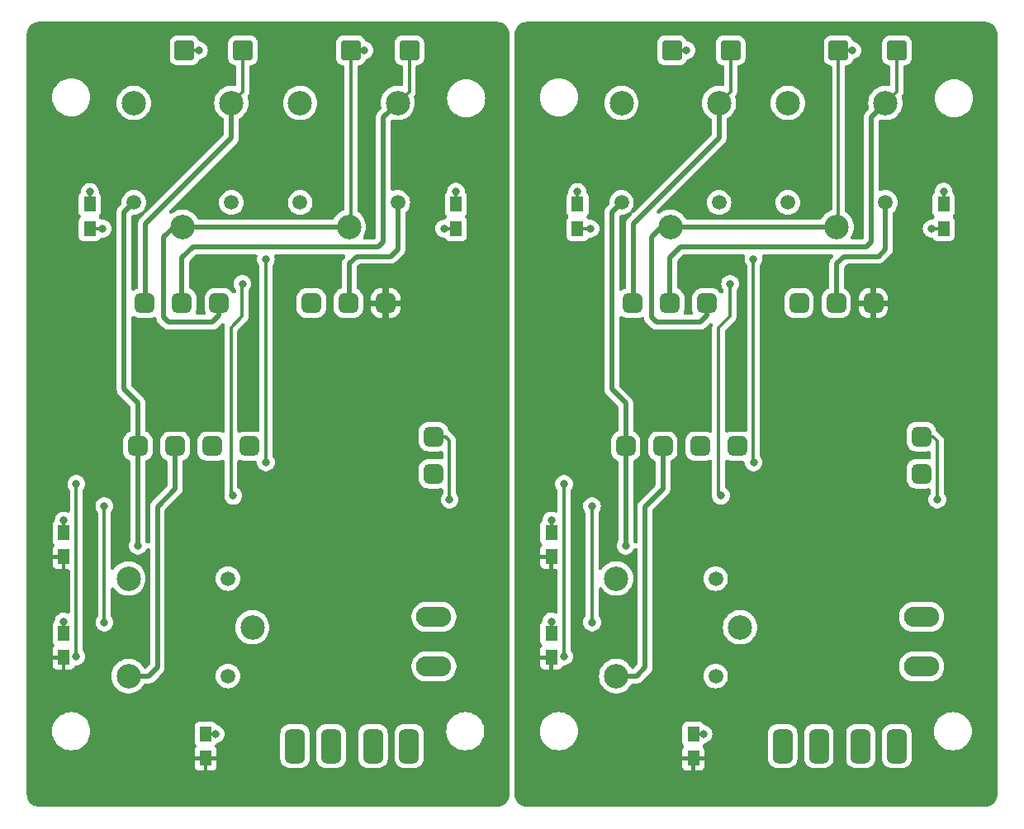
<source format=gbr>
%TF.GenerationSoftware,KiCad,Pcbnew,8.0.7*%
%TF.CreationDate,2025-01-14T20:12:34+09:00*%
%TF.ProjectId,POP_UP_Board_NEW V7.0,504f505f-5550-45f4-926f-6172645f4e45,rev?*%
%TF.SameCoordinates,Original*%
%TF.FileFunction,Copper,L1,Top*%
%TF.FilePolarity,Positive*%
%FSLAX46Y46*%
G04 Gerber Fmt 4.6, Leading zero omitted, Abs format (unit mm)*
G04 Created by KiCad (PCBNEW 8.0.7) date 2025-01-14 20:12:34*
%MOMM*%
%LPD*%
G01*
G04 APERTURE LIST*
G04 Aperture macros list*
%AMRoundRect*
0 Rectangle with rounded corners*
0 $1 Rounding radius*
0 $2 $3 $4 $5 $6 $7 $8 $9 X,Y pos of 4 corners*
0 Add a 4 corners polygon primitive as box body*
4,1,4,$2,$3,$4,$5,$6,$7,$8,$9,$2,$3,0*
0 Add four circle primitives for the rounded corners*
1,1,$1+$1,$2,$3*
1,1,$1+$1,$4,$5*
1,1,$1+$1,$6,$7*
1,1,$1+$1,$8,$9*
0 Add four rect primitives between the rounded corners*
20,1,$1+$1,$2,$3,$4,$5,0*
20,1,$1+$1,$4,$5,$6,$7,0*
20,1,$1+$1,$6,$7,$8,$9,0*
20,1,$1+$1,$8,$9,$2,$3,0*%
G04 Aperture macros list end*
%TA.AperFunction,SMDPad,CuDef*%
%ADD10RoundRect,0.250000X0.750000X0.750000X-0.750000X0.750000X-0.750000X-0.750000X0.750000X-0.750000X0*%
%TD*%
%TA.AperFunction,ComponentPad*%
%ADD11RoundRect,0.500000X-0.500000X1.250000X-0.500000X-1.250000X0.500000X-1.250000X0.500000X1.250000X0*%
%TD*%
%TA.AperFunction,SMDPad,CuDef*%
%ADD12R,1.250000X1.500000*%
%TD*%
%TA.AperFunction,ComponentPad*%
%ADD13RoundRect,0.500000X0.500000X0.500000X-0.500000X0.500000X-0.500000X-0.500000X0.500000X-0.500000X0*%
%TD*%
%TA.AperFunction,ComponentPad*%
%ADD14RoundRect,0.249600X-1.550400X0.790400X-1.550400X-0.790400X1.550400X-0.790400X1.550400X0.790400X0*%
%TD*%
%TA.AperFunction,ComponentPad*%
%ADD15O,3.600000X2.080000*%
%TD*%
%TA.AperFunction,ComponentPad*%
%ADD16C,2.500000*%
%TD*%
%TA.AperFunction,ComponentPad*%
%ADD17C,1.500000*%
%TD*%
%TA.AperFunction,ComponentPad*%
%ADD18RoundRect,0.500000X0.500000X-0.500000X0.500000X0.500000X-0.500000X0.500000X-0.500000X-0.500000X0*%
%TD*%
%TA.AperFunction,ViaPad*%
%ADD19C,0.800000*%
%TD*%
%TA.AperFunction,Conductor*%
%ADD20C,0.300000*%
%TD*%
%TA.AperFunction,Conductor*%
%ADD21C,0.500000*%
%TD*%
G04 APERTURE END LIST*
D10*
%TO.P,SW4,1,1*%
%TO.N,Net-(J7-Pin_2)*%
X164071250Y-56061250D03*
%TO.P,SW4,2,2*%
%TO.N,Net-(J7-Pin_1)*%
X158071250Y-56061250D03*
%TD*%
D11*
%TO.P,F2,1*%
%TO.N,Net-(J1-Pin_3)*%
X164051250Y-127396250D03*
X160351250Y-127396250D03*
%TO.P,F2,2*%
%TO.N,+12P*%
X156051250Y-127396250D03*
X152351250Y-127396250D03*
%TD*%
D12*
%TO.P,D20,1,K*%
%TO.N,Net-(D12-A)*%
X131306250Y-74341250D03*
%TO.P,D20,2,A*%
%TO.N,Net-(D20-A)*%
X131306250Y-71841250D03*
%TD*%
D13*
%TO.P,J4,1,Pin_1*%
%TO.N,Net-(J4-Pin_1)*%
X147673750Y-96638750D03*
%TO.P,J4,2,Pin_2*%
X143863750Y-96638750D03*
%TO.P,J4,3,Pin_3*%
%TO.N,Net-(J4-Pin_3)*%
X140053750Y-96638750D03*
%TO.P,J4,4,Pin_4*%
%TO.N,Net-(D12-K)*%
X136243750Y-96638750D03*
%TD*%
D12*
%TO.P,D1,1,K*%
%TO.N,GNDPWR*%
X128626250Y-107981250D03*
%TO.P,D1,2,A*%
%TO.N,Net-(D1-A)*%
X128626250Y-105481250D03*
%TD*%
%TO.P,D2,1,K*%
%TO.N,GNDPWR*%
X143181250Y-128651250D03*
%TO.P,D2,2,A*%
%TO.N,Net-(D2-A)*%
X143181250Y-126151250D03*
%TD*%
%TO.P,D22,1,K*%
%TO.N,Net-(D13-A)*%
X168846250Y-74336250D03*
%TO.P,D22,2,A*%
%TO.N,Net-(D22-A)*%
X168846250Y-71836250D03*
%TD*%
D14*
%TO.P,J1,1,Pin_1*%
%TO.N,GNDPWR*%
X166591250Y-109061250D03*
D15*
%TO.P,J1,2,Pin_2*%
%TO.N,unconnected-(J1-Pin_2-Pad2)*%
X166591250Y-114141250D03*
%TO.P,J1,3,Pin_3*%
%TO.N,Net-(J1-Pin_3)*%
X166591250Y-119221250D03*
%TD*%
D16*
%TO.P,K6,1*%
%TO.N,unconnected-(K6-Pad1)*%
X135816250Y-61446250D03*
D17*
%TO.P,K6,2*%
%TO.N,Net-(D12-A)*%
X145816250Y-71646250D03*
%TO.P,K6,6*%
%TO.N,Net-(D12-K)*%
X135816250Y-71646250D03*
D16*
%TO.P,K6,7*%
%TO.N,Net-(J7-Pin_1)*%
X140816250Y-74146250D03*
%TO.P,K6,14*%
%TO.N,Net-(J7-Pin_3)*%
X145816250Y-61446250D03*
%TD*%
D18*
%TO.P,J3,1,Pin_1*%
%TO.N,/POPUP DOWN*%
X166551250Y-99471250D03*
%TO.P,J3,2,Pin_2*%
%TO.N,/POPUP UP*%
X166551250Y-95661250D03*
%TD*%
D12*
%TO.P,D17,1,K*%
%TO.N,GNDPWR*%
X128626250Y-118301250D03*
%TO.P,D17,2,A*%
%TO.N,Net-(D17-A)*%
X128626250Y-115801250D03*
%TD*%
D16*
%TO.P,K5,1*%
%TO.N,unconnected-(K5-Pad1)*%
X152876250Y-61446250D03*
D17*
%TO.P,K5,2*%
%TO.N,Net-(D13-A)*%
X162876250Y-71646250D03*
%TO.P,K5,6*%
%TO.N,Net-(D12-K)*%
X152876250Y-71646250D03*
D16*
%TO.P,K5,7*%
%TO.N,Net-(J7-Pin_1)*%
X157876250Y-74146250D03*
%TO.P,K5,14*%
%TO.N,Net-(J7-Pin_2)*%
X162876250Y-61446250D03*
%TD*%
%TO.P,K7,1*%
%TO.N,Net-(J4-Pin_3)*%
X135271250Y-120211250D03*
D17*
%TO.P,K7,2*%
%TO.N,Net-(D16-A)*%
X145471250Y-110211250D03*
%TO.P,K7,6*%
%TO.N,+12P*%
X145471250Y-120211250D03*
D16*
%TO.P,K7,7*%
X147971250Y-115211250D03*
%TO.P,K7,14*%
%TO.N,unconnected-(K7-Pad14)*%
X135271250Y-110211250D03*
%TD*%
D10*
%TO.P,SW3,1,1*%
%TO.N,Net-(J7-Pin_3)*%
X147011250Y-56061250D03*
%TO.P,SW3,2,2*%
%TO.N,Net-(J7-Pin_1)*%
X141011250Y-56061250D03*
%TD*%
D13*
%TO.P,J2,1,Pin_1*%
%TO.N,GNDPWR*%
X161638750Y-81968750D03*
%TO.P,J2,2,Pin_2*%
%TO.N,Net-(D13-A)*%
X157828750Y-81968750D03*
%TO.P,J2,3,Pin_3*%
%TO.N,Net-(D12-A)*%
X154018750Y-81968750D03*
%TD*%
%TO.P,J7,1,Pin_1*%
%TO.N,Net-(J7-Pin_1)*%
X144578750Y-81968750D03*
%TO.P,J7,2,Pin_2*%
%TO.N,Net-(J7-Pin_2)*%
X140768750Y-81968750D03*
%TO.P,J7,3,Pin_3*%
%TO.N,Net-(J7-Pin_3)*%
X136958750Y-81968750D03*
%TD*%
D10*
%TO.P,SW3,1,1*%
%TO.N,Net-(J7-Pin_3)*%
X97011250Y-56061250D03*
%TO.P,SW3,2,2*%
%TO.N,Net-(J7-Pin_1)*%
X91011250Y-56061250D03*
%TD*%
D13*
%TO.P,J4,1,Pin_1*%
%TO.N,Net-(J4-Pin_1)*%
X97673750Y-96638750D03*
%TO.P,J4,2,Pin_2*%
X93863750Y-96638750D03*
%TO.P,J4,3,Pin_3*%
%TO.N,Net-(J4-Pin_3)*%
X90053750Y-96638750D03*
%TO.P,J4,4,Pin_4*%
%TO.N,Net-(D12-K)*%
X86243750Y-96638750D03*
%TD*%
D18*
%TO.P,J3,1,Pin_1*%
%TO.N,/POPUP DOWN*%
X116551250Y-99471250D03*
%TO.P,J3,2,Pin_2*%
%TO.N,/POPUP UP*%
X116551250Y-95661250D03*
%TD*%
D16*
%TO.P,K6,1*%
%TO.N,unconnected-(K6-Pad1)*%
X85816250Y-61446250D03*
D17*
%TO.P,K6,2*%
%TO.N,Net-(D12-A)*%
X95816250Y-71646250D03*
%TO.P,K6,6*%
%TO.N,Net-(D12-K)*%
X85816250Y-71646250D03*
D16*
%TO.P,K6,7*%
%TO.N,Net-(J7-Pin_1)*%
X90816250Y-74146250D03*
%TO.P,K6,14*%
%TO.N,Net-(J7-Pin_3)*%
X95816250Y-61446250D03*
%TD*%
D14*
%TO.P,J1,1,Pin_1*%
%TO.N,GNDPWR*%
X116591250Y-109061250D03*
D15*
%TO.P,J1,2,Pin_2*%
%TO.N,unconnected-(J1-Pin_2-Pad2)*%
X116591250Y-114141250D03*
%TO.P,J1,3,Pin_3*%
%TO.N,Net-(J1-Pin_3)*%
X116591250Y-119221250D03*
%TD*%
D12*
%TO.P,D22,1,K*%
%TO.N,Net-(D13-A)*%
X118846250Y-74336250D03*
%TO.P,D22,2,A*%
%TO.N,Net-(D22-A)*%
X118846250Y-71836250D03*
%TD*%
%TO.P,D1,1,K*%
%TO.N,GNDPWR*%
X78626250Y-107981250D03*
%TO.P,D1,2,A*%
%TO.N,Net-(D1-A)*%
X78626250Y-105481250D03*
%TD*%
%TO.P,D20,1,K*%
%TO.N,Net-(D12-A)*%
X81306250Y-74341250D03*
%TO.P,D20,2,A*%
%TO.N,Net-(D20-A)*%
X81306250Y-71841250D03*
%TD*%
D10*
%TO.P,SW4,1,1*%
%TO.N,Net-(J7-Pin_2)*%
X114071250Y-56061250D03*
%TO.P,SW4,2,2*%
%TO.N,Net-(J7-Pin_1)*%
X108071250Y-56061250D03*
%TD*%
D13*
%TO.P,J7,1,Pin_1*%
%TO.N,Net-(J7-Pin_1)*%
X94578750Y-81968750D03*
%TO.P,J7,2,Pin_2*%
%TO.N,Net-(J7-Pin_2)*%
X90768750Y-81968750D03*
%TO.P,J7,3,Pin_3*%
%TO.N,Net-(J7-Pin_3)*%
X86958750Y-81968750D03*
%TD*%
D12*
%TO.P,D2,1,K*%
%TO.N,GNDPWR*%
X93181250Y-128651250D03*
%TO.P,D2,2,A*%
%TO.N,Net-(D2-A)*%
X93181250Y-126151250D03*
%TD*%
D11*
%TO.P,F2,1*%
%TO.N,Net-(J1-Pin_3)*%
X114051250Y-127396250D03*
X110351250Y-127396250D03*
%TO.P,F2,2*%
%TO.N,+12P*%
X106051250Y-127396250D03*
X102351250Y-127396250D03*
%TD*%
D12*
%TO.P,D17,1,K*%
%TO.N,GNDPWR*%
X78626250Y-118301250D03*
%TO.P,D17,2,A*%
%TO.N,Net-(D17-A)*%
X78626250Y-115801250D03*
%TD*%
D16*
%TO.P,K7,1*%
%TO.N,Net-(J4-Pin_3)*%
X85271250Y-120211250D03*
D17*
%TO.P,K7,2*%
%TO.N,Net-(D16-A)*%
X95471250Y-110211250D03*
%TO.P,K7,6*%
%TO.N,+12P*%
X95471250Y-120211250D03*
D16*
%TO.P,K7,7*%
X97971250Y-115211250D03*
%TO.P,K7,14*%
%TO.N,unconnected-(K7-Pad14)*%
X85271250Y-110211250D03*
%TD*%
%TO.P,K5,1*%
%TO.N,unconnected-(K5-Pad1)*%
X102876250Y-61446250D03*
D17*
%TO.P,K5,2*%
%TO.N,Net-(D13-A)*%
X112876250Y-71646250D03*
%TO.P,K5,6*%
%TO.N,Net-(D12-K)*%
X102876250Y-71646250D03*
D16*
%TO.P,K5,7*%
%TO.N,Net-(J7-Pin_1)*%
X107876250Y-74146250D03*
%TO.P,K5,14*%
%TO.N,Net-(J7-Pin_2)*%
X112876250Y-61446250D03*
%TD*%
D13*
%TO.P,J2,1,Pin_1*%
%TO.N,GNDPWR*%
X111638750Y-81968750D03*
%TO.P,J2,2,Pin_2*%
%TO.N,Net-(D13-A)*%
X107828750Y-81968750D03*
%TO.P,J2,3,Pin_3*%
%TO.N,Net-(D12-A)*%
X104018750Y-81968750D03*
%TD*%
D19*
%TO.N,GNDPWR*%
X147651250Y-88931250D03*
%TO.N,Net-(D17-A)*%
X128626250Y-114621250D03*
%TO.N,Net-(D13-A)*%
X167626250Y-74331250D03*
%TO.N,Net-(D12-A)*%
X132636250Y-74341250D03*
%TO.N,GNDPWR*%
X128541250Y-111471250D03*
X142421250Y-118511250D03*
X134681250Y-115531250D03*
X131681250Y-119201250D03*
%TO.N,Net-(D20-A)*%
X131306250Y-70571250D03*
%TO.N,Net-(J7-Pin_1)*%
X159481250Y-56051250D03*
%TO.N,Net-(J4-Pin_1)*%
X129931250Y-100521250D03*
%TO.N,Net-(J7-Pin_1)*%
X142491250Y-56051250D03*
%TO.N,Net-(Q5-B)*%
X132806250Y-114711250D03*
X132796250Y-102781250D03*
%TO.N,Net-(D2-A)*%
X144221250Y-126161250D03*
%TO.N,Net-(Q1-B)*%
X146011250Y-101711250D03*
%TO.N,Net-(D22-A)*%
X168846250Y-70551250D03*
%TO.N,/POPUP UP*%
X168201250Y-102121250D03*
%TO.N,Net-(J4-Pin_1)*%
X129931250Y-118211250D03*
%TO.N,Net-(Q2-B)*%
X149361250Y-98291250D03*
%TO.N,Net-(D1-A)*%
X128626250Y-104251250D03*
%TO.N,Net-(Q2-B)*%
X149356250Y-77461250D03*
%TO.N,Net-(Q1-B)*%
X146951250Y-80001250D03*
%TO.N,Net-(D12-K)*%
X136241250Y-106851250D03*
%TO.N,GNDPWR*%
X147221250Y-99521250D03*
X97221250Y-99521250D03*
X97651250Y-88931250D03*
X84681250Y-115531250D03*
X92421250Y-118511250D03*
X78541250Y-111471250D03*
X81681250Y-119201250D03*
%TO.N,Net-(D12-A)*%
X82636250Y-74341250D03*
%TO.N,Net-(D13-A)*%
X117626250Y-74331250D03*
%TO.N,Net-(D17-A)*%
X78626250Y-114621250D03*
%TO.N,Net-(D20-A)*%
X81306250Y-70571250D03*
%TO.N,Net-(D22-A)*%
X118846250Y-70551250D03*
%TO.N,Net-(D1-A)*%
X78626250Y-104251250D03*
%TO.N,Net-(D12-K)*%
X86241250Y-106851250D03*
%TO.N,/POPUP UP*%
X118201250Y-102121250D03*
%TO.N,Net-(Q1-B)*%
X96011250Y-101711250D03*
X96951250Y-80001250D03*
%TO.N,Net-(Q2-B)*%
X99356250Y-77461250D03*
X99361250Y-98291250D03*
%TO.N,Net-(J4-Pin_1)*%
X79931250Y-118211250D03*
X79931250Y-100521250D03*
%TO.N,Net-(Q5-B)*%
X82796250Y-102781250D03*
X82806250Y-114711250D03*
%TO.N,Net-(D2-A)*%
X94221250Y-126161250D03*
%TO.N,Net-(J7-Pin_1)*%
X109481250Y-56051250D03*
X92491250Y-56051250D03*
%TD*%
D20*
%TO.N,Net-(J7-Pin_1)*%
X141011250Y-56061250D02*
X142481250Y-56061250D01*
X158081250Y-56051250D02*
X158071250Y-56061250D01*
D21*
X157871250Y-74151250D02*
X157876250Y-74146250D01*
X143901250Y-83931250D02*
X139401250Y-83931250D01*
D20*
X158071250Y-56061250D02*
X158071250Y-73951250D01*
D21*
X138901250Y-75181250D02*
X139936250Y-74146250D01*
%TO.N,Net-(J4-Pin_3)*%
X137361250Y-120211250D02*
X135271250Y-120211250D01*
X140053750Y-96638750D02*
X140051250Y-96641250D01*
%TO.N,Net-(J7-Pin_1)*%
X140816250Y-74146250D02*
X140821250Y-74151250D01*
D20*
X159481250Y-56051250D02*
X158081250Y-56051250D01*
%TO.N,Net-(D2-A)*%
X143181250Y-126151250D02*
X144211250Y-126151250D01*
D21*
%TO.N,Net-(J4-Pin_3)*%
X140053750Y-96638750D02*
X140053750Y-101018750D01*
D20*
%TO.N,Net-(D2-A)*%
X144211250Y-126151250D02*
X144221250Y-126161250D01*
D21*
%TO.N,Net-(J4-Pin_3)*%
X138231250Y-102841250D02*
X138231250Y-119341250D01*
%TO.N,Net-(J7-Pin_1)*%
X139401250Y-83931250D02*
X138901250Y-83431250D01*
D20*
X158071250Y-73951250D02*
X157876250Y-74146250D01*
X142481250Y-56061250D02*
X142491250Y-56051250D01*
D21*
X140816250Y-74146250D02*
X157876250Y-74146250D01*
D20*
%TO.N,Net-(Q1-B)*%
X145781250Y-101481250D02*
X145781250Y-84494791D01*
X145781250Y-84494791D02*
X146941250Y-83334791D01*
%TO.N,Net-(Q2-B)*%
X149356250Y-98286250D02*
X149361250Y-98291250D01*
%TO.N,Net-(Q1-B)*%
X146941250Y-83334791D02*
X146941250Y-80011250D01*
X146011250Y-101711250D02*
X145781250Y-101481250D01*
X146941250Y-80011250D02*
X146951250Y-80001250D01*
%TO.N,Net-(Q2-B)*%
X149356250Y-77461250D02*
X149356250Y-98286250D01*
D21*
%TO.N,Net-(J7-Pin_2)*%
X161401250Y-62921250D02*
X162876250Y-61446250D01*
D20*
%TO.N,Net-(J7-Pin_3)*%
X147011250Y-60251250D02*
X145816250Y-61446250D01*
D21*
%TO.N,Net-(J7-Pin_2)*%
X141901250Y-76181250D02*
X160901250Y-76181250D01*
X140768750Y-81968750D02*
X140768750Y-77313750D01*
%TO.N,Net-(J7-Pin_1)*%
X144578750Y-83253750D02*
X143901250Y-83931250D01*
%TO.N,Net-(J7-Pin_3)*%
X137016250Y-81911250D02*
X137016250Y-73846250D01*
%TO.N,Net-(J7-Pin_2)*%
X161401250Y-75681250D02*
X161401250Y-62921250D01*
%TO.N,Net-(J7-Pin_1)*%
X144578750Y-81968750D02*
X144578750Y-83253750D01*
D20*
%TO.N,Net-(J7-Pin_3)*%
X147011250Y-56061250D02*
X147011250Y-60251250D01*
D21*
%TO.N,Net-(J7-Pin_2)*%
X160901250Y-76181250D02*
X161401250Y-75681250D01*
%TO.N,Net-(J7-Pin_3)*%
X137016250Y-73846250D02*
X145816250Y-65046250D01*
D20*
%TO.N,Net-(J7-Pin_2)*%
X164071250Y-56061250D02*
X164071250Y-60251250D01*
D21*
%TO.N,Net-(J7-Pin_3)*%
X145816250Y-65046250D02*
X145816250Y-61446250D01*
%TO.N,Net-(J7-Pin_1)*%
X138901250Y-83431250D02*
X138901250Y-75181250D01*
%TO.N,Net-(J7-Pin_3)*%
X136958750Y-81968750D02*
X137016250Y-81911250D01*
%TO.N,Net-(J7-Pin_1)*%
X139936250Y-74146250D02*
X140816250Y-74146250D01*
D20*
%TO.N,Net-(J7-Pin_2)*%
X164071250Y-60251250D02*
X162876250Y-61446250D01*
D21*
X140768750Y-77313750D02*
X141901250Y-76181250D01*
D20*
%TO.N,/POPUP UP*%
X167791250Y-95661250D02*
X166551250Y-95661250D01*
X168201250Y-102121250D02*
X168201250Y-96071250D01*
X168201250Y-96071250D02*
X167791250Y-95661250D01*
D21*
%TO.N,Net-(D13-A)*%
X158651250Y-77181250D02*
X162151250Y-77181250D01*
X162876250Y-76456250D02*
X162876250Y-71646250D01*
X162151250Y-77181250D02*
X162876250Y-76456250D01*
X157901250Y-81896250D02*
X157901250Y-77931250D01*
D20*
%TO.N,Net-(D17-A)*%
X128626250Y-115801250D02*
X128626250Y-114621250D01*
%TO.N,Net-(D13-A)*%
X167631250Y-74336250D02*
X167626250Y-74331250D01*
X157828750Y-81968750D02*
X157901250Y-81896250D01*
D21*
X157901250Y-77931250D02*
X158651250Y-77181250D01*
D20*
X168846250Y-74336250D02*
X167631250Y-74336250D01*
D21*
%TO.N,Net-(D12-A)*%
X154011250Y-81976250D02*
X154018750Y-81968750D01*
D20*
X131306250Y-74341250D02*
X132636250Y-74341250D01*
%TO.N,Net-(J4-Pin_1)*%
X129931250Y-118211250D02*
X129931250Y-100521250D01*
D21*
%TO.N,Net-(J4-Pin_3)*%
X140053750Y-101018750D02*
X138231250Y-102841250D01*
X138231250Y-119341250D02*
X137361250Y-120211250D01*
D20*
%TO.N,Net-(Q5-B)*%
X132796250Y-114701250D02*
X132806250Y-114711250D01*
X132796250Y-102781250D02*
X132796250Y-114701250D01*
D21*
%TO.N,Net-(D12-K)*%
X136243750Y-96638750D02*
X136243750Y-106848750D01*
X136243750Y-96638750D02*
X136243750Y-92233750D01*
D20*
%TO.N,Net-(D22-A)*%
X168846250Y-71836250D02*
X168846250Y-70551250D01*
D21*
%TO.N,Net-(D12-K)*%
X136243750Y-92233750D02*
X134821250Y-90811250D01*
D20*
%TO.N,Net-(D1-A)*%
X128626250Y-105481250D02*
X128626250Y-104251250D01*
D21*
%TO.N,Net-(D12-K)*%
X136243750Y-106848750D02*
X136241250Y-106851250D01*
D20*
%TO.N,Net-(D20-A)*%
X131306250Y-70571250D02*
X131306250Y-71841250D01*
D21*
%TO.N,Net-(D12-K)*%
X134821250Y-72641250D02*
X135816250Y-71646250D01*
X134821250Y-90811250D02*
X134821250Y-72641250D01*
D20*
%TO.N,Net-(D12-A)*%
X81306250Y-74341250D02*
X82636250Y-74341250D01*
D21*
X104011250Y-81976250D02*
X104018750Y-81968750D01*
%TO.N,Net-(D13-A)*%
X107901250Y-81896250D02*
X107901250Y-77931250D01*
X108651250Y-77181250D02*
X112151250Y-77181250D01*
X112876250Y-76456250D02*
X112876250Y-71646250D01*
X107901250Y-77931250D02*
X108651250Y-77181250D01*
X112151250Y-77181250D02*
X112876250Y-76456250D01*
D20*
X107828750Y-81968750D02*
X107901250Y-81896250D01*
X117631250Y-74336250D02*
X117626250Y-74331250D01*
X118846250Y-74336250D02*
X117631250Y-74336250D01*
%TO.N,Net-(D17-A)*%
X78626250Y-115801250D02*
X78626250Y-114621250D01*
%TO.N,Net-(D20-A)*%
X81306250Y-70571250D02*
X81306250Y-71841250D01*
%TO.N,Net-(D22-A)*%
X118846250Y-71836250D02*
X118846250Y-70551250D01*
%TO.N,Net-(D1-A)*%
X78626250Y-105481250D02*
X78626250Y-104251250D01*
D21*
%TO.N,Net-(D12-K)*%
X86243750Y-96638750D02*
X86243750Y-106848750D01*
X84821250Y-72641250D02*
X85816250Y-71646250D01*
X86243750Y-96638750D02*
X86243750Y-92233750D01*
X86243750Y-92233750D02*
X84821250Y-90811250D01*
X86243750Y-106848750D02*
X86241250Y-106851250D01*
X84821250Y-90811250D02*
X84821250Y-72641250D01*
D20*
%TO.N,/POPUP UP*%
X117791250Y-95661250D02*
X116551250Y-95661250D01*
X118201250Y-96071250D02*
X117791250Y-95661250D01*
X118201250Y-102121250D02*
X118201250Y-96071250D01*
%TO.N,Net-(Q1-B)*%
X96941250Y-80011250D02*
X96951250Y-80001250D01*
X95781250Y-101481250D02*
X95781250Y-84494791D01*
X96011250Y-101711250D02*
X95781250Y-101481250D01*
X95781250Y-84494791D02*
X96941250Y-83334791D01*
X96941250Y-83334791D02*
X96941250Y-80011250D01*
%TO.N,Net-(Q2-B)*%
X99356250Y-77461250D02*
X99356250Y-98286250D01*
X99356250Y-98286250D02*
X99361250Y-98291250D01*
%TO.N,Net-(J4-Pin_1)*%
X79931250Y-118211250D02*
X79931250Y-100521250D01*
%TO.N,Net-(Q5-B)*%
X82796250Y-114701250D02*
X82806250Y-114711250D01*
X82796250Y-102781250D02*
X82796250Y-114701250D01*
D21*
%TO.N,Net-(J4-Pin_3)*%
X88231250Y-119341250D02*
X87361250Y-120211250D01*
X90053750Y-101018750D02*
X88231250Y-102841250D01*
X90053750Y-96638750D02*
X90053750Y-101018750D01*
X90053750Y-96638750D02*
X90051250Y-96641250D01*
X88231250Y-102841250D02*
X88231250Y-119341250D01*
X87361250Y-120211250D02*
X85271250Y-120211250D01*
D20*
%TO.N,Net-(D2-A)*%
X94211250Y-126151250D02*
X94221250Y-126161250D01*
X93181250Y-126151250D02*
X94211250Y-126151250D01*
D21*
%TO.N,Net-(J7-Pin_1)*%
X90816250Y-74146250D02*
X107876250Y-74146250D01*
D20*
X108071250Y-73951250D02*
X107876250Y-74146250D01*
D21*
X88901250Y-75181250D02*
X89936250Y-74146250D01*
X89401250Y-83931250D02*
X88901250Y-83431250D01*
D20*
X108071250Y-56061250D02*
X108071250Y-73951250D01*
X109481250Y-56051250D02*
X108081250Y-56051250D01*
D21*
X93901250Y-83931250D02*
X89401250Y-83931250D01*
D20*
X92481250Y-56061250D02*
X92491250Y-56051250D01*
D21*
X90816250Y-74146250D02*
X90821250Y-74151250D01*
X107871250Y-74151250D02*
X107876250Y-74146250D01*
D20*
X108081250Y-56051250D02*
X108071250Y-56061250D01*
X91011250Y-56061250D02*
X92481250Y-56061250D01*
D21*
X89936250Y-74146250D02*
X90816250Y-74146250D01*
X94578750Y-83253750D02*
X93901250Y-83931250D01*
X88901250Y-83431250D02*
X88901250Y-75181250D01*
X94578750Y-81968750D02*
X94578750Y-83253750D01*
%TO.N,Net-(J7-Pin_2)*%
X110901250Y-76181250D02*
X111401250Y-75681250D01*
X90768750Y-77313750D02*
X91901250Y-76181250D01*
D20*
X114071250Y-56061250D02*
X114071250Y-60251250D01*
D21*
X111401250Y-62921250D02*
X112876250Y-61446250D01*
X91901250Y-76181250D02*
X110901250Y-76181250D01*
D20*
X114071250Y-60251250D02*
X112876250Y-61446250D01*
D21*
X111401250Y-75681250D02*
X111401250Y-62921250D01*
X90768750Y-81968750D02*
X90768750Y-77313750D01*
D20*
%TO.N,Net-(J7-Pin_3)*%
X97011250Y-56061250D02*
X97011250Y-60251250D01*
D21*
X86958750Y-81968750D02*
X87016250Y-81911250D01*
X87016250Y-81911250D02*
X87016250Y-73846250D01*
X95816250Y-65046250D02*
X95816250Y-61446250D01*
D20*
X97011250Y-60251250D02*
X95816250Y-61446250D01*
D21*
X87016250Y-73846250D02*
X95816250Y-65046250D01*
%TD*%
%TA.AperFunction,Conductor*%
%TO.N,GNDPWR*%
G36*
X98382886Y-76959457D02*
G01*
X98452127Y-77014676D01*
X98490554Y-77094468D01*
X98490554Y-77183032D01*
X98485807Y-77200229D01*
X98473196Y-77239044D01*
X98462707Y-77271323D01*
X98442746Y-77461250D01*
X98462707Y-77651177D01*
X98481823Y-77710008D01*
X98521723Y-77832806D01*
X98617210Y-77998194D01*
X98617212Y-77998196D01*
X98646635Y-78030873D01*
X98689765Y-78108224D01*
X98697750Y-78164031D01*
X98697750Y-94975503D01*
X98678043Y-95061846D01*
X98622824Y-95131087D01*
X98543032Y-95169514D01*
X98454468Y-95169514D01*
X98440984Y-95165934D01*
X98371450Y-95144841D01*
X98223299Y-95130250D01*
X97124207Y-95130250D01*
X97124195Y-95130251D01*
X96976050Y-95144841D01*
X96785946Y-95202508D01*
X96732556Y-95231046D01*
X96647118Y-95254366D01*
X96560023Y-95238307D01*
X96488520Y-95186049D01*
X96446773Y-95107943D01*
X96439750Y-95055542D01*
X96439750Y-84849979D01*
X96459457Y-84763636D01*
X96498036Y-84709265D01*
X96922110Y-84285191D01*
X97452741Y-83754560D01*
X97524805Y-83646708D01*
X97574445Y-83526868D01*
X97599749Y-83399651D01*
X97599750Y-83399651D01*
X97599750Y-80715137D01*
X97619457Y-80628794D01*
X97650865Y-80581979D01*
X97690290Y-80538194D01*
X97785777Y-80372806D01*
X97844792Y-80191178D01*
X97864754Y-80001250D01*
X97844792Y-79811322D01*
X97785777Y-79629694D01*
X97690290Y-79464306D01*
X97562503Y-79322384D01*
X97562501Y-79322383D01*
X97562499Y-79322380D01*
X97408002Y-79210132D01*
X97408001Y-79210131D01*
X97233538Y-79132455D01*
X97046739Y-79092750D01*
X97046737Y-79092750D01*
X96855763Y-79092750D01*
X96855761Y-79092750D01*
X96668961Y-79132455D01*
X96494498Y-79210131D01*
X96494497Y-79210132D01*
X96340000Y-79322380D01*
X96212212Y-79464303D01*
X96116723Y-79629693D01*
X96057707Y-79811322D01*
X96037746Y-80001250D01*
X96057707Y-80191177D01*
X96102247Y-80328254D01*
X96116723Y-80372806D01*
X96212210Y-80538194D01*
X96230378Y-80558372D01*
X96231634Y-80559766D01*
X96274765Y-80637118D01*
X96282750Y-80692925D01*
X96282750Y-80790611D01*
X96263043Y-80876954D01*
X96207824Y-80946195D01*
X96128032Y-80984622D01*
X96039468Y-80984622D01*
X95959676Y-80946195D01*
X95928624Y-80912419D01*
X95927547Y-80913304D01*
X95921346Y-80905748D01*
X95921345Y-80905746D01*
X95795318Y-80752182D01*
X95641754Y-80626155D01*
X95466554Y-80532509D01*
X95466553Y-80532508D01*
X95466552Y-80532508D01*
X95276448Y-80474841D01*
X95128299Y-80460250D01*
X94029207Y-80460250D01*
X94029195Y-80460251D01*
X93881050Y-80474841D01*
X93690947Y-80532508D01*
X93515746Y-80626155D01*
X93362182Y-80752182D01*
X93236155Y-80905746D01*
X93142508Y-81080947D01*
X93084841Y-81271051D01*
X93070250Y-81419196D01*
X93070250Y-82518292D01*
X93070251Y-82518304D01*
X93084841Y-82666449D01*
X93142509Y-82856554D01*
X93155010Y-82879941D01*
X93178332Y-82965378D01*
X93162274Y-83052474D01*
X93110018Y-83123977D01*
X93031912Y-83165726D01*
X92979508Y-83172750D01*
X92367992Y-83172750D01*
X92281649Y-83153043D01*
X92212408Y-83097824D01*
X92173981Y-83018032D01*
X92173981Y-82929468D01*
X92192490Y-82879941D01*
X92204991Y-82856554D01*
X92262658Y-82666451D01*
X92277250Y-82518297D01*
X92277249Y-81419204D01*
X92262658Y-81271049D01*
X92204991Y-81080946D01*
X92111345Y-80905746D01*
X91985318Y-80752182D01*
X91831754Y-80626155D01*
X91656554Y-80532509D01*
X91656553Y-80532508D01*
X91656550Y-80532507D01*
X91650098Y-80529835D01*
X91577868Y-80478586D01*
X91535028Y-80401074D01*
X91527250Y-80345982D01*
X91527250Y-77710359D01*
X91546957Y-77624016D01*
X91585536Y-77569645D01*
X92157145Y-76998036D01*
X92232133Y-76950917D01*
X92297859Y-76939750D01*
X98296543Y-76939750D01*
X98382886Y-76959457D01*
G37*
%TD.AperFunction*%
%TA.AperFunction,Conductor*%
G36*
X123109041Y-53122364D02*
G01*
X123281095Y-53135910D01*
X123311926Y-53140793D01*
X123472140Y-53179261D01*
X123501815Y-53188904D01*
X123654035Y-53251958D01*
X123681847Y-53266130D01*
X123822323Y-53352216D01*
X123847581Y-53370568D01*
X123972856Y-53477564D01*
X123994935Y-53499643D01*
X124101931Y-53624918D01*
X124120285Y-53650179D01*
X124206365Y-53790644D01*
X124220542Y-53818467D01*
X124283593Y-53970679D01*
X124293242Y-54000375D01*
X124331704Y-54160562D01*
X124336589Y-54191404D01*
X124346825Y-54321419D01*
X124350135Y-54363457D01*
X124350749Y-54379075D01*
X124350749Y-54438576D01*
X124350750Y-54438585D01*
X124350750Y-132311044D01*
X124350749Y-132311058D01*
X124350749Y-132363423D01*
X124350135Y-132379042D01*
X124336589Y-132551095D01*
X124331704Y-132581936D01*
X124293243Y-132742123D01*
X124283593Y-132771820D01*
X124220542Y-132924032D01*
X124206365Y-132951855D01*
X124120285Y-133092320D01*
X124101931Y-133117581D01*
X123994935Y-133242856D01*
X123972856Y-133264935D01*
X123847581Y-133371931D01*
X123822320Y-133390285D01*
X123681855Y-133476365D01*
X123654032Y-133490542D01*
X123501820Y-133553593D01*
X123472128Y-133563241D01*
X123359293Y-133590333D01*
X123311936Y-133601704D01*
X123281096Y-133606589D01*
X123124723Y-133618901D01*
X123109039Y-133620136D01*
X123093422Y-133620750D01*
X76109078Y-133620750D01*
X76093460Y-133620136D01*
X76076547Y-133618804D01*
X75921403Y-133606589D01*
X75890563Y-133601704D01*
X75730367Y-133563240D01*
X75700679Y-133553593D01*
X75548467Y-133490542D01*
X75520648Y-133476367D01*
X75380178Y-133390284D01*
X75354918Y-133371931D01*
X75229643Y-133264935D01*
X75207564Y-133242856D01*
X75100568Y-133117581D01*
X75082214Y-133092320D01*
X74996130Y-132951847D01*
X74981957Y-132924032D01*
X74918906Y-132771820D01*
X74909261Y-132742140D01*
X74870793Y-132581926D01*
X74865910Y-132551095D01*
X74852364Y-132379040D01*
X74851750Y-132363421D01*
X74851750Y-129449834D01*
X92048250Y-129449834D01*
X92054755Y-129510342D01*
X92054756Y-129510347D01*
X92105804Y-129647212D01*
X92105804Y-129647213D01*
X92193346Y-129764153D01*
X92310286Y-129851695D01*
X92447152Y-129902743D01*
X92447157Y-129902744D01*
X92507665Y-129909250D01*
X92981250Y-129909250D01*
X93381250Y-129909250D01*
X93854835Y-129909250D01*
X93915342Y-129902744D01*
X93915347Y-129902743D01*
X94052212Y-129851695D01*
X94052213Y-129851695D01*
X94169153Y-129764153D01*
X94256695Y-129647213D01*
X94256695Y-129647212D01*
X94307743Y-129510347D01*
X94307744Y-129510342D01*
X94314250Y-129449834D01*
X94314250Y-128851250D01*
X93381250Y-128851250D01*
X93381250Y-129909250D01*
X92981250Y-129909250D01*
X92981250Y-128851250D01*
X92048250Y-128851250D01*
X92048250Y-129449834D01*
X74851750Y-129449834D01*
X74851750Y-125871250D01*
X77445768Y-125871250D01*
X77465671Y-126149544D01*
X77524979Y-126422175D01*
X77576809Y-126561136D01*
X77622481Y-126683587D01*
X77756194Y-126928463D01*
X77867661Y-127077366D01*
X77923396Y-127151820D01*
X78120679Y-127349103D01*
X78120682Y-127349105D01*
X78344037Y-127516306D01*
X78588913Y-127650019D01*
X78850327Y-127747521D01*
X79017972Y-127783990D01*
X79122955Y-127806828D01*
X79141530Y-127808156D01*
X79401250Y-127826732D01*
X79679544Y-127806828D01*
X79952173Y-127747521D01*
X80213587Y-127650019D01*
X80458463Y-127516306D01*
X80681818Y-127349105D01*
X80879105Y-127151818D01*
X81046306Y-126928463D01*
X81180019Y-126683587D01*
X81277521Y-126422173D01*
X81336828Y-126149544D01*
X81356732Y-125871250D01*
X81336828Y-125592956D01*
X81284544Y-125352610D01*
X92047750Y-125352610D01*
X92047750Y-126949889D01*
X92048017Y-126952368D01*
X92054261Y-127010451D01*
X92105361Y-127147454D01*
X92137818Y-127190812D01*
X92201518Y-127275904D01*
X92199671Y-127277286D01*
X92236490Y-127335881D01*
X92246406Y-127423888D01*
X92217155Y-127507481D01*
X92201719Y-127526836D01*
X92201875Y-127526953D01*
X92105804Y-127655286D01*
X92105804Y-127655287D01*
X92054756Y-127792152D01*
X92054755Y-127792157D01*
X92048250Y-127852665D01*
X92048250Y-128451250D01*
X94314250Y-128451250D01*
X94314250Y-127852665D01*
X94307744Y-127792157D01*
X94307743Y-127792152D01*
X94256695Y-127655287D01*
X94256695Y-127655286D01*
X94160625Y-127526953D01*
X94162561Y-127525503D01*
X94126010Y-127467333D01*
X94116094Y-127379326D01*
X94145345Y-127295733D01*
X94161091Y-127275987D01*
X94160981Y-127275904D01*
X94169508Y-127264513D01*
X94169511Y-127264511D01*
X94257139Y-127147454D01*
X94257140Y-127147450D01*
X94265668Y-127136059D01*
X94267963Y-127137777D01*
X94312149Y-127087817D01*
X94386763Y-127054865D01*
X94503538Y-127030044D01*
X94678002Y-126952368D01*
X94832503Y-126840116D01*
X94960290Y-126698194D01*
X95055777Y-126532806D01*
X95114792Y-126351178D01*
X95134754Y-126161250D01*
X95127969Y-126096696D01*
X100842750Y-126096696D01*
X100842750Y-128695792D01*
X100842751Y-128695804D01*
X100857341Y-128843949D01*
X100857342Y-128843951D01*
X100915009Y-129034054D01*
X101008655Y-129209254D01*
X101134682Y-129362818D01*
X101288246Y-129488845D01*
X101463446Y-129582491D01*
X101653549Y-129640158D01*
X101801703Y-129654750D01*
X102900796Y-129654749D01*
X103048951Y-129640158D01*
X103239054Y-129582491D01*
X103414254Y-129488845D01*
X103567818Y-129362818D01*
X103693845Y-129209254D01*
X103787491Y-129034054D01*
X103845158Y-128843951D01*
X103859750Y-128695797D01*
X103859749Y-126096704D01*
X103859748Y-126096696D01*
X104542750Y-126096696D01*
X104542750Y-128695792D01*
X104542751Y-128695804D01*
X104557341Y-128843949D01*
X104557342Y-128843951D01*
X104615009Y-129034054D01*
X104708655Y-129209254D01*
X104834682Y-129362818D01*
X104988246Y-129488845D01*
X105163446Y-129582491D01*
X105353549Y-129640158D01*
X105501703Y-129654750D01*
X106600796Y-129654749D01*
X106748951Y-129640158D01*
X106939054Y-129582491D01*
X107114254Y-129488845D01*
X107267818Y-129362818D01*
X107393845Y-129209254D01*
X107487491Y-129034054D01*
X107545158Y-128843951D01*
X107559750Y-128695797D01*
X107559749Y-126096704D01*
X107559748Y-126096696D01*
X108842750Y-126096696D01*
X108842750Y-128695792D01*
X108842751Y-128695804D01*
X108857341Y-128843949D01*
X108857342Y-128843951D01*
X108915009Y-129034054D01*
X109008655Y-129209254D01*
X109134682Y-129362818D01*
X109288246Y-129488845D01*
X109463446Y-129582491D01*
X109653549Y-129640158D01*
X109801703Y-129654750D01*
X110900796Y-129654749D01*
X111048951Y-129640158D01*
X111239054Y-129582491D01*
X111414254Y-129488845D01*
X111567818Y-129362818D01*
X111693845Y-129209254D01*
X111787491Y-129034054D01*
X111845158Y-128843951D01*
X111859750Y-128695797D01*
X111859749Y-126096704D01*
X111859748Y-126096696D01*
X112542750Y-126096696D01*
X112542750Y-128695792D01*
X112542751Y-128695804D01*
X112557341Y-128843949D01*
X112557342Y-128843951D01*
X112615009Y-129034054D01*
X112708655Y-129209254D01*
X112834682Y-129362818D01*
X112988246Y-129488845D01*
X113163446Y-129582491D01*
X113353549Y-129640158D01*
X113501703Y-129654750D01*
X114600796Y-129654749D01*
X114748951Y-129640158D01*
X114939054Y-129582491D01*
X115114254Y-129488845D01*
X115267818Y-129362818D01*
X115393845Y-129209254D01*
X115487491Y-129034054D01*
X115545158Y-128843951D01*
X115559750Y-128695797D01*
X115559749Y-126096704D01*
X115545158Y-125948549D01*
X115521710Y-125871250D01*
X117845768Y-125871250D01*
X117865671Y-126149544D01*
X117924979Y-126422175D01*
X117976809Y-126561136D01*
X118022481Y-126683587D01*
X118156194Y-126928463D01*
X118267661Y-127077366D01*
X118323396Y-127151820D01*
X118520679Y-127349103D01*
X118520682Y-127349105D01*
X118744037Y-127516306D01*
X118988913Y-127650019D01*
X119250327Y-127747521D01*
X119417972Y-127783990D01*
X119522955Y-127806828D01*
X119541530Y-127808156D01*
X119801250Y-127826732D01*
X120079544Y-127806828D01*
X120352173Y-127747521D01*
X120613587Y-127650019D01*
X120858463Y-127516306D01*
X121081818Y-127349105D01*
X121279105Y-127151818D01*
X121446306Y-126928463D01*
X121580019Y-126683587D01*
X121677521Y-126422173D01*
X121736828Y-126149544D01*
X121756732Y-125871250D01*
X121736828Y-125592956D01*
X121677521Y-125320327D01*
X121580019Y-125058913D01*
X121446306Y-124814037D01*
X121279105Y-124590682D01*
X121279103Y-124590679D01*
X121081820Y-124393396D01*
X121007366Y-124337661D01*
X120858463Y-124226194D01*
X120613587Y-124092481D01*
X120507675Y-124052978D01*
X120352174Y-123994979D01*
X120352175Y-123994979D01*
X120079544Y-123935671D01*
X119801250Y-123915768D01*
X119522955Y-123935671D01*
X119250324Y-123994979D01*
X118988910Y-124092482D01*
X118744040Y-124226192D01*
X118520679Y-124393396D01*
X118323396Y-124590679D01*
X118156192Y-124814040D01*
X118022482Y-125058910D01*
X117924979Y-125320324D01*
X117865671Y-125592955D01*
X117845768Y-125871250D01*
X115521710Y-125871250D01*
X115487491Y-125758446D01*
X115393845Y-125583246D01*
X115267818Y-125429682D01*
X115114254Y-125303655D01*
X114939054Y-125210009D01*
X114939053Y-125210008D01*
X114939052Y-125210008D01*
X114748948Y-125152341D01*
X114600799Y-125137750D01*
X113501707Y-125137750D01*
X113501695Y-125137751D01*
X113353550Y-125152341D01*
X113163447Y-125210008D01*
X112988246Y-125303655D01*
X112834682Y-125429682D01*
X112708655Y-125583246D01*
X112615008Y-125758447D01*
X112557341Y-125948551D01*
X112542750Y-126096696D01*
X111859748Y-126096696D01*
X111845158Y-125948549D01*
X111787491Y-125758446D01*
X111693845Y-125583246D01*
X111567818Y-125429682D01*
X111414254Y-125303655D01*
X111239054Y-125210009D01*
X111239053Y-125210008D01*
X111239052Y-125210008D01*
X111048948Y-125152341D01*
X110900799Y-125137750D01*
X109801707Y-125137750D01*
X109801695Y-125137751D01*
X109653550Y-125152341D01*
X109463447Y-125210008D01*
X109288246Y-125303655D01*
X109134682Y-125429682D01*
X109008655Y-125583246D01*
X108915008Y-125758447D01*
X108857341Y-125948551D01*
X108842750Y-126096696D01*
X107559748Y-126096696D01*
X107545158Y-125948549D01*
X107487491Y-125758446D01*
X107393845Y-125583246D01*
X107267818Y-125429682D01*
X107114254Y-125303655D01*
X106939054Y-125210009D01*
X106939053Y-125210008D01*
X106939052Y-125210008D01*
X106748948Y-125152341D01*
X106600799Y-125137750D01*
X105501707Y-125137750D01*
X105501695Y-125137751D01*
X105353550Y-125152341D01*
X105163447Y-125210008D01*
X104988246Y-125303655D01*
X104834682Y-125429682D01*
X104708655Y-125583246D01*
X104615008Y-125758447D01*
X104557341Y-125948551D01*
X104542750Y-126096696D01*
X103859748Y-126096696D01*
X103845158Y-125948549D01*
X103787491Y-125758446D01*
X103693845Y-125583246D01*
X103567818Y-125429682D01*
X103414254Y-125303655D01*
X103239054Y-125210009D01*
X103239053Y-125210008D01*
X103239052Y-125210008D01*
X103048948Y-125152341D01*
X102900799Y-125137750D01*
X101801707Y-125137750D01*
X101801695Y-125137751D01*
X101653550Y-125152341D01*
X101463447Y-125210008D01*
X101288246Y-125303655D01*
X101134682Y-125429682D01*
X101008655Y-125583246D01*
X100915008Y-125758447D01*
X100857341Y-125948551D01*
X100842750Y-126096696D01*
X95127969Y-126096696D01*
X95114792Y-125971322D01*
X95055777Y-125789694D01*
X94960290Y-125624306D01*
X94832503Y-125482384D01*
X94832501Y-125482383D01*
X94832499Y-125482380D01*
X94678002Y-125370132D01*
X94678001Y-125370131D01*
X94503538Y-125292455D01*
X94398475Y-125270123D01*
X94318116Y-125232894D01*
X94264247Y-125167378D01*
X94263959Y-125167536D01*
X94263133Y-125166023D01*
X94261869Y-125164486D01*
X94260203Y-125160658D01*
X94257138Y-125155044D01*
X94228038Y-125116172D01*
X94169511Y-125037989D01*
X94052454Y-124950361D01*
X93915451Y-124899261D01*
X93895263Y-124897090D01*
X93854890Y-124892750D01*
X93854888Y-124892750D01*
X92507612Y-124892750D01*
X92507610Y-124892750D01*
X92447049Y-124899261D01*
X92310046Y-124950361D01*
X92310045Y-124950361D01*
X92310044Y-124950362D01*
X92192989Y-125037989D01*
X92107386Y-125152341D01*
X92105361Y-125155046D01*
X92084861Y-125210008D01*
X92054261Y-125292049D01*
X92047750Y-125352610D01*
X81284544Y-125352610D01*
X81277521Y-125320327D01*
X81180019Y-125058913D01*
X81046306Y-124814037D01*
X80879105Y-124590682D01*
X80879103Y-124590679D01*
X80681820Y-124393396D01*
X80607366Y-124337661D01*
X80458463Y-124226194D01*
X80213587Y-124092481D01*
X80107675Y-124052978D01*
X79952174Y-123994979D01*
X79952175Y-123994979D01*
X79679544Y-123935671D01*
X79401250Y-123915768D01*
X79122955Y-123935671D01*
X78850324Y-123994979D01*
X78588910Y-124092482D01*
X78344040Y-124226192D01*
X78120679Y-124393396D01*
X77923396Y-124590679D01*
X77756192Y-124814040D01*
X77622482Y-125058910D01*
X77524979Y-125320324D01*
X77465671Y-125592955D01*
X77445768Y-125871250D01*
X74851750Y-125871250D01*
X74851750Y-120211250D01*
X83507819Y-120211250D01*
X83527515Y-120474079D01*
X83586162Y-120731027D01*
X83586163Y-120731030D01*
X83682454Y-120976374D01*
X83799439Y-121178999D01*
X83814236Y-121204627D01*
X83814241Y-121204634D01*
X83978556Y-121410679D01*
X83978562Y-121410685D01*
X83978564Y-121410688D01*
X84171769Y-121589956D01*
X84389535Y-121738426D01*
X84626996Y-121852782D01*
X84878850Y-121930468D01*
X84878851Y-121930468D01*
X84878854Y-121930469D01*
X84878851Y-121930469D01*
X85139467Y-121969750D01*
X85139469Y-121969750D01*
X85403033Y-121969750D01*
X85663647Y-121930469D01*
X85681137Y-121925073D01*
X85915504Y-121852782D01*
X86152966Y-121738426D01*
X86370731Y-121589956D01*
X86563936Y-121410688D01*
X86728265Y-121204626D01*
X86806424Y-121069249D01*
X86866662Y-121004329D01*
X86949103Y-120971973D01*
X86978763Y-120969750D01*
X87435952Y-120969750D01*
X87435955Y-120969750D01*
X87435956Y-120969750D01*
X87509226Y-120955175D01*
X87509228Y-120955175D01*
X87530160Y-120951011D01*
X87582497Y-120940601D01*
X87720534Y-120883424D01*
X87844765Y-120800416D01*
X88433931Y-120211250D01*
X94207943Y-120211250D01*
X94227134Y-120430619D01*
X94284130Y-120643326D01*
X94377194Y-120842904D01*
X94377199Y-120842912D01*
X94503503Y-121023291D01*
X94659208Y-121178996D01*
X94659211Y-121178998D01*
X94659212Y-121178999D01*
X94839596Y-121305306D01*
X95039174Y-121398370D01*
X95251879Y-121455365D01*
X95251878Y-121455365D01*
X95269526Y-121456908D01*
X95471250Y-121474557D01*
X95690621Y-121455365D01*
X95903326Y-121398370D01*
X96102904Y-121305306D01*
X96283288Y-121178999D01*
X96438999Y-121023288D01*
X96565306Y-120842904D01*
X96658370Y-120643326D01*
X96715365Y-120430621D01*
X96734557Y-120211250D01*
X96715365Y-119991879D01*
X96658370Y-119779174D01*
X96565306Y-119579597D01*
X96551059Y-119559250D01*
X96439001Y-119399213D01*
X96283291Y-119243503D01*
X96102912Y-119117199D01*
X96102904Y-119117194D01*
X96064701Y-119099380D01*
X114282750Y-119099380D01*
X114282750Y-119343119D01*
X114320877Y-119583850D01*
X114320881Y-119583865D01*
X114396197Y-119815663D01*
X114396201Y-119815674D01*
X114506850Y-120032836D01*
X114506854Y-120032841D01*
X114650121Y-120230030D01*
X114650125Y-120230034D01*
X114650126Y-120230036D01*
X114822463Y-120402373D01*
X114822465Y-120402374D01*
X114822470Y-120402379D01*
X115007001Y-120536449D01*
X115019663Y-120545649D01*
X115236825Y-120656298D01*
X115236828Y-120656299D01*
X115236832Y-120656301D01*
X115468642Y-120731621D01*
X115709380Y-120769750D01*
X117473120Y-120769750D01*
X117713858Y-120731621D01*
X117945668Y-120656301D01*
X117971133Y-120643326D01*
X118162836Y-120545649D01*
X118162838Y-120545647D01*
X118162841Y-120545646D01*
X118360030Y-120402379D01*
X118532379Y-120230030D01*
X118675646Y-120032841D01*
X118696518Y-119991879D01*
X118786298Y-119815674D01*
X118786298Y-119815673D01*
X118786301Y-119815668D01*
X118861621Y-119583858D01*
X118899750Y-119343120D01*
X118899750Y-119099380D01*
X118861621Y-118858642D01*
X118786301Y-118626832D01*
X118786299Y-118626828D01*
X118786298Y-118626825D01*
X118675649Y-118409663D01*
X118651319Y-118376176D01*
X118532379Y-118212470D01*
X118532374Y-118212465D01*
X118532373Y-118212463D01*
X118360036Y-118040126D01*
X118360034Y-118040125D01*
X118360030Y-118040121D01*
X118212405Y-117932864D01*
X118162836Y-117896850D01*
X117945674Y-117786201D01*
X117945663Y-117786197D01*
X117713865Y-117710881D01*
X117713860Y-117710879D01*
X117713858Y-117710879D01*
X117713856Y-117710878D01*
X117713850Y-117710877D01*
X117473120Y-117672750D01*
X115709380Y-117672750D01*
X115468649Y-117710877D01*
X115468634Y-117710881D01*
X115236836Y-117786197D01*
X115236825Y-117786201D01*
X115019663Y-117896850D01*
X114872034Y-118004110D01*
X114822470Y-118040121D01*
X114822468Y-118040122D01*
X114822465Y-118040125D01*
X114822463Y-118040126D01*
X114650126Y-118212463D01*
X114650125Y-118212465D01*
X114506850Y-118409663D01*
X114396201Y-118626825D01*
X114396197Y-118626836D01*
X114320881Y-118858634D01*
X114320877Y-118858649D01*
X114282750Y-119099380D01*
X96064701Y-119099380D01*
X95903326Y-119024130D01*
X95690618Y-118967134D01*
X95690621Y-118967134D01*
X95471250Y-118947943D01*
X95251880Y-118967134D01*
X95039173Y-119024130D01*
X95039169Y-119024132D01*
X94839598Y-119117193D01*
X94839588Y-119117199D01*
X94659213Y-119243498D01*
X94659211Y-119243501D01*
X94503501Y-119399211D01*
X94503498Y-119399213D01*
X94377199Y-119579588D01*
X94377193Y-119579598D01*
X94284132Y-119779169D01*
X94284130Y-119779173D01*
X94227134Y-119991880D01*
X94207943Y-120211250D01*
X88433931Y-120211250D01*
X88820416Y-119824765D01*
X88903424Y-119700534D01*
X88960601Y-119562496D01*
X88989750Y-119415955D01*
X88989750Y-119266545D01*
X88989750Y-115211250D01*
X96207819Y-115211250D01*
X96227515Y-115474079D01*
X96286162Y-115731027D01*
X96382456Y-115976378D01*
X96514236Y-116204627D01*
X96514241Y-116204634D01*
X96678556Y-116410679D01*
X96678562Y-116410685D01*
X96678564Y-116410688D01*
X96871769Y-116589956D01*
X97089535Y-116738426D01*
X97326996Y-116852782D01*
X97578850Y-116930468D01*
X97578851Y-116930468D01*
X97578854Y-116930469D01*
X97578851Y-116930469D01*
X97839467Y-116969750D01*
X97839469Y-116969750D01*
X98103033Y-116969750D01*
X98363647Y-116930469D01*
X98381137Y-116925073D01*
X98615504Y-116852782D01*
X98852966Y-116738426D01*
X99070731Y-116589956D01*
X99263936Y-116410688D01*
X99428265Y-116204626D01*
X99560046Y-115976374D01*
X99656337Y-115731030D01*
X99714985Y-115474076D01*
X99734681Y-115211250D01*
X99714985Y-114948424D01*
X99656337Y-114691470D01*
X99560046Y-114446126D01*
X99428265Y-114217874D01*
X99376313Y-114152728D01*
X99269972Y-114019380D01*
X114282750Y-114019380D01*
X114282750Y-114263119D01*
X114320877Y-114503850D01*
X114320881Y-114503865D01*
X114396197Y-114735663D01*
X114396201Y-114735674D01*
X114506850Y-114952836D01*
X114506854Y-114952841D01*
X114650121Y-115150030D01*
X114650125Y-115150034D01*
X114650126Y-115150036D01*
X114822463Y-115322373D01*
X114822465Y-115322374D01*
X114822470Y-115322379D01*
X115007001Y-115456449D01*
X115019663Y-115465649D01*
X115236825Y-115576298D01*
X115236828Y-115576299D01*
X115236832Y-115576301D01*
X115468642Y-115651621D01*
X115709380Y-115689750D01*
X117473120Y-115689750D01*
X117713858Y-115651621D01*
X117945668Y-115576301D01*
X117945674Y-115576298D01*
X118162836Y-115465649D01*
X118162838Y-115465647D01*
X118162841Y-115465646D01*
X118360030Y-115322379D01*
X118532379Y-115150030D01*
X118675646Y-114952841D01*
X118786301Y-114735668D01*
X118861621Y-114503858D01*
X118899750Y-114263120D01*
X118899750Y-114019380D01*
X118861621Y-113778642D01*
X118786301Y-113546832D01*
X118786299Y-113546828D01*
X118786298Y-113546825D01*
X118675649Y-113329663D01*
X118666449Y-113317001D01*
X118532379Y-113132470D01*
X118532374Y-113132465D01*
X118532373Y-113132463D01*
X118360036Y-112960126D01*
X118360034Y-112960125D01*
X118360030Y-112960121D01*
X118212405Y-112852864D01*
X118162836Y-112816850D01*
X117945674Y-112706201D01*
X117945663Y-112706197D01*
X117713865Y-112630881D01*
X117713860Y-112630879D01*
X117713858Y-112630879D01*
X117713856Y-112630878D01*
X117713850Y-112630877D01*
X117473120Y-112592750D01*
X115709380Y-112592750D01*
X115468649Y-112630877D01*
X115468634Y-112630881D01*
X115236836Y-112706197D01*
X115236825Y-112706201D01*
X115019663Y-112816850D01*
X114872034Y-112924110D01*
X114822470Y-112960121D01*
X114822468Y-112960122D01*
X114822465Y-112960125D01*
X114822463Y-112960126D01*
X114650126Y-113132463D01*
X114650125Y-113132465D01*
X114506850Y-113329663D01*
X114396201Y-113546825D01*
X114396197Y-113546836D01*
X114320881Y-113778634D01*
X114320877Y-113778649D01*
X114282750Y-114019380D01*
X99269972Y-114019380D01*
X99263943Y-114011820D01*
X99263932Y-114011808D01*
X99070728Y-113832541D01*
X98852973Y-113684078D01*
X98852965Y-113684073D01*
X98615508Y-113569719D01*
X98615504Y-113569718D01*
X98363645Y-113492030D01*
X98363648Y-113492030D01*
X98103033Y-113452750D01*
X98103031Y-113452750D01*
X97839469Y-113452750D01*
X97839467Y-113452750D01*
X97578852Y-113492030D01*
X97326999Y-113569717D01*
X97326996Y-113569718D01*
X97217351Y-113622520D01*
X97089536Y-113684073D01*
X96871770Y-113832543D01*
X96678567Y-114011808D01*
X96678556Y-114011820D01*
X96514241Y-114217865D01*
X96514236Y-114217872D01*
X96382456Y-114446121D01*
X96286162Y-114691472D01*
X96227515Y-114948420D01*
X96207819Y-115211250D01*
X88989750Y-115211250D01*
X88989750Y-110211250D01*
X94207943Y-110211250D01*
X94227134Y-110430619D01*
X94284130Y-110643326D01*
X94377194Y-110842904D01*
X94377199Y-110842912D01*
X94503503Y-111023291D01*
X94659208Y-111178996D01*
X94659211Y-111178998D01*
X94659212Y-111178999D01*
X94839596Y-111305306D01*
X95039174Y-111398370D01*
X95251879Y-111455365D01*
X95251878Y-111455365D01*
X95269526Y-111456908D01*
X95471250Y-111474557D01*
X95690621Y-111455365D01*
X95903326Y-111398370D01*
X96102904Y-111305306D01*
X96283288Y-111178999D01*
X96438999Y-111023288D01*
X96565306Y-110842904D01*
X96658370Y-110643326D01*
X96715365Y-110430621D01*
X96734557Y-110211250D01*
X96715365Y-109991879D01*
X96658370Y-109779174D01*
X96565306Y-109579597D01*
X96565300Y-109579588D01*
X96439001Y-109399213D01*
X96283291Y-109243503D01*
X96102912Y-109117199D01*
X96102904Y-109117194D01*
X95903326Y-109024130D01*
X95690618Y-108967134D01*
X95690621Y-108967134D01*
X95471250Y-108947943D01*
X95251880Y-108967134D01*
X95039173Y-109024130D01*
X95039169Y-109024132D01*
X94839598Y-109117193D01*
X94839588Y-109117199D01*
X94659213Y-109243498D01*
X94659211Y-109243501D01*
X94503501Y-109399211D01*
X94503498Y-109399213D01*
X94377199Y-109579588D01*
X94377193Y-109579598D01*
X94284132Y-109779169D01*
X94284130Y-109779173D01*
X94227134Y-109991880D01*
X94207943Y-110211250D01*
X88989750Y-110211250D01*
X88989750Y-103237859D01*
X89009457Y-103151516D01*
X89048036Y-103097145D01*
X89834004Y-102311177D01*
X90642915Y-101502266D01*
X90682927Y-101442384D01*
X90725924Y-101378034D01*
X90783101Y-101239996D01*
X90812250Y-101093456D01*
X90812250Y-98261518D01*
X90831957Y-98175175D01*
X90887176Y-98105934D01*
X90935098Y-98077665D01*
X90941548Y-98074992D01*
X90941554Y-98074991D01*
X91116754Y-97981345D01*
X91270318Y-97855318D01*
X91396345Y-97701754D01*
X91489991Y-97526554D01*
X91547658Y-97336451D01*
X91562250Y-97188297D01*
X91562249Y-96089204D01*
X91547658Y-95941049D01*
X91547656Y-95941044D01*
X91489991Y-95750947D01*
X91489991Y-95750946D01*
X91396345Y-95575746D01*
X91270318Y-95422182D01*
X91116754Y-95296155D01*
X90941554Y-95202509D01*
X90941553Y-95202508D01*
X90941552Y-95202508D01*
X90751448Y-95144841D01*
X90603299Y-95130250D01*
X89504207Y-95130250D01*
X89504195Y-95130251D01*
X89356050Y-95144841D01*
X89165947Y-95202508D01*
X88990746Y-95296155D01*
X88837182Y-95422182D01*
X88711155Y-95575746D01*
X88617508Y-95750947D01*
X88559842Y-95941048D01*
X88545250Y-96089196D01*
X88545250Y-97188292D01*
X88545251Y-97188304D01*
X88559841Y-97336449D01*
X88559842Y-97336451D01*
X88617509Y-97526554D01*
X88711155Y-97701754D01*
X88837182Y-97855318D01*
X88990746Y-97981345D01*
X89165946Y-98074991D01*
X89165948Y-98074991D01*
X89165949Y-98074992D01*
X89172402Y-98077665D01*
X89244632Y-98128914D01*
X89287472Y-98206426D01*
X89295250Y-98261518D01*
X89295250Y-100622141D01*
X89275543Y-100708484D01*
X89236964Y-100762855D01*
X87642087Y-102357731D01*
X87642077Y-102357743D01*
X87559080Y-102481958D01*
X87559075Y-102481967D01*
X87501898Y-102620004D01*
X87494302Y-102658193D01*
X87472750Y-102766540D01*
X87472750Y-106445015D01*
X87453043Y-106531358D01*
X87397824Y-106600599D01*
X87318032Y-106639026D01*
X87229468Y-106639026D01*
X87149676Y-106600599D01*
X87094457Y-106531358D01*
X87084490Y-106506511D01*
X87075777Y-106479694D01*
X87028911Y-106398519D01*
X87002806Y-106313890D01*
X87002250Y-106299019D01*
X87002250Y-98261518D01*
X87021957Y-98175175D01*
X87077176Y-98105934D01*
X87125098Y-98077665D01*
X87131548Y-98074992D01*
X87131554Y-98074991D01*
X87306754Y-97981345D01*
X87460318Y-97855318D01*
X87586345Y-97701754D01*
X87679991Y-97526554D01*
X87737658Y-97336451D01*
X87752250Y-97188297D01*
X87752249Y-96089204D01*
X87737658Y-95941049D01*
X87737656Y-95941044D01*
X87679991Y-95750947D01*
X87679991Y-95750946D01*
X87586345Y-95575746D01*
X87460318Y-95422182D01*
X87306754Y-95296155D01*
X87131554Y-95202509D01*
X87131553Y-95202508D01*
X87131550Y-95202507D01*
X87125098Y-95199835D01*
X87052868Y-95148586D01*
X87010028Y-95071074D01*
X87002250Y-95015982D01*
X87002250Y-92159044D01*
X86973101Y-92012506D01*
X86973100Y-92012502D01*
X86915926Y-91874470D01*
X86915922Y-91874463D01*
X86915366Y-91873631D01*
X86832915Y-91750234D01*
X86727266Y-91644585D01*
X85638036Y-90555355D01*
X85590917Y-90480367D01*
X85579750Y-90414641D01*
X85579750Y-83472505D01*
X85599457Y-83386162D01*
X85654676Y-83316921D01*
X85734468Y-83278494D01*
X85823032Y-83278494D01*
X85889319Y-83307049D01*
X85895735Y-83311335D01*
X85895746Y-83311345D01*
X86070946Y-83404991D01*
X86261049Y-83462658D01*
X86409203Y-83477250D01*
X87508296Y-83477249D01*
X87656451Y-83462658D01*
X87846554Y-83404991D01*
X87859492Y-83398075D01*
X87944928Y-83374753D01*
X88032023Y-83390810D01*
X88103527Y-83443066D01*
X88145277Y-83521171D01*
X88148477Y-83534752D01*
X88164049Y-83613034D01*
X88170747Y-83646708D01*
X88171899Y-83652496D01*
X88229075Y-83790532D01*
X88229080Y-83790541D01*
X88312077Y-83914756D01*
X88312081Y-83914761D01*
X88312084Y-83914765D01*
X88812084Y-84414765D01*
X88812085Y-84414766D01*
X88917734Y-84520415D01*
X89041131Y-84602866D01*
X89041963Y-84603422D01*
X89041970Y-84603426D01*
X89133991Y-84641542D01*
X89180004Y-84660601D01*
X89326544Y-84689750D01*
X89326545Y-84689750D01*
X93975952Y-84689750D01*
X93975955Y-84689750D01*
X93975956Y-84689750D01*
X94049226Y-84675175D01*
X94049228Y-84675175D01*
X94070160Y-84671011D01*
X94122497Y-84660601D01*
X94260534Y-84603424D01*
X94384765Y-84520416D01*
X94826430Y-84078750D01*
X94901416Y-84031633D01*
X94989423Y-84021717D01*
X95073016Y-84050968D01*
X95135640Y-84113591D01*
X95164891Y-84197185D01*
X95154975Y-84285191D01*
X95150996Y-84295614D01*
X95148057Y-84302708D01*
X95148055Y-84302716D01*
X95122750Y-84429934D01*
X95122750Y-95068905D01*
X95103043Y-95155248D01*
X95047824Y-95224489D01*
X94968032Y-95262916D01*
X94879468Y-95262916D01*
X94829943Y-95244408D01*
X94751555Y-95202509D01*
X94561448Y-95144841D01*
X94413299Y-95130250D01*
X93314207Y-95130250D01*
X93314195Y-95130251D01*
X93166050Y-95144841D01*
X92975947Y-95202508D01*
X92800746Y-95296155D01*
X92647182Y-95422182D01*
X92521155Y-95575746D01*
X92427508Y-95750947D01*
X92369842Y-95941048D01*
X92355250Y-96089196D01*
X92355250Y-97188292D01*
X92355251Y-97188304D01*
X92369841Y-97336449D01*
X92369842Y-97336451D01*
X92427509Y-97526554D01*
X92521155Y-97701754D01*
X92647182Y-97855318D01*
X92800746Y-97981345D01*
X92975946Y-98074991D01*
X93166049Y-98132658D01*
X93314203Y-98147250D01*
X94413296Y-98147249D01*
X94561451Y-98132658D01*
X94751554Y-98074991D01*
X94829942Y-98033092D01*
X94915379Y-98009770D01*
X95002475Y-98025828D01*
X95073978Y-98078085D01*
X95115726Y-98156191D01*
X95122750Y-98208594D01*
X95122750Y-101476685D01*
X95118401Y-101518061D01*
X95117707Y-101521321D01*
X95097746Y-101711250D01*
X95117707Y-101901177D01*
X95146611Y-101990132D01*
X95176723Y-102082806D01*
X95272210Y-102248194D01*
X95370848Y-102357743D01*
X95400000Y-102390119D01*
X95554497Y-102502367D01*
X95554498Y-102502368D01*
X95728961Y-102580044D01*
X95798028Y-102594724D01*
X95915760Y-102619749D01*
X95915761Y-102619750D01*
X95915763Y-102619750D01*
X96106739Y-102619750D01*
X96106739Y-102619749D01*
X96293538Y-102580044D01*
X96468002Y-102502368D01*
X96622503Y-102390116D01*
X96750290Y-102248194D01*
X96845777Y-102082806D01*
X96904792Y-101901178D01*
X96924754Y-101711250D01*
X96904792Y-101521322D01*
X96845777Y-101339694D01*
X96750290Y-101174306D01*
X96622503Y-101032384D01*
X96550059Y-100979750D01*
X96521780Y-100959204D01*
X96463511Y-100892509D01*
X96439950Y-100807137D01*
X96439750Y-100798210D01*
X96439750Y-98221957D01*
X96459457Y-98135614D01*
X96514676Y-98066373D01*
X96594468Y-98027946D01*
X96683032Y-98027946D01*
X96732558Y-98046455D01*
X96758456Y-98060297D01*
X96785946Y-98074991D01*
X96976049Y-98132658D01*
X97124203Y-98147250D01*
X98223296Y-98147249D01*
X98233708Y-98146223D01*
X98321564Y-98157368D01*
X98395887Y-98205529D01*
X98441954Y-98281169D01*
X98451131Y-98323462D01*
X98467707Y-98481178D01*
X98500937Y-98583446D01*
X98526723Y-98662806D01*
X98622210Y-98828194D01*
X98706399Y-98921696D01*
X98750000Y-98970119D01*
X98904497Y-99082367D01*
X98904498Y-99082368D01*
X99078961Y-99160044D01*
X99148028Y-99174724D01*
X99265760Y-99199749D01*
X99265761Y-99199750D01*
X99265763Y-99199750D01*
X99456739Y-99199750D01*
X99456739Y-99199749D01*
X99643538Y-99160044D01*
X99818002Y-99082368D01*
X99972503Y-98970116D01*
X100100290Y-98828194D01*
X100195777Y-98662806D01*
X100254792Y-98481178D01*
X100274754Y-98291250D01*
X100254792Y-98101322D01*
X100195777Y-97919694D01*
X100100290Y-97754306D01*
X100065863Y-97716071D01*
X100022735Y-97638720D01*
X100014750Y-97582915D01*
X100014750Y-95111696D01*
X115042750Y-95111696D01*
X115042750Y-96210792D01*
X115042751Y-96210804D01*
X115057341Y-96358949D01*
X115057342Y-96358951D01*
X115115009Y-96549054D01*
X115208655Y-96724254D01*
X115334682Y-96877818D01*
X115488246Y-97003845D01*
X115663446Y-97097491D01*
X115853549Y-97155158D01*
X116001703Y-97169750D01*
X117100796Y-97169749D01*
X117248951Y-97155158D01*
X117285985Y-97143923D01*
X117374328Y-97137718D01*
X117456617Y-97170459D01*
X117516552Y-97235661D01*
X117542261Y-97320410D01*
X117542750Y-97334355D01*
X117542750Y-97798144D01*
X117523043Y-97884487D01*
X117467824Y-97953728D01*
X117388032Y-97992155D01*
X117299468Y-97992155D01*
X117285986Y-97988576D01*
X117248949Y-97977341D01*
X117100799Y-97962750D01*
X116001707Y-97962750D01*
X116001695Y-97962751D01*
X115853550Y-97977341D01*
X115663447Y-98035008D01*
X115488246Y-98128655D01*
X115334682Y-98254682D01*
X115208655Y-98408246D01*
X115115008Y-98583447D01*
X115057341Y-98773551D01*
X115042750Y-98921696D01*
X115042750Y-100020792D01*
X115042751Y-100020804D01*
X115057341Y-100168949D01*
X115106597Y-100331322D01*
X115115009Y-100359054D01*
X115208655Y-100534254D01*
X115334682Y-100687818D01*
X115488246Y-100813845D01*
X115663446Y-100907491D01*
X115853549Y-100965158D01*
X116001703Y-100979750D01*
X117100796Y-100979749D01*
X117248951Y-100965158D01*
X117285985Y-100953923D01*
X117374328Y-100947718D01*
X117456617Y-100980459D01*
X117516552Y-101045661D01*
X117542261Y-101130410D01*
X117542750Y-101144355D01*
X117542750Y-101418468D01*
X117523043Y-101504811D01*
X117491638Y-101551623D01*
X117462210Y-101584306D01*
X117366723Y-101749693D01*
X117307707Y-101931322D01*
X117287746Y-102121250D01*
X117307707Y-102311177D01*
X117339718Y-102409694D01*
X117366723Y-102492806D01*
X117462210Y-102658194D01*
X117462212Y-102658196D01*
X117590000Y-102800119D01*
X117744497Y-102912367D01*
X117744498Y-102912368D01*
X117918961Y-102990044D01*
X117988028Y-103004724D01*
X118105760Y-103029749D01*
X118105761Y-103029750D01*
X118105763Y-103029750D01*
X118296739Y-103029750D01*
X118296739Y-103029749D01*
X118483538Y-102990044D01*
X118658002Y-102912368D01*
X118812503Y-102800116D01*
X118940290Y-102658194D01*
X119035777Y-102492806D01*
X119094792Y-102311178D01*
X119114754Y-102121250D01*
X119094792Y-101931322D01*
X119035777Y-101749694D01*
X118940290Y-101584306D01*
X118910861Y-101551622D01*
X118867734Y-101474270D01*
X118859750Y-101418468D01*
X118859750Y-96006393D01*
X118846752Y-95941048D01*
X118846751Y-95941044D01*
X118834446Y-95879177D01*
X118834445Y-95879175D01*
X118834445Y-95879173D01*
X118808513Y-95816569D01*
X118784807Y-95759336D01*
X118784801Y-95759326D01*
X118712747Y-95651489D01*
X118712743Y-95651485D01*
X118712741Y-95651481D01*
X118211019Y-95149759D01*
X118154064Y-95111703D01*
X118130987Y-95096283D01*
X118070144Y-95031927D01*
X118046368Y-94969637D01*
X118045159Y-94963564D01*
X118045158Y-94963549D01*
X117987491Y-94773446D01*
X117893845Y-94598246D01*
X117767818Y-94444682D01*
X117614254Y-94318655D01*
X117439054Y-94225009D01*
X117439053Y-94225008D01*
X117439052Y-94225008D01*
X117248948Y-94167341D01*
X117100799Y-94152750D01*
X116001707Y-94152750D01*
X116001695Y-94152751D01*
X115853550Y-94167341D01*
X115663447Y-94225008D01*
X115488246Y-94318655D01*
X115334682Y-94444682D01*
X115208655Y-94598246D01*
X115115008Y-94773447D01*
X115057341Y-94963551D01*
X115042750Y-95111696D01*
X100014750Y-95111696D01*
X100014750Y-81419196D01*
X102510250Y-81419196D01*
X102510250Y-82518292D01*
X102510251Y-82518304D01*
X102524841Y-82666449D01*
X102524842Y-82666451D01*
X102582509Y-82856554D01*
X102676155Y-83031754D01*
X102802182Y-83185318D01*
X102955746Y-83311345D01*
X103130946Y-83404991D01*
X103321049Y-83462658D01*
X103469203Y-83477250D01*
X104568296Y-83477249D01*
X104716451Y-83462658D01*
X104906554Y-83404991D01*
X105081754Y-83311345D01*
X105235318Y-83185318D01*
X105361345Y-83031754D01*
X105454991Y-82856554D01*
X105512658Y-82666451D01*
X105527250Y-82518297D01*
X105527249Y-81419204D01*
X105512658Y-81271049D01*
X105454991Y-81080946D01*
X105361345Y-80905746D01*
X105235318Y-80752182D01*
X105081754Y-80626155D01*
X104906554Y-80532509D01*
X104906553Y-80532508D01*
X104906552Y-80532508D01*
X104716448Y-80474841D01*
X104568299Y-80460250D01*
X103469207Y-80460250D01*
X103469195Y-80460251D01*
X103321050Y-80474841D01*
X103130947Y-80532508D01*
X102955746Y-80626155D01*
X102802182Y-80752182D01*
X102676155Y-80905746D01*
X102582508Y-81080947D01*
X102524841Y-81271051D01*
X102510250Y-81419196D01*
X100014750Y-81419196D01*
X100014750Y-78164031D01*
X100034457Y-78077688D01*
X100065865Y-78030873D01*
X100095290Y-77998194D01*
X100190777Y-77832806D01*
X100249792Y-77651178D01*
X100269754Y-77461250D01*
X100249792Y-77271322D01*
X100226696Y-77200242D01*
X100218758Y-77112039D01*
X100249876Y-77029123D01*
X100313889Y-76967920D01*
X100398117Y-76940551D01*
X100415957Y-76939750D01*
X107339641Y-76939750D01*
X107425984Y-76959457D01*
X107495225Y-77014676D01*
X107533652Y-77094468D01*
X107533652Y-77183032D01*
X107495225Y-77262824D01*
X107480355Y-77279464D01*
X107312087Y-77447731D01*
X107312083Y-77447736D01*
X107230627Y-77569645D01*
X107229076Y-77571966D01*
X107190638Y-77664765D01*
X107175951Y-77700219D01*
X107171897Y-77710008D01*
X107142750Y-77856544D01*
X107142750Y-80323704D01*
X107123043Y-80410047D01*
X107067824Y-80479288D01*
X107001517Y-80514135D01*
X106940947Y-80532508D01*
X106765746Y-80626155D01*
X106612182Y-80752182D01*
X106486155Y-80905746D01*
X106392508Y-81080947D01*
X106334841Y-81271051D01*
X106320250Y-81419196D01*
X106320250Y-82518292D01*
X106320251Y-82518304D01*
X106334841Y-82666449D01*
X106334842Y-82666451D01*
X106392509Y-82856554D01*
X106486155Y-83031754D01*
X106612182Y-83185318D01*
X106765746Y-83311345D01*
X106940946Y-83404991D01*
X107131049Y-83462658D01*
X107279203Y-83477250D01*
X108378296Y-83477249D01*
X108526451Y-83462658D01*
X108716554Y-83404991D01*
X108891754Y-83311345D01*
X109045318Y-83185318D01*
X109171345Y-83031754D01*
X109264991Y-82856554D01*
X109322658Y-82666451D01*
X109337250Y-82518297D01*
X109337249Y-81419225D01*
X110130750Y-81419225D01*
X110130750Y-81668750D01*
X111205738Y-81668750D01*
X111149528Y-81766108D01*
X111113750Y-81899632D01*
X111113750Y-82037868D01*
X111149528Y-82171392D01*
X111205738Y-82268750D01*
X110130750Y-82268750D01*
X110130750Y-82518274D01*
X110145334Y-82666350D01*
X110202975Y-82856364D01*
X110296572Y-83031472D01*
X110422538Y-83184961D01*
X110576027Y-83310927D01*
X110751135Y-83404524D01*
X110941149Y-83462165D01*
X111089225Y-83476749D01*
X111089234Y-83476750D01*
X111338750Y-83476750D01*
X111338750Y-82401761D01*
X111436108Y-82457972D01*
X111569632Y-82493750D01*
X111707868Y-82493750D01*
X111841392Y-82457972D01*
X111938750Y-82401761D01*
X111938750Y-83476750D01*
X112188266Y-83476750D01*
X112188274Y-83476749D01*
X112336350Y-83462165D01*
X112526364Y-83404524D01*
X112701472Y-83310927D01*
X112854961Y-83184961D01*
X112980927Y-83031472D01*
X113074524Y-82856364D01*
X113132165Y-82666350D01*
X113146749Y-82518274D01*
X113146750Y-82518266D01*
X113146750Y-82268750D01*
X112071762Y-82268750D01*
X112127972Y-82171392D01*
X112163750Y-82037868D01*
X112163750Y-81899632D01*
X112127972Y-81766108D01*
X112071762Y-81668750D01*
X113146750Y-81668750D01*
X113146750Y-81419233D01*
X113146749Y-81419225D01*
X113132165Y-81271149D01*
X113074524Y-81081135D01*
X112980927Y-80906027D01*
X112854961Y-80752538D01*
X112701472Y-80626572D01*
X112526364Y-80532975D01*
X112336350Y-80475334D01*
X112188274Y-80460750D01*
X111938750Y-80460750D01*
X111938750Y-81535738D01*
X111841392Y-81479528D01*
X111707868Y-81443750D01*
X111569632Y-81443750D01*
X111436108Y-81479528D01*
X111338750Y-81535738D01*
X111338750Y-80460750D01*
X111089225Y-80460750D01*
X110941149Y-80475334D01*
X110751135Y-80532975D01*
X110576027Y-80626572D01*
X110422538Y-80752538D01*
X110296572Y-80906027D01*
X110202975Y-81081135D01*
X110145334Y-81271149D01*
X110130750Y-81419225D01*
X109337249Y-81419225D01*
X109337249Y-81419204D01*
X109322658Y-81271049D01*
X109264991Y-81080946D01*
X109171345Y-80905746D01*
X109045318Y-80752182D01*
X108891754Y-80626155D01*
X108891750Y-80626152D01*
X108891749Y-80626152D01*
X108764942Y-80558372D01*
X108698084Y-80500290D01*
X108663048Y-80418952D01*
X108659750Y-80382870D01*
X108659750Y-78327858D01*
X108679457Y-78241515D01*
X108718036Y-78187144D01*
X108907144Y-77998036D01*
X108982132Y-77950917D01*
X109047858Y-77939750D01*
X112225952Y-77939750D01*
X112225955Y-77939750D01*
X112225956Y-77939750D01*
X112299226Y-77925175D01*
X112299228Y-77925175D01*
X112320160Y-77921011D01*
X112372497Y-77910601D01*
X112510534Y-77853424D01*
X112634765Y-77770416D01*
X113465416Y-76939765D01*
X113548424Y-76815534D01*
X113605601Y-76677497D01*
X113622517Y-76592456D01*
X113634750Y-76530956D01*
X113634750Y-74331250D01*
X116712746Y-74331250D01*
X116732707Y-74521177D01*
X116735957Y-74531178D01*
X116791723Y-74702806D01*
X116887210Y-74868194D01*
X117009715Y-75004250D01*
X117015000Y-75010119D01*
X117130872Y-75094305D01*
X117163169Y-75117770D01*
X117169497Y-75122367D01*
X117169498Y-75122368D01*
X117343961Y-75200044D01*
X117385527Y-75208879D01*
X117530760Y-75239749D01*
X117530761Y-75239750D01*
X117601668Y-75239750D01*
X117688011Y-75259457D01*
X117757252Y-75314676D01*
X117761606Y-75321227D01*
X117761831Y-75321060D01*
X117798188Y-75369627D01*
X117857989Y-75449511D01*
X117975046Y-75537139D01*
X118112049Y-75588239D01*
X118161892Y-75593597D01*
X118172610Y-75594750D01*
X118172612Y-75594750D01*
X119519890Y-75594750D01*
X119529735Y-75593691D01*
X119580451Y-75588239D01*
X119717454Y-75537139D01*
X119834511Y-75449511D01*
X119922139Y-75332454D01*
X119973239Y-75195451D01*
X119979750Y-75134888D01*
X119979750Y-73537612D01*
X119973239Y-73477049D01*
X119922139Y-73340046D01*
X119834511Y-73222989D01*
X119834510Y-73222988D01*
X119825982Y-73211596D01*
X119827918Y-73210146D01*
X119791367Y-73151976D01*
X119781451Y-73063969D01*
X119810702Y-72980376D01*
X119826137Y-72961020D01*
X119825982Y-72960904D01*
X119838989Y-72943529D01*
X119922139Y-72832454D01*
X119973239Y-72695451D01*
X119979750Y-72634888D01*
X119979750Y-71037612D01*
X119973239Y-70977049D01*
X119922139Y-70840046D01*
X119834511Y-70722989D01*
X119834507Y-70722986D01*
X119824444Y-70712922D01*
X119826139Y-70711226D01*
X119781623Y-70658774D01*
X119759288Y-70573073D01*
X119759754Y-70560517D01*
X119759754Y-70551251D01*
X119739792Y-70361322D01*
X119726768Y-70321240D01*
X119680777Y-70179694D01*
X119585290Y-70014306D01*
X119457503Y-69872384D01*
X119457501Y-69872383D01*
X119457499Y-69872380D01*
X119303002Y-69760132D01*
X119303001Y-69760131D01*
X119128538Y-69682455D01*
X118941739Y-69642750D01*
X118941737Y-69642750D01*
X118750763Y-69642750D01*
X118750761Y-69642750D01*
X118563961Y-69682455D01*
X118389498Y-69760131D01*
X118389497Y-69760132D01*
X118235000Y-69872380D01*
X118107212Y-70014303D01*
X118011723Y-70179693D01*
X117952707Y-70361322D01*
X117932746Y-70551251D01*
X117932746Y-70561678D01*
X117930357Y-70561678D01*
X117921628Y-70634158D01*
X117873937Y-70708783D01*
X117861503Y-70719475D01*
X117857985Y-70722992D01*
X117770361Y-70840044D01*
X117719261Y-70977049D01*
X117712750Y-71037610D01*
X117712750Y-72634889D01*
X117713288Y-72639889D01*
X117719261Y-72695451D01*
X117770361Y-72832454D01*
X117842111Y-72928301D01*
X117866518Y-72960904D01*
X117864581Y-72962353D01*
X117901133Y-73020524D01*
X117911049Y-73108531D01*
X117881798Y-73192124D01*
X117866362Y-73211479D01*
X117866518Y-73211596D01*
X117768144Y-73343007D01*
X117700624Y-73400318D01*
X117614925Y-73422657D01*
X117608837Y-73422750D01*
X117530761Y-73422750D01*
X117343961Y-73462455D01*
X117169498Y-73540131D01*
X117169497Y-73540132D01*
X117015000Y-73652380D01*
X116887212Y-73794303D01*
X116887210Y-73794305D01*
X116887210Y-73794306D01*
X116856943Y-73846728D01*
X116791723Y-73959693D01*
X116732707Y-74141322D01*
X116712746Y-74331250D01*
X113634750Y-74331250D01*
X113634750Y-72749965D01*
X113654457Y-72663622D01*
X113693033Y-72609253D01*
X113843999Y-72458288D01*
X113970306Y-72277904D01*
X114063370Y-72078326D01*
X114120365Y-71865621D01*
X114139557Y-71646250D01*
X114120365Y-71426879D01*
X114063370Y-71214174D01*
X113970306Y-71014597D01*
X113944015Y-70977049D01*
X113844001Y-70834213D01*
X113688291Y-70678503D01*
X113507912Y-70552199D01*
X113507904Y-70552194D01*
X113308326Y-70459130D01*
X113095618Y-70402134D01*
X113095621Y-70402134D01*
X112876250Y-70382943D01*
X112656880Y-70402134D01*
X112444173Y-70459130D01*
X112444166Y-70459132D01*
X112442841Y-70459751D01*
X112441929Y-70459946D01*
X112436006Y-70462103D01*
X112435708Y-70461285D01*
X112356258Y-70478375D01*
X112270169Y-70457588D01*
X112201624Y-70401507D01*
X112164200Y-70321240D01*
X112159750Y-70279391D01*
X112159750Y-63335131D01*
X112179457Y-63248788D01*
X112234676Y-63179547D01*
X112314468Y-63141120D01*
X112403032Y-63141120D01*
X112417391Y-63144968D01*
X112483850Y-63165468D01*
X112483851Y-63165468D01*
X112483854Y-63165469D01*
X112483851Y-63165469D01*
X112744467Y-63204750D01*
X112744469Y-63204750D01*
X113008033Y-63204750D01*
X113268647Y-63165469D01*
X113286137Y-63160073D01*
X113520504Y-63087782D01*
X113757966Y-62973426D01*
X113975731Y-62824956D01*
X114168936Y-62645688D01*
X114333265Y-62439626D01*
X114465046Y-62211374D01*
X114561337Y-61966030D01*
X114619985Y-61709076D01*
X114639681Y-61446250D01*
X114619985Y-61183424D01*
X114571558Y-60971250D01*
X117945768Y-60971250D01*
X117965671Y-61249544D01*
X118024979Y-61522175D01*
X118076809Y-61661136D01*
X118122481Y-61783587D01*
X118256194Y-62028463D01*
X118367661Y-62177366D01*
X118423396Y-62251820D01*
X118620679Y-62449103D01*
X118620682Y-62449105D01*
X118844037Y-62616306D01*
X119088913Y-62750019D01*
X119350327Y-62847521D01*
X119517972Y-62883990D01*
X119622955Y-62906828D01*
X119641530Y-62908156D01*
X119901250Y-62926732D01*
X120179544Y-62906828D01*
X120452173Y-62847521D01*
X120713587Y-62750019D01*
X120958463Y-62616306D01*
X121181818Y-62449105D01*
X121379105Y-62251818D01*
X121546306Y-62028463D01*
X121680019Y-61783587D01*
X121777521Y-61522173D01*
X121836828Y-61249544D01*
X121856732Y-60971250D01*
X121836828Y-60692956D01*
X121834253Y-60681121D01*
X121808593Y-60563162D01*
X121777521Y-60420327D01*
X121776123Y-60416580D01*
X121738649Y-60316107D01*
X121680019Y-60158913D01*
X121546306Y-59914037D01*
X121379105Y-59690682D01*
X121379103Y-59690679D01*
X121181820Y-59493396D01*
X121092725Y-59426701D01*
X120958463Y-59326194D01*
X120795212Y-59237052D01*
X120713589Y-59192482D01*
X120713588Y-59192481D01*
X120713587Y-59192481D01*
X120607675Y-59152978D01*
X120452174Y-59094979D01*
X120452175Y-59094979D01*
X120179544Y-59035671D01*
X119901250Y-59015768D01*
X119622955Y-59035671D01*
X119350324Y-59094979D01*
X119088910Y-59192482D01*
X118844040Y-59326192D01*
X118620679Y-59493396D01*
X118423396Y-59690679D01*
X118256192Y-59914040D01*
X118122482Y-60158910D01*
X118024979Y-60420324D01*
X117965671Y-60692955D01*
X117945768Y-60971250D01*
X114571558Y-60971250D01*
X114561337Y-60926470D01*
X114542970Y-60879673D01*
X114529770Y-60792104D01*
X114555873Y-60707475D01*
X114577472Y-60679331D01*
X114576543Y-60678569D01*
X114582734Y-60671024D01*
X114582740Y-60671019D01*
X114654805Y-60563167D01*
X114704444Y-60443327D01*
X114715499Y-60387750D01*
X114729750Y-60316107D01*
X114729750Y-57763966D01*
X114749457Y-57677623D01*
X114804676Y-57608382D01*
X114884468Y-57569955D01*
X114908520Y-57565997D01*
X114975676Y-57559137D01*
X115143988Y-57503365D01*
X115294902Y-57410280D01*
X115420280Y-57284902D01*
X115513365Y-57133988D01*
X115529474Y-57085375D01*
X115569135Y-56965682D01*
X115569134Y-56965682D01*
X115569137Y-56965676D01*
X115579750Y-56861795D01*
X115579749Y-55260706D01*
X115569137Y-55156824D01*
X115513365Y-54988512D01*
X115420280Y-54837598D01*
X115420278Y-54837596D01*
X115420276Y-54837593D01*
X115294906Y-54712223D01*
X115294903Y-54712221D01*
X115294902Y-54712220D01*
X115143988Y-54619135D01*
X115143987Y-54619134D01*
X115143983Y-54619132D01*
X114975682Y-54563364D01*
X114975677Y-54563363D01*
X114975676Y-54563363D01*
X114871795Y-54552750D01*
X114871787Y-54552750D01*
X113270706Y-54552750D01*
X113270702Y-54552751D01*
X113166827Y-54563362D01*
X112998513Y-54619134D01*
X112847596Y-54712221D01*
X112847593Y-54712223D01*
X112722223Y-54837593D01*
X112722221Y-54837596D01*
X112629132Y-54988516D01*
X112573364Y-55156817D01*
X112573363Y-55156822D01*
X112573363Y-55156824D01*
X112562750Y-55260705D01*
X112562750Y-55260711D01*
X112562750Y-55260712D01*
X112562750Y-56861793D01*
X112562751Y-56861797D01*
X112573362Y-56965672D01*
X112629134Y-57133986D01*
X112722221Y-57284903D01*
X112722223Y-57284906D01*
X112847593Y-57410276D01*
X112847596Y-57410278D01*
X112847598Y-57410280D01*
X112998512Y-57503365D01*
X112998513Y-57503365D01*
X112998516Y-57503367D01*
X113166817Y-57559135D01*
X113166818Y-57559135D01*
X113166824Y-57559137D01*
X113233979Y-57565997D01*
X113317867Y-57594376D01*
X113381138Y-57656345D01*
X113411256Y-57739630D01*
X113412750Y-57763966D01*
X113412750Y-59517509D01*
X113393043Y-59603852D01*
X113337824Y-59673093D01*
X113258032Y-59711520D01*
X113184091Y-59714286D01*
X113008033Y-59687750D01*
X113008031Y-59687750D01*
X112744469Y-59687750D01*
X112744467Y-59687750D01*
X112483852Y-59727030D01*
X112231999Y-59804717D01*
X112231996Y-59804718D01*
X112122351Y-59857520D01*
X111994536Y-59919073D01*
X111776770Y-60067543D01*
X111583567Y-60246808D01*
X111583556Y-60246820D01*
X111419241Y-60452865D01*
X111419236Y-60452872D01*
X111287456Y-60681121D01*
X111191162Y-60926472D01*
X111132515Y-61183420D01*
X111112819Y-61446250D01*
X111132515Y-61709079D01*
X111183902Y-61934216D01*
X111183902Y-62022779D01*
X111145476Y-62102572D01*
X111130605Y-62119212D01*
X110812084Y-62437733D01*
X110804487Y-62449105D01*
X110729076Y-62561965D01*
X110729073Y-62561970D01*
X110671899Y-62700002D01*
X110671898Y-62700006D01*
X110642750Y-62846544D01*
X110642750Y-75223750D01*
X110623043Y-75310093D01*
X110567824Y-75379334D01*
X110488032Y-75417761D01*
X110443750Y-75422750D01*
X109514481Y-75422750D01*
X109428138Y-75403043D01*
X109358897Y-75347824D01*
X109320470Y-75268032D01*
X109320470Y-75179468D01*
X109342142Y-75124250D01*
X109343229Y-75122367D01*
X109465046Y-74911374D01*
X109561337Y-74666030D01*
X109619985Y-74409076D01*
X109639681Y-74146250D01*
X109619985Y-73883424D01*
X109561337Y-73626470D01*
X109465046Y-73381126D01*
X109333265Y-73152874D01*
X109295913Y-73106036D01*
X109168943Y-72946820D01*
X109168932Y-72946808D01*
X108975728Y-72767541D01*
X108816649Y-72659083D01*
X108756411Y-72594162D01*
X108730306Y-72509533D01*
X108729750Y-72494662D01*
X108729750Y-57763966D01*
X108749457Y-57677623D01*
X108804676Y-57608382D01*
X108884468Y-57569955D01*
X108908520Y-57565997D01*
X108975676Y-57559137D01*
X109143988Y-57503365D01*
X109294902Y-57410280D01*
X109420280Y-57284902D01*
X109513365Y-57133988D01*
X109534777Y-57069369D01*
X109580640Y-56993608D01*
X109654834Y-56945249D01*
X109682288Y-56937314D01*
X109763538Y-56920044D01*
X109938002Y-56842368D01*
X110092503Y-56730116D01*
X110220290Y-56588194D01*
X110315777Y-56422806D01*
X110374792Y-56241178D01*
X110394754Y-56051250D01*
X110374792Y-55861322D01*
X110315777Y-55679694D01*
X110220290Y-55514306D01*
X110092503Y-55372384D01*
X110092501Y-55372383D01*
X110092499Y-55372380D01*
X109938002Y-55260132D01*
X109938001Y-55260131D01*
X109763538Y-55182455D01*
X109675171Y-55163672D01*
X109594812Y-55126443D01*
X109538565Y-55058035D01*
X109527647Y-55031614D01*
X109513366Y-54988516D01*
X109513365Y-54988512D01*
X109420280Y-54837598D01*
X109420278Y-54837596D01*
X109420276Y-54837593D01*
X109294906Y-54712223D01*
X109294903Y-54712221D01*
X109294902Y-54712220D01*
X109143988Y-54619135D01*
X109143987Y-54619134D01*
X109143983Y-54619132D01*
X108975682Y-54563364D01*
X108975677Y-54563363D01*
X108975676Y-54563363D01*
X108871795Y-54552750D01*
X108871787Y-54552750D01*
X107270706Y-54552750D01*
X107270702Y-54552751D01*
X107166827Y-54563362D01*
X106998513Y-54619134D01*
X106847596Y-54712221D01*
X106847593Y-54712223D01*
X106722223Y-54837593D01*
X106722221Y-54837596D01*
X106629132Y-54988516D01*
X106573364Y-55156817D01*
X106573363Y-55156822D01*
X106573363Y-55156824D01*
X106562750Y-55260705D01*
X106562750Y-55260711D01*
X106562750Y-55260712D01*
X106562750Y-56861793D01*
X106562751Y-56861797D01*
X106573362Y-56965672D01*
X106629134Y-57133986D01*
X106722221Y-57284903D01*
X106722223Y-57284906D01*
X106847593Y-57410276D01*
X106847596Y-57410278D01*
X106847598Y-57410280D01*
X106998512Y-57503365D01*
X106998513Y-57503365D01*
X106998516Y-57503367D01*
X107166817Y-57559135D01*
X107166818Y-57559135D01*
X107166824Y-57559137D01*
X107233979Y-57565997D01*
X107317867Y-57594376D01*
X107381138Y-57656345D01*
X107411256Y-57739630D01*
X107412750Y-57763966D01*
X107412750Y-72302094D01*
X107393043Y-72388437D01*
X107337824Y-72457678D01*
X107272408Y-72492252D01*
X107232001Y-72504716D01*
X107231997Y-72504717D01*
X106994536Y-72619073D01*
X106776770Y-72767543D01*
X106583567Y-72946808D01*
X106583556Y-72946820D01*
X106419241Y-73152865D01*
X106419236Y-73152872D01*
X106341076Y-73288250D01*
X106280838Y-73353171D01*
X106198397Y-73385527D01*
X106168737Y-73387750D01*
X92523763Y-73387750D01*
X92437420Y-73368043D01*
X92368179Y-73312824D01*
X92351424Y-73288250D01*
X92273265Y-73152874D01*
X92235913Y-73106036D01*
X92108943Y-72946820D01*
X92108932Y-72946808D01*
X91915728Y-72767541D01*
X91697973Y-72619078D01*
X91697965Y-72619073D01*
X91460508Y-72504719D01*
X91460504Y-72504718D01*
X91208645Y-72427030D01*
X91208648Y-72427030D01*
X90948033Y-72387750D01*
X90948031Y-72387750D01*
X90684469Y-72387750D01*
X90684467Y-72387750D01*
X90423852Y-72427030D01*
X90172002Y-72504716D01*
X90171996Y-72504718D01*
X90161998Y-72509533D01*
X89934536Y-72619073D01*
X89744479Y-72748651D01*
X89662037Y-72781006D01*
X89573722Y-72774388D01*
X89497024Y-72730106D01*
X89447135Y-72656931D01*
X89433936Y-72569357D01*
X89460040Y-72484728D01*
X89491661Y-72443519D01*
X90288930Y-71646250D01*
X94552943Y-71646250D01*
X94572134Y-71865619D01*
X94629130Y-72078326D01*
X94722194Y-72277904D01*
X94722199Y-72277912D01*
X94848503Y-72458291D01*
X95004208Y-72613996D01*
X95004211Y-72613998D01*
X95004212Y-72613999D01*
X95034046Y-72634889D01*
X95174624Y-72733324D01*
X95184596Y-72740306D01*
X95384174Y-72833370D01*
X95596879Y-72890365D01*
X95596878Y-72890365D01*
X95614526Y-72891908D01*
X95816250Y-72909557D01*
X96035621Y-72890365D01*
X96248326Y-72833370D01*
X96447904Y-72740306D01*
X96628288Y-72613999D01*
X96783999Y-72458288D01*
X96910306Y-72277904D01*
X97003370Y-72078326D01*
X97060365Y-71865621D01*
X97079557Y-71646250D01*
X101612943Y-71646250D01*
X101632134Y-71865619D01*
X101689130Y-72078326D01*
X101782194Y-72277904D01*
X101782199Y-72277912D01*
X101908503Y-72458291D01*
X102064208Y-72613996D01*
X102064211Y-72613998D01*
X102064212Y-72613999D01*
X102094046Y-72634889D01*
X102234624Y-72733324D01*
X102244596Y-72740306D01*
X102444174Y-72833370D01*
X102656879Y-72890365D01*
X102656878Y-72890365D01*
X102674526Y-72891908D01*
X102876250Y-72909557D01*
X103095621Y-72890365D01*
X103308326Y-72833370D01*
X103507904Y-72740306D01*
X103688288Y-72613999D01*
X103843999Y-72458288D01*
X103970306Y-72277904D01*
X104063370Y-72078326D01*
X104120365Y-71865621D01*
X104139557Y-71646250D01*
X104120365Y-71426879D01*
X104063370Y-71214174D01*
X103970306Y-71014597D01*
X103944015Y-70977049D01*
X103844001Y-70834213D01*
X103688291Y-70678503D01*
X103507912Y-70552199D01*
X103507904Y-70552194D01*
X103308326Y-70459130D01*
X103095618Y-70402134D01*
X103095621Y-70402134D01*
X102876250Y-70382943D01*
X102656880Y-70402134D01*
X102444173Y-70459130D01*
X102444169Y-70459132D01*
X102244598Y-70552193D01*
X102244588Y-70552199D01*
X102064213Y-70678498D01*
X102064211Y-70678501D01*
X101908501Y-70834211D01*
X101908498Y-70834213D01*
X101782199Y-71014588D01*
X101782193Y-71014598D01*
X101689132Y-71214169D01*
X101689130Y-71214173D01*
X101632134Y-71426880D01*
X101612943Y-71646250D01*
X97079557Y-71646250D01*
X97060365Y-71426879D01*
X97003370Y-71214174D01*
X96910306Y-71014597D01*
X96884015Y-70977049D01*
X96784001Y-70834213D01*
X96628291Y-70678503D01*
X96447912Y-70552199D01*
X96447904Y-70552194D01*
X96248326Y-70459130D01*
X96035618Y-70402134D01*
X96035621Y-70402134D01*
X95816250Y-70382943D01*
X95596880Y-70402134D01*
X95384173Y-70459130D01*
X95384169Y-70459132D01*
X95184598Y-70552193D01*
X95184588Y-70552199D01*
X95004213Y-70678498D01*
X95004211Y-70678501D01*
X94848501Y-70834211D01*
X94848498Y-70834213D01*
X94722199Y-71014588D01*
X94722193Y-71014598D01*
X94629132Y-71214169D01*
X94629130Y-71214173D01*
X94572134Y-71426880D01*
X94552943Y-71646250D01*
X90288930Y-71646250D01*
X96405415Y-65529766D01*
X96488423Y-65405535D01*
X96488424Y-65405534D01*
X96488424Y-65405533D01*
X96488427Y-65405530D01*
X96528237Y-65309415D01*
X96545601Y-65267496D01*
X96574750Y-65120956D01*
X96574750Y-63157802D01*
X96594457Y-63071460D01*
X96649676Y-63002219D01*
X96687406Y-62978510D01*
X96697966Y-62973426D01*
X96915731Y-62824956D01*
X97108936Y-62645688D01*
X97273265Y-62439626D01*
X97405046Y-62211374D01*
X97501337Y-61966030D01*
X97559985Y-61709076D01*
X97579681Y-61446250D01*
X101112819Y-61446250D01*
X101132515Y-61709079D01*
X101187004Y-61947810D01*
X101191163Y-61966030D01*
X101287454Y-62211374D01*
X101418143Y-62437735D01*
X101419236Y-62439627D01*
X101419241Y-62439634D01*
X101583556Y-62645679D01*
X101583567Y-62645691D01*
X101588232Y-62650019D01*
X101776769Y-62824956D01*
X101994535Y-62973426D01*
X102231996Y-63087782D01*
X102483850Y-63165468D01*
X102483851Y-63165468D01*
X102483854Y-63165469D01*
X102483851Y-63165469D01*
X102744467Y-63204750D01*
X102744469Y-63204750D01*
X103008033Y-63204750D01*
X103268647Y-63165469D01*
X103286137Y-63160073D01*
X103520504Y-63087782D01*
X103757966Y-62973426D01*
X103975731Y-62824956D01*
X104168936Y-62645688D01*
X104333265Y-62439626D01*
X104465046Y-62211374D01*
X104561337Y-61966030D01*
X104619985Y-61709076D01*
X104639681Y-61446250D01*
X104619985Y-61183424D01*
X104561337Y-60926470D01*
X104465046Y-60681126D01*
X104333265Y-60452874D01*
X104325652Y-60443327D01*
X104168943Y-60246820D01*
X104168932Y-60246808D01*
X103975728Y-60067541D01*
X103757973Y-59919078D01*
X103757965Y-59919073D01*
X103520508Y-59804719D01*
X103520504Y-59804718D01*
X103268645Y-59727030D01*
X103268648Y-59727030D01*
X103008033Y-59687750D01*
X103008031Y-59687750D01*
X102744469Y-59687750D01*
X102744467Y-59687750D01*
X102483852Y-59727030D01*
X102231999Y-59804717D01*
X102231996Y-59804718D01*
X102122351Y-59857520D01*
X101994536Y-59919073D01*
X101776770Y-60067543D01*
X101583567Y-60246808D01*
X101583556Y-60246820D01*
X101419241Y-60452865D01*
X101419236Y-60452872D01*
X101287456Y-60681121D01*
X101191162Y-60926472D01*
X101132515Y-61183420D01*
X101112819Y-61446250D01*
X97579681Y-61446250D01*
X97559985Y-61183424D01*
X97501337Y-60926470D01*
X97482970Y-60879673D01*
X97469770Y-60792104D01*
X97495873Y-60707475D01*
X97517472Y-60679331D01*
X97516543Y-60678569D01*
X97522734Y-60671024D01*
X97522740Y-60671019D01*
X97594805Y-60563167D01*
X97644444Y-60443327D01*
X97655499Y-60387750D01*
X97669750Y-60316107D01*
X97669750Y-57763966D01*
X97689457Y-57677623D01*
X97744676Y-57608382D01*
X97824468Y-57569955D01*
X97848520Y-57565997D01*
X97915676Y-57559137D01*
X98083988Y-57503365D01*
X98234902Y-57410280D01*
X98360280Y-57284902D01*
X98453365Y-57133988D01*
X98469474Y-57085375D01*
X98509135Y-56965682D01*
X98509134Y-56965682D01*
X98509137Y-56965676D01*
X98519750Y-56861795D01*
X98519749Y-55260706D01*
X98509137Y-55156824D01*
X98453365Y-54988512D01*
X98360280Y-54837598D01*
X98360278Y-54837596D01*
X98360276Y-54837593D01*
X98234906Y-54712223D01*
X98234903Y-54712221D01*
X98234902Y-54712220D01*
X98083988Y-54619135D01*
X98083987Y-54619134D01*
X98083983Y-54619132D01*
X97915682Y-54563364D01*
X97915677Y-54563363D01*
X97915676Y-54563363D01*
X97811795Y-54552750D01*
X97811787Y-54552750D01*
X96210706Y-54552750D01*
X96210702Y-54552751D01*
X96106827Y-54563362D01*
X95938513Y-54619134D01*
X95787596Y-54712221D01*
X95787593Y-54712223D01*
X95662223Y-54837593D01*
X95662221Y-54837596D01*
X95569132Y-54988516D01*
X95513364Y-55156817D01*
X95513363Y-55156822D01*
X95513363Y-55156824D01*
X95502750Y-55260705D01*
X95502750Y-55260711D01*
X95502750Y-55260712D01*
X95502750Y-56861793D01*
X95502751Y-56861797D01*
X95513362Y-56965672D01*
X95569134Y-57133986D01*
X95662221Y-57284903D01*
X95662223Y-57284906D01*
X95787593Y-57410276D01*
X95787596Y-57410278D01*
X95787598Y-57410280D01*
X95938512Y-57503365D01*
X95938513Y-57503365D01*
X95938516Y-57503367D01*
X96106817Y-57559135D01*
X96106818Y-57559135D01*
X96106824Y-57559137D01*
X96173979Y-57565997D01*
X96257867Y-57594376D01*
X96321138Y-57656345D01*
X96351256Y-57739630D01*
X96352750Y-57763966D01*
X96352750Y-59517509D01*
X96333043Y-59603852D01*
X96277824Y-59673093D01*
X96198032Y-59711520D01*
X96124091Y-59714286D01*
X95948033Y-59687750D01*
X95948031Y-59687750D01*
X95684469Y-59687750D01*
X95684467Y-59687750D01*
X95423852Y-59727030D01*
X95171999Y-59804717D01*
X95171996Y-59804718D01*
X95062351Y-59857520D01*
X94934536Y-59919073D01*
X94716770Y-60067543D01*
X94523567Y-60246808D01*
X94523556Y-60246820D01*
X94359241Y-60452865D01*
X94359236Y-60452872D01*
X94227456Y-60681121D01*
X94131162Y-60926472D01*
X94072515Y-61183420D01*
X94052819Y-61446250D01*
X94072515Y-61709079D01*
X94127004Y-61947810D01*
X94131163Y-61966030D01*
X94227454Y-62211374D01*
X94358143Y-62437735D01*
X94359236Y-62439627D01*
X94359241Y-62439634D01*
X94523556Y-62645679D01*
X94523567Y-62645691D01*
X94528232Y-62650019D01*
X94716769Y-62824956D01*
X94934535Y-62973426D01*
X94945089Y-62978508D01*
X95014329Y-63033721D01*
X95052759Y-63113512D01*
X95057750Y-63157802D01*
X95057750Y-64649641D01*
X95038043Y-64735984D01*
X94999464Y-64790355D01*
X87113529Y-72676289D01*
X87038541Y-72723408D01*
X86950534Y-72733324D01*
X86875335Y-72707010D01*
X86889897Y-72727806D01*
X86904189Y-72815209D01*
X86879142Y-72900157D01*
X86846289Y-72943529D01*
X86427087Y-73362731D01*
X86427077Y-73362743D01*
X86344080Y-73486958D01*
X86344075Y-73486967D01*
X86286899Y-73625003D01*
X86286897Y-73625007D01*
X86279394Y-73662732D01*
X86279394Y-73662733D01*
X86257750Y-73771544D01*
X86257750Y-80328254D01*
X86238043Y-80414597D01*
X86182824Y-80483838D01*
X86116519Y-80518684D01*
X86079761Y-80529835D01*
X86070946Y-80532509D01*
X85895743Y-80626156D01*
X85889311Y-80630455D01*
X85806571Y-80662040D01*
X85718321Y-80654597D01*
X85642040Y-80609601D01*
X85592836Y-80535964D01*
X85579750Y-80464994D01*
X85579750Y-73106036D01*
X85599457Y-73019693D01*
X85654676Y-72950452D01*
X85734468Y-72912025D01*
X85796091Y-72907793D01*
X85816250Y-72909557D01*
X86035621Y-72890365D01*
X86248326Y-72833370D01*
X86447904Y-72740306D01*
X86591436Y-72639802D01*
X86673463Y-72606423D01*
X86761854Y-72611939D01*
X86801837Y-72634362D01*
X86775066Y-72557856D01*
X86784982Y-72469849D01*
X86809800Y-72421440D01*
X86910306Y-72277904D01*
X87003370Y-72078326D01*
X87060365Y-71865621D01*
X87079557Y-71646250D01*
X87060365Y-71426879D01*
X87003370Y-71214174D01*
X86910306Y-71014597D01*
X86884015Y-70977049D01*
X86784001Y-70834213D01*
X86628291Y-70678503D01*
X86447912Y-70552199D01*
X86447904Y-70552194D01*
X86248326Y-70459130D01*
X86035618Y-70402134D01*
X86035621Y-70402134D01*
X85816250Y-70382943D01*
X85596880Y-70402134D01*
X85384173Y-70459130D01*
X85384169Y-70459132D01*
X85184598Y-70552193D01*
X85184588Y-70552199D01*
X85004213Y-70678498D01*
X85004211Y-70678501D01*
X84848501Y-70834211D01*
X84848498Y-70834213D01*
X84722199Y-71014588D01*
X84722193Y-71014598D01*
X84629132Y-71214169D01*
X84629130Y-71214173D01*
X84572134Y-71426880D01*
X84552943Y-71646250D01*
X84560191Y-71729099D01*
X84548083Y-71816831D01*
X84502664Y-71887153D01*
X84311493Y-72078326D01*
X84232083Y-72157736D01*
X84149076Y-72281966D01*
X84149075Y-72281968D01*
X84097270Y-72407038D01*
X84097268Y-72407044D01*
X84091897Y-72420007D01*
X84091897Y-72420008D01*
X84062750Y-72566544D01*
X84062750Y-90885957D01*
X84091898Y-91032495D01*
X84091899Y-91032496D01*
X84149075Y-91170532D01*
X84149080Y-91170541D01*
X84232077Y-91294756D01*
X84232081Y-91294761D01*
X84232084Y-91294765D01*
X84232087Y-91294768D01*
X85426964Y-92489645D01*
X85474083Y-92564633D01*
X85485250Y-92630359D01*
X85485250Y-95015982D01*
X85465543Y-95102325D01*
X85410324Y-95171566D01*
X85362402Y-95199835D01*
X85355949Y-95202507D01*
X85180746Y-95296155D01*
X85027182Y-95422182D01*
X84901155Y-95575746D01*
X84807508Y-95750947D01*
X84749842Y-95941048D01*
X84735250Y-96089196D01*
X84735250Y-97188292D01*
X84735251Y-97188304D01*
X84749841Y-97336449D01*
X84749842Y-97336451D01*
X84807509Y-97526554D01*
X84901155Y-97701754D01*
X85027182Y-97855318D01*
X85180746Y-97981345D01*
X85355946Y-98074991D01*
X85355948Y-98074991D01*
X85355949Y-98074992D01*
X85362402Y-98077665D01*
X85434632Y-98128914D01*
X85477472Y-98206426D01*
X85485250Y-98261518D01*
X85485250Y-106290359D01*
X85465543Y-106376702D01*
X85458589Y-106389859D01*
X85406724Y-106479691D01*
X85347707Y-106661322D01*
X85327746Y-106851250D01*
X85347707Y-107041177D01*
X85406723Y-107222806D01*
X85502210Y-107388194D01*
X85502212Y-107388196D01*
X85630000Y-107530119D01*
X85784497Y-107642367D01*
X85784498Y-107642368D01*
X85958961Y-107720044D01*
X86028028Y-107734724D01*
X86145760Y-107759749D01*
X86145761Y-107759750D01*
X86145763Y-107759750D01*
X86336739Y-107759750D01*
X86336739Y-107759749D01*
X86523538Y-107720044D01*
X86698002Y-107642368D01*
X86852503Y-107530116D01*
X86980290Y-107388194D01*
X87075777Y-107222806D01*
X87084490Y-107195987D01*
X87129914Y-107119962D01*
X87203827Y-107071173D01*
X87291589Y-107059285D01*
X87375817Y-107086653D01*
X87439830Y-107147856D01*
X87470949Y-107230772D01*
X87472750Y-107257484D01*
X87472750Y-118944641D01*
X87453043Y-119030984D01*
X87414464Y-119085355D01*
X87114307Y-119385511D01*
X87039318Y-119432630D01*
X86951312Y-119442546D01*
X86867718Y-119413295D01*
X86805095Y-119350671D01*
X86801290Y-119344358D01*
X86728265Y-119217874D01*
X86650013Y-119119749D01*
X86563943Y-119011820D01*
X86563932Y-119011808D01*
X86370728Y-118832541D01*
X86152973Y-118684078D01*
X86152965Y-118684073D01*
X85915508Y-118569719D01*
X85915504Y-118569718D01*
X85663645Y-118492030D01*
X85663648Y-118492030D01*
X85403033Y-118452750D01*
X85403031Y-118452750D01*
X85139469Y-118452750D01*
X85139467Y-118452750D01*
X84878852Y-118492030D01*
X84626999Y-118569717D01*
X84626996Y-118569718D01*
X84599819Y-118582806D01*
X84389536Y-118684073D01*
X84171770Y-118832543D01*
X83978567Y-119011808D01*
X83978556Y-119011820D01*
X83814241Y-119217865D01*
X83814236Y-119217872D01*
X83682456Y-119446121D01*
X83586162Y-119691472D01*
X83527515Y-119948420D01*
X83507819Y-120211250D01*
X74851750Y-120211250D01*
X74851750Y-119099834D01*
X77493250Y-119099834D01*
X77499755Y-119160342D01*
X77499756Y-119160347D01*
X77550804Y-119297212D01*
X77550804Y-119297213D01*
X77638346Y-119414153D01*
X77755286Y-119501695D01*
X77892152Y-119552743D01*
X77892157Y-119552744D01*
X77952665Y-119559250D01*
X78426250Y-119559250D01*
X78426250Y-118501250D01*
X77493250Y-118501250D01*
X77493250Y-119099834D01*
X74851750Y-119099834D01*
X74851750Y-108779834D01*
X77493250Y-108779834D01*
X77499755Y-108840342D01*
X77499756Y-108840347D01*
X77550804Y-108977212D01*
X77550804Y-108977213D01*
X77638346Y-109094153D01*
X77755286Y-109181695D01*
X77892152Y-109232743D01*
X77892157Y-109232744D01*
X77952665Y-109239250D01*
X78426250Y-109239250D01*
X78426250Y-108181250D01*
X77493250Y-108181250D01*
X77493250Y-108779834D01*
X74851750Y-108779834D01*
X74851750Y-104682612D01*
X77492750Y-104682612D01*
X77492750Y-106279888D01*
X77499261Y-106340451D01*
X77550361Y-106477454D01*
X77550362Y-106477455D01*
X77646518Y-106605904D01*
X77644671Y-106607286D01*
X77681490Y-106665881D01*
X77691406Y-106753888D01*
X77662155Y-106837481D01*
X77646719Y-106856836D01*
X77646875Y-106856953D01*
X77550804Y-106985286D01*
X77550804Y-106985287D01*
X77499756Y-107122152D01*
X77499755Y-107122157D01*
X77493250Y-107182665D01*
X77493250Y-107781250D01*
X78427250Y-107781250D01*
X78513593Y-107800957D01*
X78582834Y-107856176D01*
X78621261Y-107935968D01*
X78626250Y-107980250D01*
X78626250Y-107981250D01*
X78627250Y-107981250D01*
X78713593Y-108000957D01*
X78782834Y-108056176D01*
X78821261Y-108135968D01*
X78826250Y-108180250D01*
X78826250Y-109239250D01*
X79073750Y-109239250D01*
X79160093Y-109258957D01*
X79229334Y-109314176D01*
X79267761Y-109393968D01*
X79272750Y-109438250D01*
X79272750Y-113608179D01*
X79253043Y-113694522D01*
X79197824Y-113763763D01*
X79118032Y-113802190D01*
X79029468Y-113802190D01*
X78992811Y-113789975D01*
X78908540Y-113752456D01*
X78721739Y-113712750D01*
X78721737Y-113712750D01*
X78530763Y-113712750D01*
X78530761Y-113712750D01*
X78343961Y-113752455D01*
X78169498Y-113830131D01*
X78169497Y-113830132D01*
X78015000Y-113942380D01*
X77887212Y-114084303D01*
X77791723Y-114249693D01*
X77732707Y-114431322D01*
X77720600Y-114546519D01*
X77691975Y-114630329D01*
X77641950Y-114685023D01*
X77637993Y-114687984D01*
X77637988Y-114687990D01*
X77602301Y-114735663D01*
X77550361Y-114805046D01*
X77499261Y-114942049D01*
X77492750Y-115002612D01*
X77492750Y-116599888D01*
X77499261Y-116660451D01*
X77550361Y-116797454D01*
X77591778Y-116852781D01*
X77646518Y-116925904D01*
X77644671Y-116927286D01*
X77681490Y-116985881D01*
X77691406Y-117073888D01*
X77662155Y-117157481D01*
X77646719Y-117176836D01*
X77646875Y-117176953D01*
X77550804Y-117305286D01*
X77550804Y-117305287D01*
X77499756Y-117442152D01*
X77499755Y-117442157D01*
X77493250Y-117502665D01*
X77493250Y-118101250D01*
X78427250Y-118101250D01*
X78513593Y-118120957D01*
X78582834Y-118176176D01*
X78621261Y-118255968D01*
X78626250Y-118300250D01*
X78626250Y-118301250D01*
X78627250Y-118301250D01*
X78713593Y-118320957D01*
X78782834Y-118376176D01*
X78821261Y-118455968D01*
X78826250Y-118500250D01*
X78826250Y-119559250D01*
X79299835Y-119559250D01*
X79360342Y-119552744D01*
X79360347Y-119552743D01*
X79497212Y-119501695D01*
X79497213Y-119501695D01*
X79614153Y-119414153D01*
X79701695Y-119297213D01*
X79701696Y-119297212D01*
X79719601Y-119249207D01*
X79768239Y-119175195D01*
X79844174Y-119129616D01*
X79906054Y-119119750D01*
X80026739Y-119119750D01*
X80026739Y-119119749D01*
X80213538Y-119080044D01*
X80388002Y-119002368D01*
X80542503Y-118890116D01*
X80670290Y-118748194D01*
X80765777Y-118582806D01*
X80824792Y-118401178D01*
X80844754Y-118211250D01*
X80824792Y-118021322D01*
X80765777Y-117839694D01*
X80670290Y-117674306D01*
X80640861Y-117641622D01*
X80597734Y-117564270D01*
X80589750Y-117508468D01*
X80589750Y-102781250D01*
X81882746Y-102781250D01*
X81902707Y-102971177D01*
X81921739Y-103029749D01*
X81961723Y-103152806D01*
X82057210Y-103318194D01*
X82057212Y-103318196D01*
X82086635Y-103350873D01*
X82129765Y-103428224D01*
X82137750Y-103484031D01*
X82137750Y-114019574D01*
X82118043Y-114105917D01*
X82086639Y-114152728D01*
X82067210Y-114174306D01*
X81971723Y-114339693D01*
X81912707Y-114521322D01*
X81892746Y-114711250D01*
X81912707Y-114901177D01*
X81945666Y-115002612D01*
X81971723Y-115082806D01*
X82067210Y-115248194D01*
X82134006Y-115322379D01*
X82195000Y-115390119D01*
X82349497Y-115502367D01*
X82349498Y-115502368D01*
X82523961Y-115580044D01*
X82593028Y-115594724D01*
X82710760Y-115619749D01*
X82710761Y-115619750D01*
X82710763Y-115619750D01*
X82901739Y-115619750D01*
X82901739Y-115619749D01*
X83088538Y-115580044D01*
X83263002Y-115502368D01*
X83417503Y-115390116D01*
X83545290Y-115248194D01*
X83640777Y-115082806D01*
X83699792Y-114901178D01*
X83719754Y-114711250D01*
X83699792Y-114521322D01*
X83640777Y-114339694D01*
X83545290Y-114174306D01*
X83545286Y-114174302D01*
X83545286Y-114174301D01*
X83545285Y-114174300D01*
X83505863Y-114130516D01*
X83462734Y-114053164D01*
X83454750Y-113997361D01*
X83454750Y-111322500D01*
X83474457Y-111236157D01*
X83529676Y-111166916D01*
X83609468Y-111128489D01*
X83698032Y-111128489D01*
X83777824Y-111166916D01*
X83808327Y-111199813D01*
X83809592Y-111198805D01*
X83978556Y-111410679D01*
X83978562Y-111410685D01*
X83978564Y-111410688D01*
X84171769Y-111589956D01*
X84389535Y-111738426D01*
X84626996Y-111852782D01*
X84878850Y-111930468D01*
X84878851Y-111930468D01*
X84878854Y-111930469D01*
X84878851Y-111930469D01*
X85139467Y-111969750D01*
X85139469Y-111969750D01*
X85403033Y-111969750D01*
X85663647Y-111930469D01*
X85681137Y-111925073D01*
X85915504Y-111852782D01*
X86152966Y-111738426D01*
X86370731Y-111589956D01*
X86563936Y-111410688D01*
X86728265Y-111204626D01*
X86860046Y-110976374D01*
X86956337Y-110731030D01*
X87014985Y-110474076D01*
X87034681Y-110211250D01*
X87014985Y-109948424D01*
X86956337Y-109691470D01*
X86860046Y-109446126D01*
X86728265Y-109217874D01*
X86680962Y-109158558D01*
X86563943Y-109011820D01*
X86563932Y-109011808D01*
X86370728Y-108832541D01*
X86152973Y-108684078D01*
X86152965Y-108684073D01*
X85915508Y-108569719D01*
X85915504Y-108569718D01*
X85663645Y-108492030D01*
X85663648Y-108492030D01*
X85403033Y-108452750D01*
X85403031Y-108452750D01*
X85139469Y-108452750D01*
X85139467Y-108452750D01*
X84878852Y-108492030D01*
X84626999Y-108569717D01*
X84626996Y-108569718D01*
X84517351Y-108622520D01*
X84389536Y-108684073D01*
X84171770Y-108832543D01*
X83978567Y-109011808D01*
X83978556Y-109011820D01*
X83809592Y-109223695D01*
X83807497Y-109222024D01*
X83753162Y-109272389D01*
X83668520Y-109298450D01*
X83580952Y-109285206D01*
X83507803Y-109235279D01*
X83463561Y-109158558D01*
X83454750Y-109099999D01*
X83454750Y-103484031D01*
X83474457Y-103397688D01*
X83505865Y-103350873D01*
X83513179Y-103342750D01*
X83535290Y-103318194D01*
X83630777Y-103152806D01*
X83689792Y-102971178D01*
X83709754Y-102781250D01*
X83689792Y-102591322D01*
X83630777Y-102409694D01*
X83535290Y-102244306D01*
X83407503Y-102102384D01*
X83407501Y-102102383D01*
X83407499Y-102102380D01*
X83253002Y-101990132D01*
X83253001Y-101990131D01*
X83078538Y-101912455D01*
X82891739Y-101872750D01*
X82891737Y-101872750D01*
X82700763Y-101872750D01*
X82700761Y-101872750D01*
X82513961Y-101912455D01*
X82339498Y-101990131D01*
X82339497Y-101990132D01*
X82185000Y-102102380D01*
X82057212Y-102244303D01*
X82057210Y-102244305D01*
X82057210Y-102244306D01*
X82054964Y-102248196D01*
X81961723Y-102409693D01*
X81902707Y-102591322D01*
X81882746Y-102781250D01*
X80589750Y-102781250D01*
X80589750Y-101224031D01*
X80609457Y-101137688D01*
X80640865Y-101090873D01*
X80670290Y-101058194D01*
X80765777Y-100892806D01*
X80824792Y-100711178D01*
X80844754Y-100521250D01*
X80824792Y-100331322D01*
X80765777Y-100149694D01*
X80670290Y-99984306D01*
X80542503Y-99842384D01*
X80542501Y-99842383D01*
X80542499Y-99842380D01*
X80388002Y-99730132D01*
X80388001Y-99730131D01*
X80213538Y-99652455D01*
X80026739Y-99612750D01*
X80026737Y-99612750D01*
X79835763Y-99612750D01*
X79835761Y-99612750D01*
X79648961Y-99652455D01*
X79474498Y-99730131D01*
X79474497Y-99730132D01*
X79320000Y-99842380D01*
X79192212Y-99984303D01*
X79192210Y-99984305D01*
X79192210Y-99984306D01*
X79171138Y-100020804D01*
X79096723Y-100149693D01*
X79037707Y-100331322D01*
X79017746Y-100521250D01*
X79037707Y-100711177D01*
X79068887Y-100807137D01*
X79096723Y-100892806D01*
X79192210Y-101058194D01*
X79192212Y-101058196D01*
X79221635Y-101090873D01*
X79264765Y-101168224D01*
X79272750Y-101224031D01*
X79272750Y-103238179D01*
X79253043Y-103324522D01*
X79197824Y-103393763D01*
X79118032Y-103432190D01*
X79029468Y-103432190D01*
X78992811Y-103419975D01*
X78908540Y-103382456D01*
X78721739Y-103342750D01*
X78721737Y-103342750D01*
X78530763Y-103342750D01*
X78530761Y-103342750D01*
X78343961Y-103382455D01*
X78169498Y-103460131D01*
X78169497Y-103460132D01*
X78015000Y-103572380D01*
X77887212Y-103714303D01*
X77791723Y-103879693D01*
X77732707Y-104061322D01*
X77714896Y-104230790D01*
X77686271Y-104314600D01*
X77647316Y-104357190D01*
X77648052Y-104357926D01*
X77637989Y-104367988D01*
X77550362Y-104485044D01*
X77550361Y-104485046D01*
X77499261Y-104622049D01*
X77492750Y-104682612D01*
X74851750Y-104682612D01*
X74851750Y-71042612D01*
X80172750Y-71042612D01*
X80172750Y-72639888D01*
X80179261Y-72700451D01*
X80230361Y-72837454D01*
X80314950Y-72950452D01*
X80326518Y-72965904D01*
X80324581Y-72967353D01*
X80361133Y-73025524D01*
X80371049Y-73113531D01*
X80341798Y-73197124D01*
X80326362Y-73216479D01*
X80326518Y-73216596D01*
X80234104Y-73340046D01*
X80230361Y-73345046D01*
X80204999Y-73413043D01*
X80179261Y-73482049D01*
X80173017Y-73540132D01*
X80172750Y-73542612D01*
X80172750Y-75139888D01*
X80179261Y-75200451D01*
X80230361Y-75337454D01*
X80317989Y-75454511D01*
X80435046Y-75542139D01*
X80572049Y-75593239D01*
X80621892Y-75598597D01*
X80632610Y-75599750D01*
X80632612Y-75599750D01*
X81979890Y-75599750D01*
X81989735Y-75598691D01*
X82040451Y-75593239D01*
X82177454Y-75542139D01*
X82294511Y-75454511D01*
X82382139Y-75337454D01*
X82382139Y-75337451D01*
X82388097Y-75329494D01*
X82455617Y-75272183D01*
X82541317Y-75249843D01*
X82547405Y-75249750D01*
X82731739Y-75249750D01*
X82731739Y-75249749D01*
X82918538Y-75210044D01*
X83093002Y-75132368D01*
X83247503Y-75020116D01*
X83375290Y-74878194D01*
X83470777Y-74712806D01*
X83529792Y-74531178D01*
X83549754Y-74341250D01*
X83529792Y-74151322D01*
X83470777Y-73969694D01*
X83375290Y-73804306D01*
X83247503Y-73662384D01*
X83247501Y-73662383D01*
X83247499Y-73662380D01*
X83093002Y-73550132D01*
X83093001Y-73550131D01*
X82918538Y-73472455D01*
X82731739Y-73432750D01*
X82731737Y-73432750D01*
X82547406Y-73432750D01*
X82461063Y-73413043D01*
X82391822Y-73357824D01*
X82388099Y-73353007D01*
X82285982Y-73216596D01*
X82287918Y-73215146D01*
X82251367Y-73156976D01*
X82241451Y-73068969D01*
X82270702Y-72985376D01*
X82286137Y-72966020D01*
X82285982Y-72965904D01*
X82294511Y-72954511D01*
X82382139Y-72837454D01*
X82433239Y-72700451D01*
X82439750Y-72639888D01*
X82439750Y-71042612D01*
X82439212Y-71037612D01*
X82436737Y-71014588D01*
X82433239Y-70982049D01*
X82382139Y-70845046D01*
X82294511Y-70727989D01*
X82294510Y-70727988D01*
X82284447Y-70717925D01*
X82286252Y-70716119D01*
X82242180Y-70664188D01*
X82219847Y-70578487D01*
X82219754Y-70572414D01*
X82219754Y-70571251D01*
X82201979Y-70402135D01*
X82199792Y-70381322D01*
X82140777Y-70199694D01*
X82045290Y-70034306D01*
X81917503Y-69892384D01*
X81917501Y-69892383D01*
X81917499Y-69892380D01*
X81763002Y-69780132D01*
X81763001Y-69780131D01*
X81588538Y-69702455D01*
X81401739Y-69662750D01*
X81401737Y-69662750D01*
X81210763Y-69662750D01*
X81210761Y-69662750D01*
X81023961Y-69702455D01*
X80849498Y-69780131D01*
X80849497Y-69780132D01*
X80695000Y-69892380D01*
X80567212Y-70034303D01*
X80471723Y-70199693D01*
X80412707Y-70381322D01*
X80392746Y-70571251D01*
X80392746Y-70572414D01*
X80392519Y-70573406D01*
X80391656Y-70581622D01*
X80390668Y-70581518D01*
X80373039Y-70658757D01*
X80326828Y-70716702D01*
X80328052Y-70717926D01*
X80317989Y-70727988D01*
X80230362Y-70845044D01*
X80179261Y-70982049D01*
X80173288Y-71037612D01*
X80172750Y-71042612D01*
X74851750Y-71042612D01*
X74851750Y-60871250D01*
X77445768Y-60871250D01*
X77465671Y-61149544D01*
X77524979Y-61422175D01*
X77576809Y-61561136D01*
X77622481Y-61683587D01*
X77756194Y-61928463D01*
X77867661Y-62077366D01*
X77923396Y-62151820D01*
X78120679Y-62349103D01*
X78120682Y-62349105D01*
X78344037Y-62516306D01*
X78588913Y-62650019D01*
X78850327Y-62747521D01*
X79017972Y-62783990D01*
X79122955Y-62806828D01*
X79141530Y-62808156D01*
X79401250Y-62826732D01*
X79679544Y-62806828D01*
X79952173Y-62747521D01*
X80213587Y-62650019D01*
X80458463Y-62516306D01*
X80681818Y-62349105D01*
X80879105Y-62151818D01*
X81046306Y-61928463D01*
X81180019Y-61683587D01*
X81268541Y-61446250D01*
X84052819Y-61446250D01*
X84072515Y-61709079D01*
X84127004Y-61947810D01*
X84131163Y-61966030D01*
X84227454Y-62211374D01*
X84358143Y-62437735D01*
X84359236Y-62439627D01*
X84359241Y-62439634D01*
X84523556Y-62645679D01*
X84523567Y-62645691D01*
X84528232Y-62650019D01*
X84716769Y-62824956D01*
X84934535Y-62973426D01*
X85171996Y-63087782D01*
X85423850Y-63165468D01*
X85423851Y-63165468D01*
X85423854Y-63165469D01*
X85423851Y-63165469D01*
X85684467Y-63204750D01*
X85684469Y-63204750D01*
X85948033Y-63204750D01*
X86208647Y-63165469D01*
X86226137Y-63160073D01*
X86460504Y-63087782D01*
X86697966Y-62973426D01*
X86915731Y-62824956D01*
X87108936Y-62645688D01*
X87273265Y-62439626D01*
X87405046Y-62211374D01*
X87501337Y-61966030D01*
X87559985Y-61709076D01*
X87579681Y-61446250D01*
X87559985Y-61183424D01*
X87501337Y-60926470D01*
X87405046Y-60681126D01*
X87273265Y-60452874D01*
X87265652Y-60443327D01*
X87108943Y-60246820D01*
X87108932Y-60246808D01*
X86915728Y-60067541D01*
X86697973Y-59919078D01*
X86697965Y-59919073D01*
X86460508Y-59804719D01*
X86460504Y-59804718D01*
X86208645Y-59727030D01*
X86208648Y-59727030D01*
X85948033Y-59687750D01*
X85948031Y-59687750D01*
X85684469Y-59687750D01*
X85684467Y-59687750D01*
X85423852Y-59727030D01*
X85171999Y-59804717D01*
X85171996Y-59804718D01*
X85062351Y-59857520D01*
X84934536Y-59919073D01*
X84716770Y-60067543D01*
X84523567Y-60246808D01*
X84523556Y-60246820D01*
X84359241Y-60452865D01*
X84359236Y-60452872D01*
X84227456Y-60681121D01*
X84131162Y-60926472D01*
X84072515Y-61183420D01*
X84052819Y-61446250D01*
X81268541Y-61446250D01*
X81277521Y-61422173D01*
X81336828Y-61149544D01*
X81356732Y-60871250D01*
X81336828Y-60592956D01*
X81277521Y-60320327D01*
X81180019Y-60058913D01*
X81046306Y-59814037D01*
X80879105Y-59590682D01*
X80879103Y-59590679D01*
X80681820Y-59393396D01*
X80592045Y-59326192D01*
X80458463Y-59226194D01*
X80213587Y-59092481D01*
X80007911Y-59015768D01*
X79952174Y-58994979D01*
X79952175Y-58994979D01*
X79679544Y-58935671D01*
X79401250Y-58915768D01*
X79122955Y-58935671D01*
X78850324Y-58994979D01*
X78588910Y-59092482D01*
X78344040Y-59226192D01*
X78120679Y-59393396D01*
X77923396Y-59590679D01*
X77790729Y-59767903D01*
X77763170Y-59804719D01*
X77756192Y-59814040D01*
X77622482Y-60058910D01*
X77524979Y-60320324D01*
X77465671Y-60592955D01*
X77445768Y-60871250D01*
X74851750Y-60871250D01*
X74851750Y-55260705D01*
X89502750Y-55260705D01*
X89502750Y-55260711D01*
X89502750Y-55260712D01*
X89502750Y-56861793D01*
X89502751Y-56861797D01*
X89513362Y-56965672D01*
X89569134Y-57133986D01*
X89662221Y-57284903D01*
X89662223Y-57284906D01*
X89787593Y-57410276D01*
X89787596Y-57410278D01*
X89787598Y-57410280D01*
X89938512Y-57503365D01*
X89938513Y-57503365D01*
X89938516Y-57503367D01*
X90106817Y-57559135D01*
X90106818Y-57559135D01*
X90106824Y-57559137D01*
X90210705Y-57569750D01*
X91811794Y-57569749D01*
X91915676Y-57559137D01*
X92083988Y-57503365D01*
X92234902Y-57410280D01*
X92360280Y-57284902D01*
X92453365Y-57133988D01*
X92469473Y-57085373D01*
X92515339Y-57009614D01*
X92589534Y-56961255D01*
X92616998Y-56953318D01*
X92773538Y-56920044D01*
X92773540Y-56920043D01*
X92948002Y-56842368D01*
X93102503Y-56730116D01*
X93230290Y-56588194D01*
X93325777Y-56422806D01*
X93384792Y-56241178D01*
X93404754Y-56051250D01*
X93384792Y-55861322D01*
X93325777Y-55679694D01*
X93230290Y-55514306D01*
X93102503Y-55372384D01*
X93102501Y-55372383D01*
X93102499Y-55372380D01*
X92948002Y-55260132D01*
X92948001Y-55260131D01*
X92773537Y-55182455D01*
X92609868Y-55147666D01*
X92529509Y-55110438D01*
X92473262Y-55042030D01*
X92462343Y-55015607D01*
X92453366Y-54988515D01*
X92453365Y-54988514D01*
X92453365Y-54988512D01*
X92360280Y-54837598D01*
X92360278Y-54837596D01*
X92360276Y-54837593D01*
X92234906Y-54712223D01*
X92234903Y-54712221D01*
X92234902Y-54712220D01*
X92083988Y-54619135D01*
X92083987Y-54619134D01*
X92083983Y-54619132D01*
X91915682Y-54563364D01*
X91915677Y-54563363D01*
X91915676Y-54563363D01*
X91811795Y-54552750D01*
X91811787Y-54552750D01*
X90210706Y-54552750D01*
X90210702Y-54552751D01*
X90106827Y-54563362D01*
X89938513Y-54619134D01*
X89787596Y-54712221D01*
X89787593Y-54712223D01*
X89662223Y-54837593D01*
X89662221Y-54837596D01*
X89569132Y-54988516D01*
X89513364Y-55156817D01*
X89513363Y-55156822D01*
X89513363Y-55156824D01*
X89502750Y-55260705D01*
X74851750Y-55260705D01*
X74851750Y-54379078D01*
X74852364Y-54363459D01*
X74865910Y-54191404D01*
X74870792Y-54160575D01*
X74909262Y-54000355D01*
X74918902Y-53970688D01*
X74981960Y-53818459D01*
X74996126Y-53790657D01*
X75082220Y-53650169D01*
X75100568Y-53624918D01*
X75207567Y-53499639D01*
X75229639Y-53477567D01*
X75354921Y-53370565D01*
X75380169Y-53352220D01*
X75520657Y-53266126D01*
X75548459Y-53251960D01*
X75700688Y-53188902D01*
X75730355Y-53179262D01*
X75890575Y-53140792D01*
X75921404Y-53135910D01*
X76093459Y-53122364D01*
X76109078Y-53121750D01*
X123093422Y-53121750D01*
X123109041Y-53122364D01*
G37*
%TD.AperFunction*%
%TD*%
%TA.AperFunction,Conductor*%
%TO.N,GNDPWR*%
G36*
X148382886Y-76959457D02*
G01*
X148452127Y-77014676D01*
X148490554Y-77094468D01*
X148490554Y-77183032D01*
X148485807Y-77200229D01*
X148473196Y-77239044D01*
X148462707Y-77271323D01*
X148442746Y-77461250D01*
X148462707Y-77651177D01*
X148481823Y-77710008D01*
X148521723Y-77832806D01*
X148617210Y-77998194D01*
X148617212Y-77998196D01*
X148646635Y-78030873D01*
X148689765Y-78108224D01*
X148697750Y-78164031D01*
X148697750Y-94975503D01*
X148678043Y-95061846D01*
X148622824Y-95131087D01*
X148543032Y-95169514D01*
X148454468Y-95169514D01*
X148440984Y-95165934D01*
X148371450Y-95144841D01*
X148223299Y-95130250D01*
X147124207Y-95130250D01*
X147124195Y-95130251D01*
X146976050Y-95144841D01*
X146785946Y-95202508D01*
X146732556Y-95231046D01*
X146647118Y-95254366D01*
X146560023Y-95238307D01*
X146488520Y-95186049D01*
X146446773Y-95107943D01*
X146439750Y-95055542D01*
X146439750Y-84849979D01*
X146459457Y-84763636D01*
X146498036Y-84709265D01*
X146922110Y-84285191D01*
X147452741Y-83754560D01*
X147524805Y-83646708D01*
X147574445Y-83526868D01*
X147599749Y-83399651D01*
X147599750Y-83399651D01*
X147599750Y-80715137D01*
X147619457Y-80628794D01*
X147650865Y-80581979D01*
X147690290Y-80538194D01*
X147785777Y-80372806D01*
X147844792Y-80191178D01*
X147864754Y-80001250D01*
X147844792Y-79811322D01*
X147785777Y-79629694D01*
X147690290Y-79464306D01*
X147562503Y-79322384D01*
X147562501Y-79322383D01*
X147562499Y-79322380D01*
X147408002Y-79210132D01*
X147408001Y-79210131D01*
X147233538Y-79132455D01*
X147046739Y-79092750D01*
X147046737Y-79092750D01*
X146855763Y-79092750D01*
X146855761Y-79092750D01*
X146668961Y-79132455D01*
X146494498Y-79210131D01*
X146494497Y-79210132D01*
X146340000Y-79322380D01*
X146212212Y-79464303D01*
X146116723Y-79629693D01*
X146057707Y-79811322D01*
X146037746Y-80001250D01*
X146057707Y-80191177D01*
X146102247Y-80328254D01*
X146116723Y-80372806D01*
X146212210Y-80538194D01*
X146230378Y-80558372D01*
X146231634Y-80559766D01*
X146274765Y-80637118D01*
X146282750Y-80692925D01*
X146282750Y-80790611D01*
X146263043Y-80876954D01*
X146207824Y-80946195D01*
X146128032Y-80984622D01*
X146039468Y-80984622D01*
X145959676Y-80946195D01*
X145928624Y-80912419D01*
X145927547Y-80913304D01*
X145921346Y-80905748D01*
X145921345Y-80905746D01*
X145795318Y-80752182D01*
X145641754Y-80626155D01*
X145466554Y-80532509D01*
X145466553Y-80532508D01*
X145466552Y-80532508D01*
X145276448Y-80474841D01*
X145128299Y-80460250D01*
X144029207Y-80460250D01*
X144029195Y-80460251D01*
X143881050Y-80474841D01*
X143690947Y-80532508D01*
X143515746Y-80626155D01*
X143362182Y-80752182D01*
X143236155Y-80905746D01*
X143142508Y-81080947D01*
X143084841Y-81271051D01*
X143070250Y-81419196D01*
X143070250Y-82518292D01*
X143070251Y-82518304D01*
X143084841Y-82666449D01*
X143142509Y-82856554D01*
X143155010Y-82879941D01*
X143178332Y-82965378D01*
X143162274Y-83052474D01*
X143110018Y-83123977D01*
X143031912Y-83165726D01*
X142979508Y-83172750D01*
X142367992Y-83172750D01*
X142281649Y-83153043D01*
X142212408Y-83097824D01*
X142173981Y-83018032D01*
X142173981Y-82929468D01*
X142192490Y-82879941D01*
X142204991Y-82856554D01*
X142262658Y-82666451D01*
X142277250Y-82518297D01*
X142277249Y-81419204D01*
X142262658Y-81271049D01*
X142204991Y-81080946D01*
X142111345Y-80905746D01*
X141985318Y-80752182D01*
X141831754Y-80626155D01*
X141656554Y-80532509D01*
X141656553Y-80532508D01*
X141656550Y-80532507D01*
X141650098Y-80529835D01*
X141577868Y-80478586D01*
X141535028Y-80401074D01*
X141527250Y-80345982D01*
X141527250Y-77710359D01*
X141546957Y-77624016D01*
X141585536Y-77569645D01*
X142157145Y-76998036D01*
X142232133Y-76950917D01*
X142297859Y-76939750D01*
X148296543Y-76939750D01*
X148382886Y-76959457D01*
G37*
%TD.AperFunction*%
%TA.AperFunction,Conductor*%
G36*
X173109041Y-53122364D02*
G01*
X173281095Y-53135910D01*
X173311926Y-53140793D01*
X173472140Y-53179261D01*
X173501815Y-53188904D01*
X173654035Y-53251958D01*
X173681847Y-53266130D01*
X173822323Y-53352216D01*
X173847581Y-53370568D01*
X173972856Y-53477564D01*
X173994935Y-53499643D01*
X174101931Y-53624918D01*
X174120285Y-53650179D01*
X174206365Y-53790644D01*
X174220542Y-53818467D01*
X174283593Y-53970679D01*
X174293240Y-54000367D01*
X174331704Y-54160562D01*
X174331704Y-54160563D01*
X174336589Y-54191403D01*
X174350136Y-54363458D01*
X174350750Y-54379078D01*
X174350750Y-132363421D01*
X174350136Y-132379041D01*
X174336589Y-132551096D01*
X174331704Y-132581936D01*
X174293243Y-132742123D01*
X174283593Y-132771820D01*
X174220542Y-132924032D01*
X174206365Y-132951855D01*
X174120285Y-133092320D01*
X174101931Y-133117581D01*
X173994935Y-133242856D01*
X173972856Y-133264935D01*
X173847581Y-133371931D01*
X173822320Y-133390285D01*
X173681855Y-133476365D01*
X173654032Y-133490542D01*
X173501820Y-133553593D01*
X173472128Y-133563241D01*
X173359293Y-133590333D01*
X173311936Y-133601704D01*
X173281096Y-133606589D01*
X173124723Y-133618901D01*
X173109039Y-133620136D01*
X173093422Y-133620750D01*
X126109078Y-133620750D01*
X126093460Y-133620136D01*
X126076547Y-133618804D01*
X125921403Y-133606589D01*
X125890563Y-133601704D01*
X125730367Y-133563240D01*
X125700679Y-133553593D01*
X125548467Y-133490542D01*
X125520648Y-133476367D01*
X125380178Y-133390284D01*
X125354918Y-133371931D01*
X125229643Y-133264935D01*
X125207564Y-133242856D01*
X125100568Y-133117581D01*
X125082214Y-133092320D01*
X124996130Y-132951847D01*
X124981957Y-132924032D01*
X124918906Y-132771820D01*
X124909261Y-132742140D01*
X124870793Y-132581926D01*
X124865910Y-132551095D01*
X124852364Y-132379042D01*
X124851750Y-132363419D01*
X124851751Y-132327089D01*
X124851750Y-132327086D01*
X124851750Y-129449834D01*
X142048250Y-129449834D01*
X142054755Y-129510342D01*
X142054756Y-129510347D01*
X142105804Y-129647212D01*
X142105804Y-129647213D01*
X142193346Y-129764153D01*
X142310286Y-129851695D01*
X142447152Y-129902743D01*
X142447157Y-129902744D01*
X142507665Y-129909250D01*
X142981250Y-129909250D01*
X143381250Y-129909250D01*
X143854835Y-129909250D01*
X143915342Y-129902744D01*
X143915347Y-129902743D01*
X144052212Y-129851695D01*
X144052213Y-129851695D01*
X144169153Y-129764153D01*
X144256695Y-129647213D01*
X144256695Y-129647212D01*
X144307743Y-129510347D01*
X144307744Y-129510342D01*
X144314250Y-129449834D01*
X144314250Y-128851250D01*
X143381250Y-128851250D01*
X143381250Y-129909250D01*
X142981250Y-129909250D01*
X142981250Y-128851250D01*
X142048250Y-128851250D01*
X142048250Y-129449834D01*
X124851750Y-129449834D01*
X124851750Y-125871250D01*
X127445768Y-125871250D01*
X127465671Y-126149544D01*
X127524979Y-126422175D01*
X127576809Y-126561136D01*
X127622481Y-126683587D01*
X127756194Y-126928463D01*
X127867661Y-127077366D01*
X127923396Y-127151820D01*
X128120679Y-127349103D01*
X128120682Y-127349105D01*
X128344037Y-127516306D01*
X128588913Y-127650019D01*
X128850327Y-127747521D01*
X129017972Y-127783990D01*
X129122955Y-127806828D01*
X129141530Y-127808156D01*
X129401250Y-127826732D01*
X129679544Y-127806828D01*
X129952173Y-127747521D01*
X130213587Y-127650019D01*
X130458463Y-127516306D01*
X130681818Y-127349105D01*
X130879105Y-127151818D01*
X131046306Y-126928463D01*
X131180019Y-126683587D01*
X131277521Y-126422173D01*
X131336828Y-126149544D01*
X131356732Y-125871250D01*
X131336828Y-125592956D01*
X131284544Y-125352610D01*
X142047750Y-125352610D01*
X142047750Y-126949889D01*
X142048017Y-126952368D01*
X142054261Y-127010451D01*
X142105361Y-127147454D01*
X142137818Y-127190812D01*
X142201518Y-127275904D01*
X142199671Y-127277286D01*
X142236490Y-127335881D01*
X142246406Y-127423888D01*
X142217155Y-127507481D01*
X142201719Y-127526836D01*
X142201875Y-127526953D01*
X142105804Y-127655286D01*
X142105804Y-127655287D01*
X142054756Y-127792152D01*
X142054755Y-127792157D01*
X142048250Y-127852665D01*
X142048250Y-128451250D01*
X144314250Y-128451250D01*
X144314250Y-127852665D01*
X144307744Y-127792157D01*
X144307743Y-127792152D01*
X144256695Y-127655287D01*
X144256695Y-127655286D01*
X144160625Y-127526953D01*
X144162561Y-127525503D01*
X144126010Y-127467333D01*
X144116094Y-127379326D01*
X144145345Y-127295733D01*
X144161091Y-127275987D01*
X144160981Y-127275904D01*
X144169508Y-127264513D01*
X144169511Y-127264511D01*
X144257139Y-127147454D01*
X144257140Y-127147450D01*
X144265668Y-127136059D01*
X144267963Y-127137777D01*
X144312149Y-127087817D01*
X144386763Y-127054865D01*
X144503538Y-127030044D01*
X144678002Y-126952368D01*
X144832503Y-126840116D01*
X144960290Y-126698194D01*
X145055777Y-126532806D01*
X145114792Y-126351178D01*
X145134754Y-126161250D01*
X145127969Y-126096696D01*
X150842750Y-126096696D01*
X150842750Y-128695792D01*
X150842751Y-128695804D01*
X150857341Y-128843949D01*
X150857342Y-128843951D01*
X150915009Y-129034054D01*
X151008655Y-129209254D01*
X151134682Y-129362818D01*
X151288246Y-129488845D01*
X151463446Y-129582491D01*
X151653549Y-129640158D01*
X151801703Y-129654750D01*
X152900796Y-129654749D01*
X153048951Y-129640158D01*
X153239054Y-129582491D01*
X153414254Y-129488845D01*
X153567818Y-129362818D01*
X153693845Y-129209254D01*
X153787491Y-129034054D01*
X153845158Y-128843951D01*
X153859750Y-128695797D01*
X153859749Y-126096704D01*
X153859748Y-126096696D01*
X154542750Y-126096696D01*
X154542750Y-128695792D01*
X154542751Y-128695804D01*
X154557341Y-128843949D01*
X154557342Y-128843951D01*
X154615009Y-129034054D01*
X154708655Y-129209254D01*
X154834682Y-129362818D01*
X154988246Y-129488845D01*
X155163446Y-129582491D01*
X155353549Y-129640158D01*
X155501703Y-129654750D01*
X156600796Y-129654749D01*
X156748951Y-129640158D01*
X156939054Y-129582491D01*
X157114254Y-129488845D01*
X157267818Y-129362818D01*
X157393845Y-129209254D01*
X157487491Y-129034054D01*
X157545158Y-128843951D01*
X157559750Y-128695797D01*
X157559749Y-126096704D01*
X157559748Y-126096696D01*
X158842750Y-126096696D01*
X158842750Y-128695792D01*
X158842751Y-128695804D01*
X158857341Y-128843949D01*
X158857342Y-128843951D01*
X158915009Y-129034054D01*
X159008655Y-129209254D01*
X159134682Y-129362818D01*
X159288246Y-129488845D01*
X159463446Y-129582491D01*
X159653549Y-129640158D01*
X159801703Y-129654750D01*
X160900796Y-129654749D01*
X161048951Y-129640158D01*
X161239054Y-129582491D01*
X161414254Y-129488845D01*
X161567818Y-129362818D01*
X161693845Y-129209254D01*
X161787491Y-129034054D01*
X161845158Y-128843951D01*
X161859750Y-128695797D01*
X161859749Y-126096704D01*
X161859748Y-126096696D01*
X162542750Y-126096696D01*
X162542750Y-128695792D01*
X162542751Y-128695804D01*
X162557341Y-128843949D01*
X162557342Y-128843951D01*
X162615009Y-129034054D01*
X162708655Y-129209254D01*
X162834682Y-129362818D01*
X162988246Y-129488845D01*
X163163446Y-129582491D01*
X163353549Y-129640158D01*
X163501703Y-129654750D01*
X164600796Y-129654749D01*
X164748951Y-129640158D01*
X164939054Y-129582491D01*
X165114254Y-129488845D01*
X165267818Y-129362818D01*
X165393845Y-129209254D01*
X165487491Y-129034054D01*
X165545158Y-128843951D01*
X165559750Y-128695797D01*
X165559749Y-126096704D01*
X165545158Y-125948549D01*
X165521710Y-125871250D01*
X167845768Y-125871250D01*
X167865671Y-126149544D01*
X167924979Y-126422175D01*
X167976809Y-126561136D01*
X168022481Y-126683587D01*
X168156194Y-126928463D01*
X168267661Y-127077366D01*
X168323396Y-127151820D01*
X168520679Y-127349103D01*
X168520682Y-127349105D01*
X168744037Y-127516306D01*
X168988913Y-127650019D01*
X169250327Y-127747521D01*
X169417972Y-127783990D01*
X169522955Y-127806828D01*
X169541530Y-127808156D01*
X169801250Y-127826732D01*
X170079544Y-127806828D01*
X170352173Y-127747521D01*
X170613587Y-127650019D01*
X170858463Y-127516306D01*
X171081818Y-127349105D01*
X171279105Y-127151818D01*
X171446306Y-126928463D01*
X171580019Y-126683587D01*
X171677521Y-126422173D01*
X171736828Y-126149544D01*
X171756732Y-125871250D01*
X171736828Y-125592956D01*
X171677521Y-125320327D01*
X171580019Y-125058913D01*
X171446306Y-124814037D01*
X171279105Y-124590682D01*
X171279103Y-124590679D01*
X171081820Y-124393396D01*
X171007366Y-124337661D01*
X170858463Y-124226194D01*
X170613587Y-124092481D01*
X170507675Y-124052978D01*
X170352174Y-123994979D01*
X170352175Y-123994979D01*
X170079544Y-123935671D01*
X169801250Y-123915768D01*
X169522955Y-123935671D01*
X169250324Y-123994979D01*
X168988910Y-124092482D01*
X168744040Y-124226192D01*
X168520679Y-124393396D01*
X168323396Y-124590679D01*
X168156192Y-124814040D01*
X168022482Y-125058910D01*
X167924979Y-125320324D01*
X167865671Y-125592955D01*
X167845768Y-125871250D01*
X165521710Y-125871250D01*
X165487491Y-125758446D01*
X165393845Y-125583246D01*
X165267818Y-125429682D01*
X165114254Y-125303655D01*
X164939054Y-125210009D01*
X164939053Y-125210008D01*
X164939052Y-125210008D01*
X164748948Y-125152341D01*
X164600799Y-125137750D01*
X163501707Y-125137750D01*
X163501695Y-125137751D01*
X163353550Y-125152341D01*
X163163447Y-125210008D01*
X162988246Y-125303655D01*
X162834682Y-125429682D01*
X162708655Y-125583246D01*
X162615008Y-125758447D01*
X162557341Y-125948551D01*
X162542750Y-126096696D01*
X161859748Y-126096696D01*
X161845158Y-125948549D01*
X161787491Y-125758446D01*
X161693845Y-125583246D01*
X161567818Y-125429682D01*
X161414254Y-125303655D01*
X161239054Y-125210009D01*
X161239053Y-125210008D01*
X161239052Y-125210008D01*
X161048948Y-125152341D01*
X160900799Y-125137750D01*
X159801707Y-125137750D01*
X159801695Y-125137751D01*
X159653550Y-125152341D01*
X159463447Y-125210008D01*
X159288246Y-125303655D01*
X159134682Y-125429682D01*
X159008655Y-125583246D01*
X158915008Y-125758447D01*
X158857341Y-125948551D01*
X158842750Y-126096696D01*
X157559748Y-126096696D01*
X157545158Y-125948549D01*
X157487491Y-125758446D01*
X157393845Y-125583246D01*
X157267818Y-125429682D01*
X157114254Y-125303655D01*
X156939054Y-125210009D01*
X156939053Y-125210008D01*
X156939052Y-125210008D01*
X156748948Y-125152341D01*
X156600799Y-125137750D01*
X155501707Y-125137750D01*
X155501695Y-125137751D01*
X155353550Y-125152341D01*
X155163447Y-125210008D01*
X154988246Y-125303655D01*
X154834682Y-125429682D01*
X154708655Y-125583246D01*
X154615008Y-125758447D01*
X154557341Y-125948551D01*
X154542750Y-126096696D01*
X153859748Y-126096696D01*
X153845158Y-125948549D01*
X153787491Y-125758446D01*
X153693845Y-125583246D01*
X153567818Y-125429682D01*
X153414254Y-125303655D01*
X153239054Y-125210009D01*
X153239053Y-125210008D01*
X153239052Y-125210008D01*
X153048948Y-125152341D01*
X152900799Y-125137750D01*
X151801707Y-125137750D01*
X151801695Y-125137751D01*
X151653550Y-125152341D01*
X151463447Y-125210008D01*
X151288246Y-125303655D01*
X151134682Y-125429682D01*
X151008655Y-125583246D01*
X150915008Y-125758447D01*
X150857341Y-125948551D01*
X150842750Y-126096696D01*
X145127969Y-126096696D01*
X145114792Y-125971322D01*
X145055777Y-125789694D01*
X144960290Y-125624306D01*
X144832503Y-125482384D01*
X144832501Y-125482383D01*
X144832499Y-125482380D01*
X144678002Y-125370132D01*
X144678001Y-125370131D01*
X144503538Y-125292455D01*
X144398475Y-125270123D01*
X144318116Y-125232894D01*
X144264247Y-125167378D01*
X144263959Y-125167536D01*
X144263133Y-125166023D01*
X144261869Y-125164486D01*
X144260203Y-125160658D01*
X144257138Y-125155044D01*
X144228038Y-125116172D01*
X144169511Y-125037989D01*
X144052454Y-124950361D01*
X143915451Y-124899261D01*
X143895263Y-124897090D01*
X143854890Y-124892750D01*
X143854888Y-124892750D01*
X142507612Y-124892750D01*
X142507610Y-124892750D01*
X142447049Y-124899261D01*
X142310046Y-124950361D01*
X142310045Y-124950361D01*
X142310044Y-124950362D01*
X142192989Y-125037989D01*
X142107386Y-125152341D01*
X142105361Y-125155046D01*
X142084861Y-125210008D01*
X142054261Y-125292049D01*
X142047750Y-125352610D01*
X131284544Y-125352610D01*
X131277521Y-125320327D01*
X131180019Y-125058913D01*
X131046306Y-124814037D01*
X130879105Y-124590682D01*
X130879103Y-124590679D01*
X130681820Y-124393396D01*
X130607366Y-124337661D01*
X130458463Y-124226194D01*
X130213587Y-124092481D01*
X130107675Y-124052978D01*
X129952174Y-123994979D01*
X129952175Y-123994979D01*
X129679544Y-123935671D01*
X129401250Y-123915768D01*
X129122955Y-123935671D01*
X128850324Y-123994979D01*
X128588910Y-124092482D01*
X128344040Y-124226192D01*
X128120679Y-124393396D01*
X127923396Y-124590679D01*
X127756192Y-124814040D01*
X127622482Y-125058910D01*
X127524979Y-125320324D01*
X127465671Y-125592955D01*
X127445768Y-125871250D01*
X124851750Y-125871250D01*
X124851750Y-120211250D01*
X133507819Y-120211250D01*
X133527515Y-120474079D01*
X133586162Y-120731027D01*
X133586163Y-120731030D01*
X133682454Y-120976374D01*
X133799439Y-121178999D01*
X133814236Y-121204627D01*
X133814241Y-121204634D01*
X133978556Y-121410679D01*
X133978562Y-121410685D01*
X133978564Y-121410688D01*
X134171769Y-121589956D01*
X134389535Y-121738426D01*
X134626996Y-121852782D01*
X134878850Y-121930468D01*
X134878851Y-121930468D01*
X134878854Y-121930469D01*
X134878851Y-121930469D01*
X135139467Y-121969750D01*
X135139469Y-121969750D01*
X135403033Y-121969750D01*
X135663647Y-121930469D01*
X135681137Y-121925073D01*
X135915504Y-121852782D01*
X136152966Y-121738426D01*
X136370731Y-121589956D01*
X136563936Y-121410688D01*
X136728265Y-121204626D01*
X136806424Y-121069249D01*
X136866662Y-121004329D01*
X136949103Y-120971973D01*
X136978763Y-120969750D01*
X137435952Y-120969750D01*
X137435955Y-120969750D01*
X137435956Y-120969750D01*
X137509226Y-120955175D01*
X137509228Y-120955175D01*
X137530160Y-120951011D01*
X137582497Y-120940601D01*
X137720534Y-120883424D01*
X137844765Y-120800416D01*
X138433931Y-120211250D01*
X144207943Y-120211250D01*
X144227134Y-120430619D01*
X144284130Y-120643326D01*
X144377194Y-120842904D01*
X144377199Y-120842912D01*
X144503503Y-121023291D01*
X144659208Y-121178996D01*
X144659211Y-121178998D01*
X144659212Y-121178999D01*
X144839596Y-121305306D01*
X145039174Y-121398370D01*
X145251879Y-121455365D01*
X145251878Y-121455365D01*
X145269526Y-121456908D01*
X145471250Y-121474557D01*
X145690621Y-121455365D01*
X145903326Y-121398370D01*
X146102904Y-121305306D01*
X146283288Y-121178999D01*
X146438999Y-121023288D01*
X146565306Y-120842904D01*
X146658370Y-120643326D01*
X146715365Y-120430621D01*
X146734557Y-120211250D01*
X146715365Y-119991879D01*
X146658370Y-119779174D01*
X146565306Y-119579597D01*
X146551059Y-119559250D01*
X146439001Y-119399213D01*
X146283291Y-119243503D01*
X146102912Y-119117199D01*
X146102904Y-119117194D01*
X146064701Y-119099380D01*
X164282750Y-119099380D01*
X164282750Y-119343119D01*
X164320877Y-119583850D01*
X164320881Y-119583865D01*
X164396197Y-119815663D01*
X164396201Y-119815674D01*
X164506850Y-120032836D01*
X164506854Y-120032841D01*
X164650121Y-120230030D01*
X164650125Y-120230034D01*
X164650126Y-120230036D01*
X164822463Y-120402373D01*
X164822465Y-120402374D01*
X164822470Y-120402379D01*
X165007001Y-120536449D01*
X165019663Y-120545649D01*
X165236825Y-120656298D01*
X165236828Y-120656299D01*
X165236832Y-120656301D01*
X165468642Y-120731621D01*
X165709380Y-120769750D01*
X167473120Y-120769750D01*
X167713858Y-120731621D01*
X167945668Y-120656301D01*
X167971133Y-120643326D01*
X168162836Y-120545649D01*
X168162838Y-120545647D01*
X168162841Y-120545646D01*
X168360030Y-120402379D01*
X168532379Y-120230030D01*
X168675646Y-120032841D01*
X168696518Y-119991879D01*
X168786298Y-119815674D01*
X168786298Y-119815673D01*
X168786301Y-119815668D01*
X168861621Y-119583858D01*
X168899750Y-119343120D01*
X168899750Y-119099380D01*
X168861621Y-118858642D01*
X168786301Y-118626832D01*
X168786299Y-118626828D01*
X168786298Y-118626825D01*
X168675649Y-118409663D01*
X168651319Y-118376176D01*
X168532379Y-118212470D01*
X168532374Y-118212465D01*
X168532373Y-118212463D01*
X168360036Y-118040126D01*
X168360034Y-118040125D01*
X168360030Y-118040121D01*
X168212405Y-117932864D01*
X168162836Y-117896850D01*
X167945674Y-117786201D01*
X167945663Y-117786197D01*
X167713865Y-117710881D01*
X167713860Y-117710879D01*
X167713858Y-117710879D01*
X167713856Y-117710878D01*
X167713850Y-117710877D01*
X167473120Y-117672750D01*
X165709380Y-117672750D01*
X165468649Y-117710877D01*
X165468634Y-117710881D01*
X165236836Y-117786197D01*
X165236825Y-117786201D01*
X165019663Y-117896850D01*
X164872034Y-118004110D01*
X164822470Y-118040121D01*
X164822468Y-118040122D01*
X164822465Y-118040125D01*
X164822463Y-118040126D01*
X164650126Y-118212463D01*
X164650125Y-118212465D01*
X164506850Y-118409663D01*
X164396201Y-118626825D01*
X164396197Y-118626836D01*
X164320881Y-118858634D01*
X164320877Y-118858649D01*
X164282750Y-119099380D01*
X146064701Y-119099380D01*
X145903326Y-119024130D01*
X145690618Y-118967134D01*
X145690621Y-118967134D01*
X145471250Y-118947943D01*
X145251880Y-118967134D01*
X145039173Y-119024130D01*
X145039169Y-119024132D01*
X144839598Y-119117193D01*
X144839588Y-119117199D01*
X144659213Y-119243498D01*
X144659211Y-119243501D01*
X144503501Y-119399211D01*
X144503498Y-119399213D01*
X144377199Y-119579588D01*
X144377193Y-119579598D01*
X144284132Y-119779169D01*
X144284130Y-119779173D01*
X144227134Y-119991880D01*
X144207943Y-120211250D01*
X138433931Y-120211250D01*
X138820416Y-119824765D01*
X138903424Y-119700534D01*
X138960601Y-119562496D01*
X138989750Y-119415955D01*
X138989750Y-119266545D01*
X138989750Y-115211250D01*
X146207819Y-115211250D01*
X146227515Y-115474079D01*
X146286162Y-115731027D01*
X146382456Y-115976378D01*
X146514236Y-116204627D01*
X146514241Y-116204634D01*
X146678556Y-116410679D01*
X146678562Y-116410685D01*
X146678564Y-116410688D01*
X146871769Y-116589956D01*
X147089535Y-116738426D01*
X147326996Y-116852782D01*
X147578850Y-116930468D01*
X147578851Y-116930468D01*
X147578854Y-116930469D01*
X147578851Y-116930469D01*
X147839467Y-116969750D01*
X147839469Y-116969750D01*
X148103033Y-116969750D01*
X148363647Y-116930469D01*
X148381137Y-116925073D01*
X148615504Y-116852782D01*
X148852966Y-116738426D01*
X149070731Y-116589956D01*
X149263936Y-116410688D01*
X149428265Y-116204626D01*
X149560046Y-115976374D01*
X149656337Y-115731030D01*
X149714985Y-115474076D01*
X149734681Y-115211250D01*
X149714985Y-114948424D01*
X149656337Y-114691470D01*
X149560046Y-114446126D01*
X149428265Y-114217874D01*
X149376313Y-114152728D01*
X149269972Y-114019380D01*
X164282750Y-114019380D01*
X164282750Y-114263119D01*
X164320877Y-114503850D01*
X164320881Y-114503865D01*
X164396197Y-114735663D01*
X164396201Y-114735674D01*
X164506850Y-114952836D01*
X164506854Y-114952841D01*
X164650121Y-115150030D01*
X164650125Y-115150034D01*
X164650126Y-115150036D01*
X164822463Y-115322373D01*
X164822465Y-115322374D01*
X164822470Y-115322379D01*
X165007001Y-115456449D01*
X165019663Y-115465649D01*
X165236825Y-115576298D01*
X165236828Y-115576299D01*
X165236832Y-115576301D01*
X165468642Y-115651621D01*
X165709380Y-115689750D01*
X167473120Y-115689750D01*
X167713858Y-115651621D01*
X167945668Y-115576301D01*
X167945674Y-115576298D01*
X168162836Y-115465649D01*
X168162838Y-115465647D01*
X168162841Y-115465646D01*
X168360030Y-115322379D01*
X168532379Y-115150030D01*
X168675646Y-114952841D01*
X168786301Y-114735668D01*
X168861621Y-114503858D01*
X168899750Y-114263120D01*
X168899750Y-114019380D01*
X168861621Y-113778642D01*
X168786301Y-113546832D01*
X168786299Y-113546828D01*
X168786298Y-113546825D01*
X168675649Y-113329663D01*
X168666449Y-113317001D01*
X168532379Y-113132470D01*
X168532374Y-113132465D01*
X168532373Y-113132463D01*
X168360036Y-112960126D01*
X168360034Y-112960125D01*
X168360030Y-112960121D01*
X168212405Y-112852864D01*
X168162836Y-112816850D01*
X167945674Y-112706201D01*
X167945663Y-112706197D01*
X167713865Y-112630881D01*
X167713860Y-112630879D01*
X167713858Y-112630879D01*
X167713856Y-112630878D01*
X167713850Y-112630877D01*
X167473120Y-112592750D01*
X165709380Y-112592750D01*
X165468649Y-112630877D01*
X165468634Y-112630881D01*
X165236836Y-112706197D01*
X165236825Y-112706201D01*
X165019663Y-112816850D01*
X164872034Y-112924110D01*
X164822470Y-112960121D01*
X164822468Y-112960122D01*
X164822465Y-112960125D01*
X164822463Y-112960126D01*
X164650126Y-113132463D01*
X164650125Y-113132465D01*
X164506850Y-113329663D01*
X164396201Y-113546825D01*
X164396197Y-113546836D01*
X164320881Y-113778634D01*
X164320877Y-113778649D01*
X164282750Y-114019380D01*
X149269972Y-114019380D01*
X149263943Y-114011820D01*
X149263932Y-114011808D01*
X149070728Y-113832541D01*
X148852973Y-113684078D01*
X148852965Y-113684073D01*
X148615508Y-113569719D01*
X148615504Y-113569718D01*
X148363645Y-113492030D01*
X148363648Y-113492030D01*
X148103033Y-113452750D01*
X148103031Y-113452750D01*
X147839469Y-113452750D01*
X147839467Y-113452750D01*
X147578852Y-113492030D01*
X147326999Y-113569717D01*
X147326996Y-113569718D01*
X147217351Y-113622520D01*
X147089536Y-113684073D01*
X146871770Y-113832543D01*
X146678567Y-114011808D01*
X146678556Y-114011820D01*
X146514241Y-114217865D01*
X146514236Y-114217872D01*
X146382456Y-114446121D01*
X146286162Y-114691472D01*
X146227515Y-114948420D01*
X146207819Y-115211250D01*
X138989750Y-115211250D01*
X138989750Y-110211250D01*
X144207943Y-110211250D01*
X144227134Y-110430619D01*
X144284130Y-110643326D01*
X144377194Y-110842904D01*
X144377199Y-110842912D01*
X144503503Y-111023291D01*
X144659208Y-111178996D01*
X144659211Y-111178998D01*
X144659212Y-111178999D01*
X144839596Y-111305306D01*
X145039174Y-111398370D01*
X145251879Y-111455365D01*
X145251878Y-111455365D01*
X145269526Y-111456908D01*
X145471250Y-111474557D01*
X145690621Y-111455365D01*
X145903326Y-111398370D01*
X146102904Y-111305306D01*
X146283288Y-111178999D01*
X146438999Y-111023288D01*
X146565306Y-110842904D01*
X146658370Y-110643326D01*
X146715365Y-110430621D01*
X146734557Y-110211250D01*
X146715365Y-109991879D01*
X146658370Y-109779174D01*
X146565306Y-109579597D01*
X146565300Y-109579588D01*
X146439001Y-109399213D01*
X146283291Y-109243503D01*
X146102912Y-109117199D01*
X146102904Y-109117194D01*
X145903326Y-109024130D01*
X145690618Y-108967134D01*
X145690621Y-108967134D01*
X145471250Y-108947943D01*
X145251880Y-108967134D01*
X145039173Y-109024130D01*
X145039169Y-109024132D01*
X144839598Y-109117193D01*
X144839588Y-109117199D01*
X144659213Y-109243498D01*
X144659211Y-109243501D01*
X144503501Y-109399211D01*
X144503498Y-109399213D01*
X144377199Y-109579588D01*
X144377193Y-109579598D01*
X144284132Y-109779169D01*
X144284130Y-109779173D01*
X144227134Y-109991880D01*
X144207943Y-110211250D01*
X138989750Y-110211250D01*
X138989750Y-103237859D01*
X139009457Y-103151516D01*
X139048036Y-103097145D01*
X139834004Y-102311177D01*
X140642915Y-101502266D01*
X140682927Y-101442384D01*
X140725924Y-101378034D01*
X140783101Y-101239996D01*
X140812250Y-101093456D01*
X140812250Y-98261518D01*
X140831957Y-98175175D01*
X140887176Y-98105934D01*
X140935098Y-98077665D01*
X140941548Y-98074992D01*
X140941554Y-98074991D01*
X141116754Y-97981345D01*
X141270318Y-97855318D01*
X141396345Y-97701754D01*
X141489991Y-97526554D01*
X141547658Y-97336451D01*
X141562250Y-97188297D01*
X141562249Y-96089204D01*
X141547658Y-95941049D01*
X141547656Y-95941044D01*
X141489991Y-95750947D01*
X141489991Y-95750946D01*
X141396345Y-95575746D01*
X141270318Y-95422182D01*
X141116754Y-95296155D01*
X140941554Y-95202509D01*
X140941553Y-95202508D01*
X140941552Y-95202508D01*
X140751448Y-95144841D01*
X140603299Y-95130250D01*
X139504207Y-95130250D01*
X139504195Y-95130251D01*
X139356050Y-95144841D01*
X139165947Y-95202508D01*
X138990746Y-95296155D01*
X138837182Y-95422182D01*
X138711155Y-95575746D01*
X138617508Y-95750947D01*
X138559842Y-95941048D01*
X138545250Y-96089196D01*
X138545250Y-97188292D01*
X138545251Y-97188304D01*
X138559841Y-97336449D01*
X138559842Y-97336451D01*
X138617509Y-97526554D01*
X138711155Y-97701754D01*
X138837182Y-97855318D01*
X138990746Y-97981345D01*
X139165946Y-98074991D01*
X139165948Y-98074991D01*
X139165949Y-98074992D01*
X139172402Y-98077665D01*
X139244632Y-98128914D01*
X139287472Y-98206426D01*
X139295250Y-98261518D01*
X139295250Y-100622141D01*
X139275543Y-100708484D01*
X139236964Y-100762855D01*
X137642087Y-102357731D01*
X137642077Y-102357743D01*
X137559080Y-102481958D01*
X137559075Y-102481967D01*
X137501898Y-102620004D01*
X137494302Y-102658193D01*
X137472750Y-102766540D01*
X137472750Y-106445015D01*
X137453043Y-106531358D01*
X137397824Y-106600599D01*
X137318032Y-106639026D01*
X137229468Y-106639026D01*
X137149676Y-106600599D01*
X137094457Y-106531358D01*
X137084490Y-106506511D01*
X137075777Y-106479694D01*
X137028911Y-106398519D01*
X137002806Y-106313890D01*
X137002250Y-106299019D01*
X137002250Y-98261518D01*
X137021957Y-98175175D01*
X137077176Y-98105934D01*
X137125098Y-98077665D01*
X137131548Y-98074992D01*
X137131554Y-98074991D01*
X137306754Y-97981345D01*
X137460318Y-97855318D01*
X137586345Y-97701754D01*
X137679991Y-97526554D01*
X137737658Y-97336451D01*
X137752250Y-97188297D01*
X137752249Y-96089204D01*
X137737658Y-95941049D01*
X137737656Y-95941044D01*
X137679991Y-95750947D01*
X137679991Y-95750946D01*
X137586345Y-95575746D01*
X137460318Y-95422182D01*
X137306754Y-95296155D01*
X137131554Y-95202509D01*
X137131553Y-95202508D01*
X137131550Y-95202507D01*
X137125098Y-95199835D01*
X137052868Y-95148586D01*
X137010028Y-95071074D01*
X137002250Y-95015982D01*
X137002250Y-92159044D01*
X136973101Y-92012506D01*
X136973100Y-92012502D01*
X136915926Y-91874470D01*
X136915922Y-91874463D01*
X136915366Y-91873631D01*
X136832915Y-91750234D01*
X136727266Y-91644585D01*
X135638036Y-90555355D01*
X135590917Y-90480367D01*
X135579750Y-90414641D01*
X135579750Y-83472505D01*
X135599457Y-83386162D01*
X135654676Y-83316921D01*
X135734468Y-83278494D01*
X135823032Y-83278494D01*
X135889319Y-83307049D01*
X135895735Y-83311335D01*
X135895746Y-83311345D01*
X136070946Y-83404991D01*
X136261049Y-83462658D01*
X136409203Y-83477250D01*
X137508296Y-83477249D01*
X137656451Y-83462658D01*
X137846554Y-83404991D01*
X137859492Y-83398075D01*
X137944928Y-83374753D01*
X138032023Y-83390810D01*
X138103527Y-83443066D01*
X138145277Y-83521171D01*
X138148477Y-83534752D01*
X138164049Y-83613034D01*
X138170747Y-83646708D01*
X138171899Y-83652496D01*
X138229075Y-83790532D01*
X138229080Y-83790541D01*
X138312077Y-83914756D01*
X138312081Y-83914761D01*
X138312084Y-83914765D01*
X138812084Y-84414765D01*
X138812085Y-84414766D01*
X138917734Y-84520415D01*
X139041131Y-84602866D01*
X139041963Y-84603422D01*
X139041970Y-84603426D01*
X139133991Y-84641542D01*
X139180004Y-84660601D01*
X139326544Y-84689750D01*
X139326545Y-84689750D01*
X143975952Y-84689750D01*
X143975955Y-84689750D01*
X143975956Y-84689750D01*
X144049226Y-84675175D01*
X144049228Y-84675175D01*
X144070160Y-84671011D01*
X144122497Y-84660601D01*
X144260534Y-84603424D01*
X144384765Y-84520416D01*
X144826430Y-84078750D01*
X144901416Y-84031633D01*
X144989423Y-84021717D01*
X145073016Y-84050968D01*
X145135640Y-84113591D01*
X145164891Y-84197185D01*
X145154975Y-84285191D01*
X145150996Y-84295614D01*
X145148057Y-84302708D01*
X145148055Y-84302716D01*
X145122750Y-84429934D01*
X145122750Y-95068905D01*
X145103043Y-95155248D01*
X145047824Y-95224489D01*
X144968032Y-95262916D01*
X144879468Y-95262916D01*
X144829943Y-95244408D01*
X144751555Y-95202509D01*
X144561448Y-95144841D01*
X144413299Y-95130250D01*
X143314207Y-95130250D01*
X143314195Y-95130251D01*
X143166050Y-95144841D01*
X142975947Y-95202508D01*
X142800746Y-95296155D01*
X142647182Y-95422182D01*
X142521155Y-95575746D01*
X142427508Y-95750947D01*
X142369842Y-95941048D01*
X142355250Y-96089196D01*
X142355250Y-97188292D01*
X142355251Y-97188304D01*
X142369841Y-97336449D01*
X142369842Y-97336451D01*
X142427509Y-97526554D01*
X142521155Y-97701754D01*
X142647182Y-97855318D01*
X142800746Y-97981345D01*
X142975946Y-98074991D01*
X143166049Y-98132658D01*
X143314203Y-98147250D01*
X144413296Y-98147249D01*
X144561451Y-98132658D01*
X144751554Y-98074991D01*
X144829942Y-98033092D01*
X144915379Y-98009770D01*
X145002475Y-98025828D01*
X145073978Y-98078085D01*
X145115726Y-98156191D01*
X145122750Y-98208594D01*
X145122750Y-101476685D01*
X145118401Y-101518061D01*
X145117707Y-101521321D01*
X145097746Y-101711250D01*
X145117707Y-101901177D01*
X145146611Y-101990132D01*
X145176723Y-102082806D01*
X145272210Y-102248194D01*
X145370848Y-102357743D01*
X145400000Y-102390119D01*
X145554497Y-102502367D01*
X145554498Y-102502368D01*
X145728961Y-102580044D01*
X145798028Y-102594724D01*
X145915760Y-102619749D01*
X145915761Y-102619750D01*
X145915763Y-102619750D01*
X146106739Y-102619750D01*
X146106739Y-102619749D01*
X146293538Y-102580044D01*
X146468002Y-102502368D01*
X146622503Y-102390116D01*
X146750290Y-102248194D01*
X146845777Y-102082806D01*
X146904792Y-101901178D01*
X146924754Y-101711250D01*
X146904792Y-101521322D01*
X146845777Y-101339694D01*
X146750290Y-101174306D01*
X146622503Y-101032384D01*
X146550059Y-100979750D01*
X146521780Y-100959204D01*
X146463511Y-100892509D01*
X146439950Y-100807137D01*
X146439750Y-100798210D01*
X146439750Y-98221957D01*
X146459457Y-98135614D01*
X146514676Y-98066373D01*
X146594468Y-98027946D01*
X146683032Y-98027946D01*
X146732558Y-98046455D01*
X146758456Y-98060297D01*
X146785946Y-98074991D01*
X146976049Y-98132658D01*
X147124203Y-98147250D01*
X148223296Y-98147249D01*
X148233708Y-98146223D01*
X148321564Y-98157368D01*
X148395887Y-98205529D01*
X148441954Y-98281169D01*
X148451131Y-98323462D01*
X148467707Y-98481178D01*
X148500937Y-98583446D01*
X148526723Y-98662806D01*
X148622210Y-98828194D01*
X148706399Y-98921696D01*
X148750000Y-98970119D01*
X148904497Y-99082367D01*
X148904498Y-99082368D01*
X149078961Y-99160044D01*
X149148028Y-99174724D01*
X149265760Y-99199749D01*
X149265761Y-99199750D01*
X149265763Y-99199750D01*
X149456739Y-99199750D01*
X149456739Y-99199749D01*
X149643538Y-99160044D01*
X149818002Y-99082368D01*
X149972503Y-98970116D01*
X150100290Y-98828194D01*
X150195777Y-98662806D01*
X150254792Y-98481178D01*
X150274754Y-98291250D01*
X150254792Y-98101322D01*
X150195777Y-97919694D01*
X150100290Y-97754306D01*
X150065863Y-97716071D01*
X150022735Y-97638720D01*
X150014750Y-97582915D01*
X150014750Y-95111696D01*
X165042750Y-95111696D01*
X165042750Y-96210792D01*
X165042751Y-96210804D01*
X165057341Y-96358949D01*
X165057342Y-96358951D01*
X165115009Y-96549054D01*
X165208655Y-96724254D01*
X165334682Y-96877818D01*
X165488246Y-97003845D01*
X165663446Y-97097491D01*
X165853549Y-97155158D01*
X166001703Y-97169750D01*
X167100796Y-97169749D01*
X167248951Y-97155158D01*
X167285985Y-97143923D01*
X167374328Y-97137718D01*
X167456617Y-97170459D01*
X167516552Y-97235661D01*
X167542261Y-97320410D01*
X167542750Y-97334355D01*
X167542750Y-97798144D01*
X167523043Y-97884487D01*
X167467824Y-97953728D01*
X167388032Y-97992155D01*
X167299468Y-97992155D01*
X167285986Y-97988576D01*
X167248949Y-97977341D01*
X167100799Y-97962750D01*
X166001707Y-97962750D01*
X166001695Y-97962751D01*
X165853550Y-97977341D01*
X165663447Y-98035008D01*
X165488246Y-98128655D01*
X165334682Y-98254682D01*
X165208655Y-98408246D01*
X165115008Y-98583447D01*
X165057341Y-98773551D01*
X165042750Y-98921696D01*
X165042750Y-100020792D01*
X165042751Y-100020804D01*
X165057341Y-100168949D01*
X165106597Y-100331322D01*
X165115009Y-100359054D01*
X165208655Y-100534254D01*
X165334682Y-100687818D01*
X165488246Y-100813845D01*
X165663446Y-100907491D01*
X165853549Y-100965158D01*
X166001703Y-100979750D01*
X167100796Y-100979749D01*
X167248951Y-100965158D01*
X167285985Y-100953923D01*
X167374328Y-100947718D01*
X167456617Y-100980459D01*
X167516552Y-101045661D01*
X167542261Y-101130410D01*
X167542750Y-101144355D01*
X167542750Y-101418468D01*
X167523043Y-101504811D01*
X167491638Y-101551623D01*
X167462210Y-101584306D01*
X167366723Y-101749693D01*
X167307707Y-101931322D01*
X167287746Y-102121250D01*
X167307707Y-102311177D01*
X167339718Y-102409694D01*
X167366723Y-102492806D01*
X167462210Y-102658194D01*
X167462212Y-102658196D01*
X167590000Y-102800119D01*
X167744497Y-102912367D01*
X167744498Y-102912368D01*
X167918961Y-102990044D01*
X167988028Y-103004724D01*
X168105760Y-103029749D01*
X168105761Y-103029750D01*
X168105763Y-103029750D01*
X168296739Y-103029750D01*
X168296739Y-103029749D01*
X168483538Y-102990044D01*
X168658002Y-102912368D01*
X168812503Y-102800116D01*
X168940290Y-102658194D01*
X169035777Y-102492806D01*
X169094792Y-102311178D01*
X169114754Y-102121250D01*
X169094792Y-101931322D01*
X169035777Y-101749694D01*
X168940290Y-101584306D01*
X168910861Y-101551622D01*
X168867734Y-101474270D01*
X168859750Y-101418468D01*
X168859750Y-96006393D01*
X168846752Y-95941048D01*
X168846751Y-95941044D01*
X168834446Y-95879177D01*
X168834445Y-95879175D01*
X168834445Y-95879173D01*
X168808513Y-95816569D01*
X168784807Y-95759336D01*
X168784801Y-95759326D01*
X168712747Y-95651489D01*
X168712743Y-95651485D01*
X168712741Y-95651481D01*
X168211019Y-95149759D01*
X168154064Y-95111703D01*
X168130987Y-95096283D01*
X168070144Y-95031927D01*
X168046368Y-94969637D01*
X168045159Y-94963564D01*
X168045158Y-94963549D01*
X167987491Y-94773446D01*
X167893845Y-94598246D01*
X167767818Y-94444682D01*
X167614254Y-94318655D01*
X167439054Y-94225009D01*
X167439053Y-94225008D01*
X167439052Y-94225008D01*
X167248948Y-94167341D01*
X167100799Y-94152750D01*
X166001707Y-94152750D01*
X166001695Y-94152751D01*
X165853550Y-94167341D01*
X165663447Y-94225008D01*
X165488246Y-94318655D01*
X165334682Y-94444682D01*
X165208655Y-94598246D01*
X165115008Y-94773447D01*
X165057341Y-94963551D01*
X165042750Y-95111696D01*
X150014750Y-95111696D01*
X150014750Y-81419196D01*
X152510250Y-81419196D01*
X152510250Y-82518292D01*
X152510251Y-82518304D01*
X152524841Y-82666449D01*
X152524842Y-82666451D01*
X152582509Y-82856554D01*
X152676155Y-83031754D01*
X152802182Y-83185318D01*
X152955746Y-83311345D01*
X153130946Y-83404991D01*
X153321049Y-83462658D01*
X153469203Y-83477250D01*
X154568296Y-83477249D01*
X154716451Y-83462658D01*
X154906554Y-83404991D01*
X155081754Y-83311345D01*
X155235318Y-83185318D01*
X155361345Y-83031754D01*
X155454991Y-82856554D01*
X155512658Y-82666451D01*
X155527250Y-82518297D01*
X155527249Y-81419204D01*
X155512658Y-81271049D01*
X155454991Y-81080946D01*
X155361345Y-80905746D01*
X155235318Y-80752182D01*
X155081754Y-80626155D01*
X154906554Y-80532509D01*
X154906553Y-80532508D01*
X154906552Y-80532508D01*
X154716448Y-80474841D01*
X154568299Y-80460250D01*
X153469207Y-80460250D01*
X153469195Y-80460251D01*
X153321050Y-80474841D01*
X153130947Y-80532508D01*
X152955746Y-80626155D01*
X152802182Y-80752182D01*
X152676155Y-80905746D01*
X152582508Y-81080947D01*
X152524841Y-81271051D01*
X152510250Y-81419196D01*
X150014750Y-81419196D01*
X150014750Y-78164031D01*
X150034457Y-78077688D01*
X150065865Y-78030873D01*
X150095290Y-77998194D01*
X150190777Y-77832806D01*
X150249792Y-77651178D01*
X150269754Y-77461250D01*
X150249792Y-77271322D01*
X150226696Y-77200242D01*
X150218758Y-77112039D01*
X150249876Y-77029123D01*
X150313889Y-76967920D01*
X150398117Y-76940551D01*
X150415957Y-76939750D01*
X157339641Y-76939750D01*
X157425984Y-76959457D01*
X157495225Y-77014676D01*
X157533652Y-77094468D01*
X157533652Y-77183032D01*
X157495225Y-77262824D01*
X157480355Y-77279464D01*
X157312087Y-77447731D01*
X157312083Y-77447736D01*
X157230627Y-77569645D01*
X157229076Y-77571966D01*
X157190638Y-77664765D01*
X157175951Y-77700219D01*
X157171897Y-77710008D01*
X157142750Y-77856544D01*
X157142750Y-80323704D01*
X157123043Y-80410047D01*
X157067824Y-80479288D01*
X157001517Y-80514135D01*
X156940947Y-80532508D01*
X156765746Y-80626155D01*
X156612182Y-80752182D01*
X156486155Y-80905746D01*
X156392508Y-81080947D01*
X156334841Y-81271051D01*
X156320250Y-81419196D01*
X156320250Y-82518292D01*
X156320251Y-82518304D01*
X156334841Y-82666449D01*
X156334842Y-82666451D01*
X156392509Y-82856554D01*
X156486155Y-83031754D01*
X156612182Y-83185318D01*
X156765746Y-83311345D01*
X156940946Y-83404991D01*
X157131049Y-83462658D01*
X157279203Y-83477250D01*
X158378296Y-83477249D01*
X158526451Y-83462658D01*
X158716554Y-83404991D01*
X158891754Y-83311345D01*
X159045318Y-83185318D01*
X159171345Y-83031754D01*
X159264991Y-82856554D01*
X159322658Y-82666451D01*
X159337250Y-82518297D01*
X159337249Y-81419225D01*
X160130750Y-81419225D01*
X160130750Y-81668750D01*
X161205738Y-81668750D01*
X161149528Y-81766108D01*
X161113750Y-81899632D01*
X161113750Y-82037868D01*
X161149528Y-82171392D01*
X161205738Y-82268750D01*
X160130750Y-82268750D01*
X160130750Y-82518274D01*
X160145334Y-82666350D01*
X160202975Y-82856364D01*
X160296572Y-83031472D01*
X160422538Y-83184961D01*
X160576027Y-83310927D01*
X160751135Y-83404524D01*
X160941149Y-83462165D01*
X161089225Y-83476749D01*
X161089234Y-83476750D01*
X161338750Y-83476750D01*
X161338750Y-82401761D01*
X161436108Y-82457972D01*
X161569632Y-82493750D01*
X161707868Y-82493750D01*
X161841392Y-82457972D01*
X161938750Y-82401761D01*
X161938750Y-83476750D01*
X162188266Y-83476750D01*
X162188274Y-83476749D01*
X162336350Y-83462165D01*
X162526364Y-83404524D01*
X162701472Y-83310927D01*
X162854961Y-83184961D01*
X162980927Y-83031472D01*
X163074524Y-82856364D01*
X163132165Y-82666350D01*
X163146749Y-82518274D01*
X163146750Y-82518266D01*
X163146750Y-82268750D01*
X162071762Y-82268750D01*
X162127972Y-82171392D01*
X162163750Y-82037868D01*
X162163750Y-81899632D01*
X162127972Y-81766108D01*
X162071762Y-81668750D01*
X163146750Y-81668750D01*
X163146750Y-81419233D01*
X163146749Y-81419225D01*
X163132165Y-81271149D01*
X163074524Y-81081135D01*
X162980927Y-80906027D01*
X162854961Y-80752538D01*
X162701472Y-80626572D01*
X162526364Y-80532975D01*
X162336350Y-80475334D01*
X162188274Y-80460750D01*
X161938750Y-80460750D01*
X161938750Y-81535738D01*
X161841392Y-81479528D01*
X161707868Y-81443750D01*
X161569632Y-81443750D01*
X161436108Y-81479528D01*
X161338750Y-81535738D01*
X161338750Y-80460750D01*
X161089225Y-80460750D01*
X160941149Y-80475334D01*
X160751135Y-80532975D01*
X160576027Y-80626572D01*
X160422538Y-80752538D01*
X160296572Y-80906027D01*
X160202975Y-81081135D01*
X160145334Y-81271149D01*
X160130750Y-81419225D01*
X159337249Y-81419225D01*
X159337249Y-81419204D01*
X159322658Y-81271049D01*
X159264991Y-81080946D01*
X159171345Y-80905746D01*
X159045318Y-80752182D01*
X158891754Y-80626155D01*
X158891750Y-80626152D01*
X158891749Y-80626152D01*
X158764942Y-80558372D01*
X158698084Y-80500290D01*
X158663048Y-80418952D01*
X158659750Y-80382870D01*
X158659750Y-78327858D01*
X158679457Y-78241515D01*
X158718036Y-78187144D01*
X158907144Y-77998036D01*
X158982132Y-77950917D01*
X159047858Y-77939750D01*
X162225952Y-77939750D01*
X162225955Y-77939750D01*
X162225956Y-77939750D01*
X162299226Y-77925175D01*
X162299228Y-77925175D01*
X162320160Y-77921011D01*
X162372497Y-77910601D01*
X162510534Y-77853424D01*
X162634765Y-77770416D01*
X163465416Y-76939765D01*
X163548424Y-76815534D01*
X163605601Y-76677497D01*
X163622517Y-76592456D01*
X163634750Y-76530956D01*
X163634750Y-74331250D01*
X166712746Y-74331250D01*
X166732707Y-74521177D01*
X166735957Y-74531178D01*
X166791723Y-74702806D01*
X166887210Y-74868194D01*
X167009715Y-75004250D01*
X167015000Y-75010119D01*
X167130872Y-75094305D01*
X167163169Y-75117770D01*
X167169497Y-75122367D01*
X167169498Y-75122368D01*
X167343961Y-75200044D01*
X167385527Y-75208879D01*
X167530760Y-75239749D01*
X167530761Y-75239750D01*
X167601668Y-75239750D01*
X167688011Y-75259457D01*
X167757252Y-75314676D01*
X167761606Y-75321227D01*
X167761831Y-75321060D01*
X167798188Y-75369627D01*
X167857989Y-75449511D01*
X167975046Y-75537139D01*
X168112049Y-75588239D01*
X168161892Y-75593597D01*
X168172610Y-75594750D01*
X168172612Y-75594750D01*
X169519890Y-75594750D01*
X169529735Y-75593691D01*
X169580451Y-75588239D01*
X169717454Y-75537139D01*
X169834511Y-75449511D01*
X169922139Y-75332454D01*
X169973239Y-75195451D01*
X169979750Y-75134888D01*
X169979750Y-73537612D01*
X169973239Y-73477049D01*
X169922139Y-73340046D01*
X169834511Y-73222989D01*
X169834510Y-73222988D01*
X169825982Y-73211596D01*
X169827918Y-73210146D01*
X169791367Y-73151976D01*
X169781451Y-73063969D01*
X169810702Y-72980376D01*
X169826137Y-72961020D01*
X169825982Y-72960904D01*
X169838989Y-72943529D01*
X169922139Y-72832454D01*
X169973239Y-72695451D01*
X169979750Y-72634888D01*
X169979750Y-71037612D01*
X169973239Y-70977049D01*
X169922139Y-70840046D01*
X169834511Y-70722989D01*
X169834507Y-70722986D01*
X169824444Y-70712922D01*
X169826139Y-70711226D01*
X169781623Y-70658774D01*
X169759288Y-70573073D01*
X169759754Y-70560517D01*
X169759754Y-70551251D01*
X169739792Y-70361322D01*
X169726768Y-70321240D01*
X169680777Y-70179694D01*
X169585290Y-70014306D01*
X169457503Y-69872384D01*
X169457501Y-69872383D01*
X169457499Y-69872380D01*
X169303002Y-69760132D01*
X169303001Y-69760131D01*
X169128538Y-69682455D01*
X168941739Y-69642750D01*
X168941737Y-69642750D01*
X168750763Y-69642750D01*
X168750761Y-69642750D01*
X168563961Y-69682455D01*
X168389498Y-69760131D01*
X168389497Y-69760132D01*
X168235000Y-69872380D01*
X168107212Y-70014303D01*
X168011723Y-70179693D01*
X167952707Y-70361322D01*
X167932746Y-70551251D01*
X167932746Y-70561678D01*
X167930357Y-70561678D01*
X167921628Y-70634158D01*
X167873937Y-70708783D01*
X167861503Y-70719475D01*
X167857985Y-70722992D01*
X167770361Y-70840044D01*
X167719261Y-70977049D01*
X167712750Y-71037610D01*
X167712750Y-72634889D01*
X167713288Y-72639889D01*
X167719261Y-72695451D01*
X167770361Y-72832454D01*
X167842111Y-72928301D01*
X167866518Y-72960904D01*
X167864581Y-72962353D01*
X167901133Y-73020524D01*
X167911049Y-73108531D01*
X167881798Y-73192124D01*
X167866362Y-73211479D01*
X167866518Y-73211596D01*
X167768144Y-73343007D01*
X167700624Y-73400318D01*
X167614925Y-73422657D01*
X167608837Y-73422750D01*
X167530761Y-73422750D01*
X167343961Y-73462455D01*
X167169498Y-73540131D01*
X167169497Y-73540132D01*
X167015000Y-73652380D01*
X166887212Y-73794303D01*
X166887210Y-73794305D01*
X166887210Y-73794306D01*
X166856943Y-73846728D01*
X166791723Y-73959693D01*
X166732707Y-74141322D01*
X166712746Y-74331250D01*
X163634750Y-74331250D01*
X163634750Y-72749965D01*
X163654457Y-72663622D01*
X163693033Y-72609253D01*
X163843999Y-72458288D01*
X163970306Y-72277904D01*
X164063370Y-72078326D01*
X164120365Y-71865621D01*
X164139557Y-71646250D01*
X164120365Y-71426879D01*
X164063370Y-71214174D01*
X163970306Y-71014597D01*
X163944015Y-70977049D01*
X163844001Y-70834213D01*
X163688291Y-70678503D01*
X163507912Y-70552199D01*
X163507904Y-70552194D01*
X163308326Y-70459130D01*
X163095618Y-70402134D01*
X163095621Y-70402134D01*
X162876250Y-70382943D01*
X162656880Y-70402134D01*
X162444173Y-70459130D01*
X162444166Y-70459132D01*
X162442841Y-70459751D01*
X162441929Y-70459946D01*
X162436006Y-70462103D01*
X162435708Y-70461285D01*
X162356258Y-70478375D01*
X162270169Y-70457588D01*
X162201624Y-70401507D01*
X162164200Y-70321240D01*
X162159750Y-70279391D01*
X162159750Y-63335131D01*
X162179457Y-63248788D01*
X162234676Y-63179547D01*
X162314468Y-63141120D01*
X162403032Y-63141120D01*
X162417391Y-63144968D01*
X162483850Y-63165468D01*
X162483851Y-63165468D01*
X162483854Y-63165469D01*
X162483851Y-63165469D01*
X162744467Y-63204750D01*
X162744469Y-63204750D01*
X163008033Y-63204750D01*
X163268647Y-63165469D01*
X163286137Y-63160073D01*
X163520504Y-63087782D01*
X163757966Y-62973426D01*
X163975731Y-62824956D01*
X164168936Y-62645688D01*
X164333265Y-62439626D01*
X164465046Y-62211374D01*
X164561337Y-61966030D01*
X164619985Y-61709076D01*
X164639681Y-61446250D01*
X164619985Y-61183424D01*
X164571558Y-60971250D01*
X167945768Y-60971250D01*
X167965671Y-61249544D01*
X168024979Y-61522175D01*
X168076809Y-61661136D01*
X168122481Y-61783587D01*
X168256194Y-62028463D01*
X168367661Y-62177366D01*
X168423396Y-62251820D01*
X168620679Y-62449103D01*
X168620682Y-62449105D01*
X168844037Y-62616306D01*
X169088913Y-62750019D01*
X169350327Y-62847521D01*
X169517972Y-62883990D01*
X169622955Y-62906828D01*
X169641530Y-62908156D01*
X169901250Y-62926732D01*
X170179544Y-62906828D01*
X170452173Y-62847521D01*
X170713587Y-62750019D01*
X170958463Y-62616306D01*
X171181818Y-62449105D01*
X171379105Y-62251818D01*
X171546306Y-62028463D01*
X171680019Y-61783587D01*
X171777521Y-61522173D01*
X171836828Y-61249544D01*
X171856732Y-60971250D01*
X171836828Y-60692956D01*
X171834253Y-60681121D01*
X171808593Y-60563162D01*
X171777521Y-60420327D01*
X171776123Y-60416580D01*
X171738649Y-60316107D01*
X171680019Y-60158913D01*
X171546306Y-59914037D01*
X171379105Y-59690682D01*
X171379103Y-59690679D01*
X171181820Y-59493396D01*
X171092725Y-59426701D01*
X170958463Y-59326194D01*
X170795212Y-59237052D01*
X170713589Y-59192482D01*
X170713588Y-59192481D01*
X170713587Y-59192481D01*
X170607675Y-59152978D01*
X170452174Y-59094979D01*
X170452175Y-59094979D01*
X170179544Y-59035671D01*
X169901250Y-59015768D01*
X169622955Y-59035671D01*
X169350324Y-59094979D01*
X169088910Y-59192482D01*
X168844040Y-59326192D01*
X168620679Y-59493396D01*
X168423396Y-59690679D01*
X168256192Y-59914040D01*
X168122482Y-60158910D01*
X168024979Y-60420324D01*
X167965671Y-60692955D01*
X167945768Y-60971250D01*
X164571558Y-60971250D01*
X164561337Y-60926470D01*
X164542970Y-60879673D01*
X164529770Y-60792104D01*
X164555873Y-60707475D01*
X164577472Y-60679331D01*
X164576543Y-60678569D01*
X164582734Y-60671024D01*
X164582740Y-60671019D01*
X164654805Y-60563167D01*
X164704444Y-60443327D01*
X164715499Y-60387750D01*
X164729750Y-60316107D01*
X164729750Y-57763966D01*
X164749457Y-57677623D01*
X164804676Y-57608382D01*
X164884468Y-57569955D01*
X164908520Y-57565997D01*
X164975676Y-57559137D01*
X165143988Y-57503365D01*
X165294902Y-57410280D01*
X165420280Y-57284902D01*
X165513365Y-57133988D01*
X165529474Y-57085375D01*
X165569135Y-56965682D01*
X165569134Y-56965682D01*
X165569137Y-56965676D01*
X165579750Y-56861795D01*
X165579749Y-55260706D01*
X165569137Y-55156824D01*
X165513365Y-54988512D01*
X165420280Y-54837598D01*
X165420278Y-54837596D01*
X165420276Y-54837593D01*
X165294906Y-54712223D01*
X165294903Y-54712221D01*
X165294902Y-54712220D01*
X165143988Y-54619135D01*
X165143987Y-54619134D01*
X165143983Y-54619132D01*
X164975682Y-54563364D01*
X164975677Y-54563363D01*
X164975676Y-54563363D01*
X164871795Y-54552750D01*
X164871787Y-54552750D01*
X163270706Y-54552750D01*
X163270702Y-54552751D01*
X163166827Y-54563362D01*
X162998513Y-54619134D01*
X162847596Y-54712221D01*
X162847593Y-54712223D01*
X162722223Y-54837593D01*
X162722221Y-54837596D01*
X162629132Y-54988516D01*
X162573364Y-55156817D01*
X162573363Y-55156822D01*
X162573363Y-55156824D01*
X162562750Y-55260705D01*
X162562750Y-55260711D01*
X162562750Y-55260712D01*
X162562750Y-56861793D01*
X162562751Y-56861797D01*
X162573362Y-56965672D01*
X162629134Y-57133986D01*
X162722221Y-57284903D01*
X162722223Y-57284906D01*
X162847593Y-57410276D01*
X162847596Y-57410278D01*
X162847598Y-57410280D01*
X162998512Y-57503365D01*
X162998513Y-57503365D01*
X162998516Y-57503367D01*
X163166817Y-57559135D01*
X163166818Y-57559135D01*
X163166824Y-57559137D01*
X163233979Y-57565997D01*
X163317867Y-57594376D01*
X163381138Y-57656345D01*
X163411256Y-57739630D01*
X163412750Y-57763966D01*
X163412750Y-59517509D01*
X163393043Y-59603852D01*
X163337824Y-59673093D01*
X163258032Y-59711520D01*
X163184091Y-59714286D01*
X163008033Y-59687750D01*
X163008031Y-59687750D01*
X162744469Y-59687750D01*
X162744467Y-59687750D01*
X162483852Y-59727030D01*
X162231999Y-59804717D01*
X162231996Y-59804718D01*
X162122351Y-59857520D01*
X161994536Y-59919073D01*
X161776770Y-60067543D01*
X161583567Y-60246808D01*
X161583556Y-60246820D01*
X161419241Y-60452865D01*
X161419236Y-60452872D01*
X161287456Y-60681121D01*
X161191162Y-60926472D01*
X161132515Y-61183420D01*
X161112819Y-61446250D01*
X161132515Y-61709079D01*
X161183902Y-61934216D01*
X161183902Y-62022779D01*
X161145476Y-62102572D01*
X161130605Y-62119212D01*
X160812084Y-62437733D01*
X160804487Y-62449105D01*
X160729076Y-62561965D01*
X160729073Y-62561970D01*
X160671899Y-62700002D01*
X160671898Y-62700006D01*
X160642750Y-62846544D01*
X160642750Y-75223750D01*
X160623043Y-75310093D01*
X160567824Y-75379334D01*
X160488032Y-75417761D01*
X160443750Y-75422750D01*
X159514481Y-75422750D01*
X159428138Y-75403043D01*
X159358897Y-75347824D01*
X159320470Y-75268032D01*
X159320470Y-75179468D01*
X159342142Y-75124250D01*
X159343229Y-75122367D01*
X159465046Y-74911374D01*
X159561337Y-74666030D01*
X159619985Y-74409076D01*
X159639681Y-74146250D01*
X159619985Y-73883424D01*
X159561337Y-73626470D01*
X159465046Y-73381126D01*
X159333265Y-73152874D01*
X159295913Y-73106036D01*
X159168943Y-72946820D01*
X159168932Y-72946808D01*
X158975728Y-72767541D01*
X158816649Y-72659083D01*
X158756411Y-72594162D01*
X158730306Y-72509533D01*
X158729750Y-72494662D01*
X158729750Y-57763966D01*
X158749457Y-57677623D01*
X158804676Y-57608382D01*
X158884468Y-57569955D01*
X158908520Y-57565997D01*
X158975676Y-57559137D01*
X159143988Y-57503365D01*
X159294902Y-57410280D01*
X159420280Y-57284902D01*
X159513365Y-57133988D01*
X159534777Y-57069369D01*
X159580640Y-56993608D01*
X159654834Y-56945249D01*
X159682288Y-56937314D01*
X159763538Y-56920044D01*
X159938002Y-56842368D01*
X160092503Y-56730116D01*
X160220290Y-56588194D01*
X160315777Y-56422806D01*
X160374792Y-56241178D01*
X160394754Y-56051250D01*
X160374792Y-55861322D01*
X160315777Y-55679694D01*
X160220290Y-55514306D01*
X160092503Y-55372384D01*
X160092501Y-55372383D01*
X160092499Y-55372380D01*
X159938002Y-55260132D01*
X159938001Y-55260131D01*
X159763538Y-55182455D01*
X159675171Y-55163672D01*
X159594812Y-55126443D01*
X159538565Y-55058035D01*
X159527647Y-55031614D01*
X159513366Y-54988516D01*
X159513365Y-54988512D01*
X159420280Y-54837598D01*
X159420278Y-54837596D01*
X159420276Y-54837593D01*
X159294906Y-54712223D01*
X159294903Y-54712221D01*
X159294902Y-54712220D01*
X159143988Y-54619135D01*
X159143987Y-54619134D01*
X159143983Y-54619132D01*
X158975682Y-54563364D01*
X158975677Y-54563363D01*
X158975676Y-54563363D01*
X158871795Y-54552750D01*
X158871787Y-54552750D01*
X157270706Y-54552750D01*
X157270702Y-54552751D01*
X157166827Y-54563362D01*
X156998513Y-54619134D01*
X156847596Y-54712221D01*
X156847593Y-54712223D01*
X156722223Y-54837593D01*
X156722221Y-54837596D01*
X156629132Y-54988516D01*
X156573364Y-55156817D01*
X156573363Y-55156822D01*
X156573363Y-55156824D01*
X156562750Y-55260705D01*
X156562750Y-55260711D01*
X156562750Y-55260712D01*
X156562750Y-56861793D01*
X156562751Y-56861797D01*
X156573362Y-56965672D01*
X156629134Y-57133986D01*
X156722221Y-57284903D01*
X156722223Y-57284906D01*
X156847593Y-57410276D01*
X156847596Y-57410278D01*
X156847598Y-57410280D01*
X156998512Y-57503365D01*
X156998513Y-57503365D01*
X156998516Y-57503367D01*
X157166817Y-57559135D01*
X157166818Y-57559135D01*
X157166824Y-57559137D01*
X157233979Y-57565997D01*
X157317867Y-57594376D01*
X157381138Y-57656345D01*
X157411256Y-57739630D01*
X157412750Y-57763966D01*
X157412750Y-72302094D01*
X157393043Y-72388437D01*
X157337824Y-72457678D01*
X157272408Y-72492252D01*
X157232001Y-72504716D01*
X157231997Y-72504717D01*
X156994536Y-72619073D01*
X156776770Y-72767543D01*
X156583567Y-72946808D01*
X156583556Y-72946820D01*
X156419241Y-73152865D01*
X156419236Y-73152872D01*
X156341076Y-73288250D01*
X156280838Y-73353171D01*
X156198397Y-73385527D01*
X156168737Y-73387750D01*
X142523763Y-73387750D01*
X142437420Y-73368043D01*
X142368179Y-73312824D01*
X142351424Y-73288250D01*
X142273265Y-73152874D01*
X142235913Y-73106036D01*
X142108943Y-72946820D01*
X142108932Y-72946808D01*
X141915728Y-72767541D01*
X141697973Y-72619078D01*
X141697965Y-72619073D01*
X141460508Y-72504719D01*
X141460504Y-72504718D01*
X141208645Y-72427030D01*
X141208648Y-72427030D01*
X140948033Y-72387750D01*
X140948031Y-72387750D01*
X140684469Y-72387750D01*
X140684467Y-72387750D01*
X140423852Y-72427030D01*
X140172002Y-72504716D01*
X140171996Y-72504718D01*
X140161998Y-72509533D01*
X139934536Y-72619073D01*
X139744479Y-72748651D01*
X139662037Y-72781006D01*
X139573722Y-72774388D01*
X139497024Y-72730106D01*
X139447135Y-72656931D01*
X139433936Y-72569357D01*
X139460040Y-72484728D01*
X139491661Y-72443519D01*
X140288930Y-71646250D01*
X144552943Y-71646250D01*
X144572134Y-71865619D01*
X144629130Y-72078326D01*
X144722194Y-72277904D01*
X144722199Y-72277912D01*
X144848503Y-72458291D01*
X145004208Y-72613996D01*
X145004211Y-72613998D01*
X145004212Y-72613999D01*
X145034046Y-72634889D01*
X145174624Y-72733324D01*
X145184596Y-72740306D01*
X145384174Y-72833370D01*
X145596879Y-72890365D01*
X145596878Y-72890365D01*
X145614526Y-72891908D01*
X145816250Y-72909557D01*
X146035621Y-72890365D01*
X146248326Y-72833370D01*
X146447904Y-72740306D01*
X146628288Y-72613999D01*
X146783999Y-72458288D01*
X146910306Y-72277904D01*
X147003370Y-72078326D01*
X147060365Y-71865621D01*
X147079557Y-71646250D01*
X151612943Y-71646250D01*
X151632134Y-71865619D01*
X151689130Y-72078326D01*
X151782194Y-72277904D01*
X151782199Y-72277912D01*
X151908503Y-72458291D01*
X152064208Y-72613996D01*
X152064211Y-72613998D01*
X152064212Y-72613999D01*
X152094046Y-72634889D01*
X152234624Y-72733324D01*
X152244596Y-72740306D01*
X152444174Y-72833370D01*
X152656879Y-72890365D01*
X152656878Y-72890365D01*
X152674526Y-72891908D01*
X152876250Y-72909557D01*
X153095621Y-72890365D01*
X153308326Y-72833370D01*
X153507904Y-72740306D01*
X153688288Y-72613999D01*
X153843999Y-72458288D01*
X153970306Y-72277904D01*
X154063370Y-72078326D01*
X154120365Y-71865621D01*
X154139557Y-71646250D01*
X154120365Y-71426879D01*
X154063370Y-71214174D01*
X153970306Y-71014597D01*
X153944015Y-70977049D01*
X153844001Y-70834213D01*
X153688291Y-70678503D01*
X153507912Y-70552199D01*
X153507904Y-70552194D01*
X153308326Y-70459130D01*
X153095618Y-70402134D01*
X153095621Y-70402134D01*
X152876250Y-70382943D01*
X152656880Y-70402134D01*
X152444173Y-70459130D01*
X152444169Y-70459132D01*
X152244598Y-70552193D01*
X152244588Y-70552199D01*
X152064213Y-70678498D01*
X152064211Y-70678501D01*
X151908501Y-70834211D01*
X151908498Y-70834213D01*
X151782199Y-71014588D01*
X151782193Y-71014598D01*
X151689132Y-71214169D01*
X151689130Y-71214173D01*
X151632134Y-71426880D01*
X151612943Y-71646250D01*
X147079557Y-71646250D01*
X147060365Y-71426879D01*
X147003370Y-71214174D01*
X146910306Y-71014597D01*
X146884015Y-70977049D01*
X146784001Y-70834213D01*
X146628291Y-70678503D01*
X146447912Y-70552199D01*
X146447904Y-70552194D01*
X146248326Y-70459130D01*
X146035618Y-70402134D01*
X146035621Y-70402134D01*
X145816250Y-70382943D01*
X145596880Y-70402134D01*
X145384173Y-70459130D01*
X145384169Y-70459132D01*
X145184598Y-70552193D01*
X145184588Y-70552199D01*
X145004213Y-70678498D01*
X145004211Y-70678501D01*
X144848501Y-70834211D01*
X144848498Y-70834213D01*
X144722199Y-71014588D01*
X144722193Y-71014598D01*
X144629132Y-71214169D01*
X144629130Y-71214173D01*
X144572134Y-71426880D01*
X144552943Y-71646250D01*
X140288930Y-71646250D01*
X146405415Y-65529766D01*
X146488423Y-65405535D01*
X146488424Y-65405534D01*
X146488424Y-65405533D01*
X146488427Y-65405530D01*
X146528237Y-65309415D01*
X146545601Y-65267496D01*
X146574750Y-65120956D01*
X146574750Y-63157802D01*
X146594457Y-63071460D01*
X146649676Y-63002219D01*
X146687406Y-62978510D01*
X146697966Y-62973426D01*
X146915731Y-62824956D01*
X147108936Y-62645688D01*
X147273265Y-62439626D01*
X147405046Y-62211374D01*
X147501337Y-61966030D01*
X147559985Y-61709076D01*
X147579681Y-61446250D01*
X151112819Y-61446250D01*
X151132515Y-61709079D01*
X151187004Y-61947810D01*
X151191163Y-61966030D01*
X151287454Y-62211374D01*
X151418143Y-62437735D01*
X151419236Y-62439627D01*
X151419241Y-62439634D01*
X151583556Y-62645679D01*
X151583567Y-62645691D01*
X151588232Y-62650019D01*
X151776769Y-62824956D01*
X151994535Y-62973426D01*
X152231996Y-63087782D01*
X152483850Y-63165468D01*
X152483851Y-63165468D01*
X152483854Y-63165469D01*
X152483851Y-63165469D01*
X152744467Y-63204750D01*
X152744469Y-63204750D01*
X153008033Y-63204750D01*
X153268647Y-63165469D01*
X153286137Y-63160073D01*
X153520504Y-63087782D01*
X153757966Y-62973426D01*
X153975731Y-62824956D01*
X154168936Y-62645688D01*
X154333265Y-62439626D01*
X154465046Y-62211374D01*
X154561337Y-61966030D01*
X154619985Y-61709076D01*
X154639681Y-61446250D01*
X154619985Y-61183424D01*
X154561337Y-60926470D01*
X154465046Y-60681126D01*
X154333265Y-60452874D01*
X154325652Y-60443327D01*
X154168943Y-60246820D01*
X154168932Y-60246808D01*
X153975728Y-60067541D01*
X153757973Y-59919078D01*
X153757965Y-59919073D01*
X153520508Y-59804719D01*
X153520504Y-59804718D01*
X153268645Y-59727030D01*
X153268648Y-59727030D01*
X153008033Y-59687750D01*
X153008031Y-59687750D01*
X152744469Y-59687750D01*
X152744467Y-59687750D01*
X152483852Y-59727030D01*
X152231999Y-59804717D01*
X152231996Y-59804718D01*
X152122351Y-59857520D01*
X151994536Y-59919073D01*
X151776770Y-60067543D01*
X151583567Y-60246808D01*
X151583556Y-60246820D01*
X151419241Y-60452865D01*
X151419236Y-60452872D01*
X151287456Y-60681121D01*
X151191162Y-60926472D01*
X151132515Y-61183420D01*
X151112819Y-61446250D01*
X147579681Y-61446250D01*
X147559985Y-61183424D01*
X147501337Y-60926470D01*
X147482970Y-60879673D01*
X147469770Y-60792104D01*
X147495873Y-60707475D01*
X147517472Y-60679331D01*
X147516543Y-60678569D01*
X147522734Y-60671024D01*
X147522740Y-60671019D01*
X147594805Y-60563167D01*
X147644444Y-60443327D01*
X147655499Y-60387750D01*
X147669750Y-60316107D01*
X147669750Y-57763966D01*
X147689457Y-57677623D01*
X147744676Y-57608382D01*
X147824468Y-57569955D01*
X147848520Y-57565997D01*
X147915676Y-57559137D01*
X148083988Y-57503365D01*
X148234902Y-57410280D01*
X148360280Y-57284902D01*
X148453365Y-57133988D01*
X148469474Y-57085375D01*
X148509135Y-56965682D01*
X148509134Y-56965682D01*
X148509137Y-56965676D01*
X148519750Y-56861795D01*
X148519749Y-55260706D01*
X148509137Y-55156824D01*
X148453365Y-54988512D01*
X148360280Y-54837598D01*
X148360278Y-54837596D01*
X148360276Y-54837593D01*
X148234906Y-54712223D01*
X148234903Y-54712221D01*
X148234902Y-54712220D01*
X148083988Y-54619135D01*
X148083987Y-54619134D01*
X148083983Y-54619132D01*
X147915682Y-54563364D01*
X147915677Y-54563363D01*
X147915676Y-54563363D01*
X147811795Y-54552750D01*
X147811787Y-54552750D01*
X146210706Y-54552750D01*
X146210702Y-54552751D01*
X146106827Y-54563362D01*
X145938513Y-54619134D01*
X145787596Y-54712221D01*
X145787593Y-54712223D01*
X145662223Y-54837593D01*
X145662221Y-54837596D01*
X145569132Y-54988516D01*
X145513364Y-55156817D01*
X145513363Y-55156822D01*
X145513363Y-55156824D01*
X145502750Y-55260705D01*
X145502750Y-55260711D01*
X145502750Y-55260712D01*
X145502750Y-56861793D01*
X145502751Y-56861797D01*
X145513362Y-56965672D01*
X145569134Y-57133986D01*
X145662221Y-57284903D01*
X145662223Y-57284906D01*
X145787593Y-57410276D01*
X145787596Y-57410278D01*
X145787598Y-57410280D01*
X145938512Y-57503365D01*
X145938513Y-57503365D01*
X145938516Y-57503367D01*
X146106817Y-57559135D01*
X146106818Y-57559135D01*
X146106824Y-57559137D01*
X146173979Y-57565997D01*
X146257867Y-57594376D01*
X146321138Y-57656345D01*
X146351256Y-57739630D01*
X146352750Y-57763966D01*
X146352750Y-59517509D01*
X146333043Y-59603852D01*
X146277824Y-59673093D01*
X146198032Y-59711520D01*
X146124091Y-59714286D01*
X145948033Y-59687750D01*
X145948031Y-59687750D01*
X145684469Y-59687750D01*
X145684467Y-59687750D01*
X145423852Y-59727030D01*
X145171999Y-59804717D01*
X145171996Y-59804718D01*
X145062351Y-59857520D01*
X144934536Y-59919073D01*
X144716770Y-60067543D01*
X144523567Y-60246808D01*
X144523556Y-60246820D01*
X144359241Y-60452865D01*
X144359236Y-60452872D01*
X144227456Y-60681121D01*
X144131162Y-60926472D01*
X144072515Y-61183420D01*
X144052819Y-61446250D01*
X144072515Y-61709079D01*
X144127004Y-61947810D01*
X144131163Y-61966030D01*
X144227454Y-62211374D01*
X144358143Y-62437735D01*
X144359236Y-62439627D01*
X144359241Y-62439634D01*
X144523556Y-62645679D01*
X144523567Y-62645691D01*
X144528232Y-62650019D01*
X144716769Y-62824956D01*
X144934535Y-62973426D01*
X144945089Y-62978508D01*
X145014329Y-63033721D01*
X145052759Y-63113512D01*
X145057750Y-63157802D01*
X145057750Y-64649641D01*
X145038043Y-64735984D01*
X144999464Y-64790355D01*
X137113529Y-72676289D01*
X137038541Y-72723408D01*
X136950534Y-72733324D01*
X136875335Y-72707010D01*
X136889897Y-72727806D01*
X136904189Y-72815209D01*
X136879142Y-72900157D01*
X136846289Y-72943529D01*
X136427087Y-73362731D01*
X136427077Y-73362743D01*
X136344080Y-73486958D01*
X136344075Y-73486967D01*
X136286899Y-73625003D01*
X136286897Y-73625007D01*
X136279394Y-73662732D01*
X136279394Y-73662733D01*
X136257750Y-73771544D01*
X136257750Y-80328254D01*
X136238043Y-80414597D01*
X136182824Y-80483838D01*
X136116519Y-80518684D01*
X136079761Y-80529835D01*
X136070946Y-80532509D01*
X135895743Y-80626156D01*
X135889311Y-80630455D01*
X135806571Y-80662040D01*
X135718321Y-80654597D01*
X135642040Y-80609601D01*
X135592836Y-80535964D01*
X135579750Y-80464994D01*
X135579750Y-73106036D01*
X135599457Y-73019693D01*
X135654676Y-72950452D01*
X135734468Y-72912025D01*
X135796091Y-72907793D01*
X135816250Y-72909557D01*
X136035621Y-72890365D01*
X136248326Y-72833370D01*
X136447904Y-72740306D01*
X136591436Y-72639802D01*
X136673463Y-72606423D01*
X136761854Y-72611939D01*
X136801837Y-72634362D01*
X136775066Y-72557856D01*
X136784982Y-72469849D01*
X136809800Y-72421440D01*
X136910306Y-72277904D01*
X137003370Y-72078326D01*
X137060365Y-71865621D01*
X137079557Y-71646250D01*
X137060365Y-71426879D01*
X137003370Y-71214174D01*
X136910306Y-71014597D01*
X136884015Y-70977049D01*
X136784001Y-70834213D01*
X136628291Y-70678503D01*
X136447912Y-70552199D01*
X136447904Y-70552194D01*
X136248326Y-70459130D01*
X136035618Y-70402134D01*
X136035621Y-70402134D01*
X135816250Y-70382943D01*
X135596880Y-70402134D01*
X135384173Y-70459130D01*
X135384169Y-70459132D01*
X135184598Y-70552193D01*
X135184588Y-70552199D01*
X135004213Y-70678498D01*
X135004211Y-70678501D01*
X134848501Y-70834211D01*
X134848498Y-70834213D01*
X134722199Y-71014588D01*
X134722193Y-71014598D01*
X134629132Y-71214169D01*
X134629130Y-71214173D01*
X134572134Y-71426880D01*
X134552943Y-71646250D01*
X134560191Y-71729099D01*
X134548083Y-71816831D01*
X134502664Y-71887153D01*
X134311493Y-72078326D01*
X134232083Y-72157736D01*
X134149076Y-72281966D01*
X134149075Y-72281968D01*
X134097270Y-72407038D01*
X134097268Y-72407044D01*
X134091897Y-72420007D01*
X134091897Y-72420008D01*
X134062750Y-72566544D01*
X134062750Y-90885957D01*
X134091898Y-91032495D01*
X134091899Y-91032496D01*
X134149075Y-91170532D01*
X134149080Y-91170541D01*
X134232077Y-91294756D01*
X134232081Y-91294761D01*
X134232084Y-91294765D01*
X134232087Y-91294768D01*
X135426964Y-92489645D01*
X135474083Y-92564633D01*
X135485250Y-92630359D01*
X135485250Y-95015982D01*
X135465543Y-95102325D01*
X135410324Y-95171566D01*
X135362402Y-95199835D01*
X135355949Y-95202507D01*
X135180746Y-95296155D01*
X135027182Y-95422182D01*
X134901155Y-95575746D01*
X134807508Y-95750947D01*
X134749842Y-95941048D01*
X134735250Y-96089196D01*
X134735250Y-97188292D01*
X134735251Y-97188304D01*
X134749841Y-97336449D01*
X134749842Y-97336451D01*
X134807509Y-97526554D01*
X134901155Y-97701754D01*
X135027182Y-97855318D01*
X135180746Y-97981345D01*
X135355946Y-98074991D01*
X135355948Y-98074991D01*
X135355949Y-98074992D01*
X135362402Y-98077665D01*
X135434632Y-98128914D01*
X135477472Y-98206426D01*
X135485250Y-98261518D01*
X135485250Y-106290359D01*
X135465543Y-106376702D01*
X135458589Y-106389859D01*
X135406724Y-106479691D01*
X135347707Y-106661322D01*
X135327746Y-106851250D01*
X135347707Y-107041177D01*
X135406723Y-107222806D01*
X135502210Y-107388194D01*
X135502212Y-107388196D01*
X135630000Y-107530119D01*
X135784497Y-107642367D01*
X135784498Y-107642368D01*
X135958961Y-107720044D01*
X136028028Y-107734724D01*
X136145760Y-107759749D01*
X136145761Y-107759750D01*
X136145763Y-107759750D01*
X136336739Y-107759750D01*
X136336739Y-107759749D01*
X136523538Y-107720044D01*
X136698002Y-107642368D01*
X136852503Y-107530116D01*
X136980290Y-107388194D01*
X137075777Y-107222806D01*
X137084490Y-107195987D01*
X137129914Y-107119962D01*
X137203827Y-107071173D01*
X137291589Y-107059285D01*
X137375817Y-107086653D01*
X137439830Y-107147856D01*
X137470949Y-107230772D01*
X137472750Y-107257484D01*
X137472750Y-118944641D01*
X137453043Y-119030984D01*
X137414464Y-119085355D01*
X137114307Y-119385511D01*
X137039318Y-119432630D01*
X136951312Y-119442546D01*
X136867718Y-119413295D01*
X136805095Y-119350671D01*
X136801290Y-119344358D01*
X136728265Y-119217874D01*
X136650013Y-119119749D01*
X136563943Y-119011820D01*
X136563932Y-119011808D01*
X136370728Y-118832541D01*
X136152973Y-118684078D01*
X136152965Y-118684073D01*
X135915508Y-118569719D01*
X135915504Y-118569718D01*
X135663645Y-118492030D01*
X135663648Y-118492030D01*
X135403033Y-118452750D01*
X135403031Y-118452750D01*
X135139469Y-118452750D01*
X135139467Y-118452750D01*
X134878852Y-118492030D01*
X134626999Y-118569717D01*
X134626996Y-118569718D01*
X134599819Y-118582806D01*
X134389536Y-118684073D01*
X134171770Y-118832543D01*
X133978567Y-119011808D01*
X133978556Y-119011820D01*
X133814241Y-119217865D01*
X133814236Y-119217872D01*
X133682456Y-119446121D01*
X133586162Y-119691472D01*
X133527515Y-119948420D01*
X133507819Y-120211250D01*
X124851750Y-120211250D01*
X124851750Y-119099834D01*
X127493250Y-119099834D01*
X127499755Y-119160342D01*
X127499756Y-119160347D01*
X127550804Y-119297212D01*
X127550804Y-119297213D01*
X127638346Y-119414153D01*
X127755286Y-119501695D01*
X127892152Y-119552743D01*
X127892157Y-119552744D01*
X127952665Y-119559250D01*
X128426250Y-119559250D01*
X128426250Y-118501250D01*
X127493250Y-118501250D01*
X127493250Y-119099834D01*
X124851750Y-119099834D01*
X124851750Y-108779834D01*
X127493250Y-108779834D01*
X127499755Y-108840342D01*
X127499756Y-108840347D01*
X127550804Y-108977212D01*
X127550804Y-108977213D01*
X127638346Y-109094153D01*
X127755286Y-109181695D01*
X127892152Y-109232743D01*
X127892157Y-109232744D01*
X127952665Y-109239250D01*
X128426250Y-109239250D01*
X128426250Y-108181250D01*
X127493250Y-108181250D01*
X127493250Y-108779834D01*
X124851750Y-108779834D01*
X124851750Y-104682612D01*
X127492750Y-104682612D01*
X127492750Y-106279888D01*
X127499261Y-106340451D01*
X127550361Y-106477454D01*
X127550362Y-106477455D01*
X127646518Y-106605904D01*
X127644671Y-106607286D01*
X127681490Y-106665881D01*
X127691406Y-106753888D01*
X127662155Y-106837481D01*
X127646719Y-106856836D01*
X127646875Y-106856953D01*
X127550804Y-106985286D01*
X127550804Y-106985287D01*
X127499756Y-107122152D01*
X127499755Y-107122157D01*
X127493250Y-107182665D01*
X127493250Y-107781250D01*
X128427250Y-107781250D01*
X128513593Y-107800957D01*
X128582834Y-107856176D01*
X128621261Y-107935968D01*
X128626250Y-107980250D01*
X128626250Y-107981250D01*
X128627250Y-107981250D01*
X128713593Y-108000957D01*
X128782834Y-108056176D01*
X128821261Y-108135968D01*
X128826250Y-108180250D01*
X128826250Y-109239250D01*
X129073750Y-109239250D01*
X129160093Y-109258957D01*
X129229334Y-109314176D01*
X129267761Y-109393968D01*
X129272750Y-109438250D01*
X129272750Y-113608179D01*
X129253043Y-113694522D01*
X129197824Y-113763763D01*
X129118032Y-113802190D01*
X129029468Y-113802190D01*
X128992811Y-113789975D01*
X128908540Y-113752456D01*
X128721739Y-113712750D01*
X128721737Y-113712750D01*
X128530763Y-113712750D01*
X128530761Y-113712750D01*
X128343961Y-113752455D01*
X128169498Y-113830131D01*
X128169497Y-113830132D01*
X128015000Y-113942380D01*
X127887212Y-114084303D01*
X127791723Y-114249693D01*
X127732707Y-114431322D01*
X127720600Y-114546519D01*
X127691975Y-114630329D01*
X127641950Y-114685023D01*
X127637993Y-114687984D01*
X127637988Y-114687990D01*
X127602301Y-114735663D01*
X127550361Y-114805046D01*
X127499261Y-114942049D01*
X127492750Y-115002612D01*
X127492750Y-116599888D01*
X127499261Y-116660451D01*
X127550361Y-116797454D01*
X127591778Y-116852781D01*
X127646518Y-116925904D01*
X127644671Y-116927286D01*
X127681490Y-116985881D01*
X127691406Y-117073888D01*
X127662155Y-117157481D01*
X127646719Y-117176836D01*
X127646875Y-117176953D01*
X127550804Y-117305286D01*
X127550804Y-117305287D01*
X127499756Y-117442152D01*
X127499755Y-117442157D01*
X127493250Y-117502665D01*
X127493250Y-118101250D01*
X128427250Y-118101250D01*
X128513593Y-118120957D01*
X128582834Y-118176176D01*
X128621261Y-118255968D01*
X128626250Y-118300250D01*
X128626250Y-118301250D01*
X128627250Y-118301250D01*
X128713593Y-118320957D01*
X128782834Y-118376176D01*
X128821261Y-118455968D01*
X128826250Y-118500250D01*
X128826250Y-119559250D01*
X129299835Y-119559250D01*
X129360342Y-119552744D01*
X129360347Y-119552743D01*
X129497212Y-119501695D01*
X129497213Y-119501695D01*
X129614153Y-119414153D01*
X129701695Y-119297213D01*
X129701696Y-119297212D01*
X129719601Y-119249207D01*
X129768239Y-119175195D01*
X129844174Y-119129616D01*
X129906054Y-119119750D01*
X130026739Y-119119750D01*
X130026739Y-119119749D01*
X130213538Y-119080044D01*
X130388002Y-119002368D01*
X130542503Y-118890116D01*
X130670290Y-118748194D01*
X130765777Y-118582806D01*
X130824792Y-118401178D01*
X130844754Y-118211250D01*
X130824792Y-118021322D01*
X130765777Y-117839694D01*
X130670290Y-117674306D01*
X130640861Y-117641622D01*
X130597734Y-117564270D01*
X130589750Y-117508468D01*
X130589750Y-102781250D01*
X131882746Y-102781250D01*
X131902707Y-102971177D01*
X131921739Y-103029749D01*
X131961723Y-103152806D01*
X132057210Y-103318194D01*
X132057212Y-103318196D01*
X132086635Y-103350873D01*
X132129765Y-103428224D01*
X132137750Y-103484031D01*
X132137750Y-114019574D01*
X132118043Y-114105917D01*
X132086639Y-114152728D01*
X132067210Y-114174306D01*
X131971723Y-114339693D01*
X131912707Y-114521322D01*
X131892746Y-114711250D01*
X131912707Y-114901177D01*
X131945666Y-115002612D01*
X131971723Y-115082806D01*
X132067210Y-115248194D01*
X132134006Y-115322379D01*
X132195000Y-115390119D01*
X132349497Y-115502367D01*
X132349498Y-115502368D01*
X132523961Y-115580044D01*
X132593028Y-115594724D01*
X132710760Y-115619749D01*
X132710761Y-115619750D01*
X132710763Y-115619750D01*
X132901739Y-115619750D01*
X132901739Y-115619749D01*
X133088538Y-115580044D01*
X133263002Y-115502368D01*
X133417503Y-115390116D01*
X133545290Y-115248194D01*
X133640777Y-115082806D01*
X133699792Y-114901178D01*
X133719754Y-114711250D01*
X133699792Y-114521322D01*
X133640777Y-114339694D01*
X133545290Y-114174306D01*
X133545286Y-114174302D01*
X133545286Y-114174301D01*
X133545285Y-114174300D01*
X133505863Y-114130516D01*
X133462734Y-114053164D01*
X133454750Y-113997361D01*
X133454750Y-111322500D01*
X133474457Y-111236157D01*
X133529676Y-111166916D01*
X133609468Y-111128489D01*
X133698032Y-111128489D01*
X133777824Y-111166916D01*
X133808327Y-111199813D01*
X133809592Y-111198805D01*
X133978556Y-111410679D01*
X133978562Y-111410685D01*
X133978564Y-111410688D01*
X134171769Y-111589956D01*
X134389535Y-111738426D01*
X134626996Y-111852782D01*
X134878850Y-111930468D01*
X134878851Y-111930468D01*
X134878854Y-111930469D01*
X134878851Y-111930469D01*
X135139467Y-111969750D01*
X135139469Y-111969750D01*
X135403033Y-111969750D01*
X135663647Y-111930469D01*
X135681137Y-111925073D01*
X135915504Y-111852782D01*
X136152966Y-111738426D01*
X136370731Y-111589956D01*
X136563936Y-111410688D01*
X136728265Y-111204626D01*
X136860046Y-110976374D01*
X136956337Y-110731030D01*
X137014985Y-110474076D01*
X137034681Y-110211250D01*
X137014985Y-109948424D01*
X136956337Y-109691470D01*
X136860046Y-109446126D01*
X136728265Y-109217874D01*
X136680962Y-109158558D01*
X136563943Y-109011820D01*
X136563932Y-109011808D01*
X136370728Y-108832541D01*
X136152973Y-108684078D01*
X136152965Y-108684073D01*
X135915508Y-108569719D01*
X135915504Y-108569718D01*
X135663645Y-108492030D01*
X135663648Y-108492030D01*
X135403033Y-108452750D01*
X135403031Y-108452750D01*
X135139469Y-108452750D01*
X135139467Y-108452750D01*
X134878852Y-108492030D01*
X134626999Y-108569717D01*
X134626996Y-108569718D01*
X134517351Y-108622520D01*
X134389536Y-108684073D01*
X134171770Y-108832543D01*
X133978567Y-109011808D01*
X133978556Y-109011820D01*
X133809592Y-109223695D01*
X133807497Y-109222024D01*
X133753162Y-109272389D01*
X133668520Y-109298450D01*
X133580952Y-109285206D01*
X133507803Y-109235279D01*
X133463561Y-109158558D01*
X133454750Y-109099999D01*
X133454750Y-103484031D01*
X133474457Y-103397688D01*
X133505865Y-103350873D01*
X133513179Y-103342750D01*
X133535290Y-103318194D01*
X133630777Y-103152806D01*
X133689792Y-102971178D01*
X133709754Y-102781250D01*
X133689792Y-102591322D01*
X133630777Y-102409694D01*
X133535290Y-102244306D01*
X133407503Y-102102384D01*
X133407501Y-102102383D01*
X133407499Y-102102380D01*
X133253002Y-101990132D01*
X133253001Y-101990131D01*
X133078538Y-101912455D01*
X132891739Y-101872750D01*
X132891737Y-101872750D01*
X132700763Y-101872750D01*
X132700761Y-101872750D01*
X132513961Y-101912455D01*
X132339498Y-101990131D01*
X132339497Y-101990132D01*
X132185000Y-102102380D01*
X132057212Y-102244303D01*
X132057210Y-102244305D01*
X132057210Y-102244306D01*
X132054964Y-102248196D01*
X131961723Y-102409693D01*
X131902707Y-102591322D01*
X131882746Y-102781250D01*
X130589750Y-102781250D01*
X130589750Y-101224031D01*
X130609457Y-101137688D01*
X130640865Y-101090873D01*
X130670290Y-101058194D01*
X130765777Y-100892806D01*
X130824792Y-100711178D01*
X130844754Y-100521250D01*
X130824792Y-100331322D01*
X130765777Y-100149694D01*
X130670290Y-99984306D01*
X130542503Y-99842384D01*
X130542501Y-99842383D01*
X130542499Y-99842380D01*
X130388002Y-99730132D01*
X130388001Y-99730131D01*
X130213538Y-99652455D01*
X130026739Y-99612750D01*
X130026737Y-99612750D01*
X129835763Y-99612750D01*
X129835761Y-99612750D01*
X129648961Y-99652455D01*
X129474498Y-99730131D01*
X129474497Y-99730132D01*
X129320000Y-99842380D01*
X129192212Y-99984303D01*
X129192210Y-99984305D01*
X129192210Y-99984306D01*
X129171138Y-100020804D01*
X129096723Y-100149693D01*
X129037707Y-100331322D01*
X129017746Y-100521250D01*
X129037707Y-100711177D01*
X129068887Y-100807137D01*
X129096723Y-100892806D01*
X129192210Y-101058194D01*
X129192212Y-101058196D01*
X129221635Y-101090873D01*
X129264765Y-101168224D01*
X129272750Y-101224031D01*
X129272750Y-103238179D01*
X129253043Y-103324522D01*
X129197824Y-103393763D01*
X129118032Y-103432190D01*
X129029468Y-103432190D01*
X128992811Y-103419975D01*
X128908540Y-103382456D01*
X128721739Y-103342750D01*
X128721737Y-103342750D01*
X128530763Y-103342750D01*
X128530761Y-103342750D01*
X128343961Y-103382455D01*
X128169498Y-103460131D01*
X128169497Y-103460132D01*
X128015000Y-103572380D01*
X127887212Y-103714303D01*
X127791723Y-103879693D01*
X127732707Y-104061322D01*
X127714896Y-104230790D01*
X127686271Y-104314600D01*
X127647316Y-104357190D01*
X127648052Y-104357926D01*
X127637989Y-104367988D01*
X127550362Y-104485044D01*
X127550361Y-104485046D01*
X127499261Y-104622049D01*
X127492750Y-104682612D01*
X124851750Y-104682612D01*
X124851750Y-71042612D01*
X130172750Y-71042612D01*
X130172750Y-72639888D01*
X130179261Y-72700451D01*
X130230361Y-72837454D01*
X130314950Y-72950452D01*
X130326518Y-72965904D01*
X130324581Y-72967353D01*
X130361133Y-73025524D01*
X130371049Y-73113531D01*
X130341798Y-73197124D01*
X130326362Y-73216479D01*
X130326518Y-73216596D01*
X130234104Y-73340046D01*
X130230361Y-73345046D01*
X130204999Y-73413043D01*
X130179261Y-73482049D01*
X130173017Y-73540132D01*
X130172750Y-73542612D01*
X130172750Y-75139888D01*
X130179261Y-75200451D01*
X130230361Y-75337454D01*
X130317989Y-75454511D01*
X130435046Y-75542139D01*
X130572049Y-75593239D01*
X130621892Y-75598597D01*
X130632610Y-75599750D01*
X130632612Y-75599750D01*
X131979890Y-75599750D01*
X131989735Y-75598691D01*
X132040451Y-75593239D01*
X132177454Y-75542139D01*
X132294511Y-75454511D01*
X132382139Y-75337454D01*
X132382139Y-75337451D01*
X132388097Y-75329494D01*
X132455617Y-75272183D01*
X132541317Y-75249843D01*
X132547405Y-75249750D01*
X132731739Y-75249750D01*
X132731739Y-75249749D01*
X132918538Y-75210044D01*
X133093002Y-75132368D01*
X133247503Y-75020116D01*
X133375290Y-74878194D01*
X133470777Y-74712806D01*
X133529792Y-74531178D01*
X133549754Y-74341250D01*
X133529792Y-74151322D01*
X133470777Y-73969694D01*
X133375290Y-73804306D01*
X133247503Y-73662384D01*
X133247501Y-73662383D01*
X133247499Y-73662380D01*
X133093002Y-73550132D01*
X133093001Y-73550131D01*
X132918538Y-73472455D01*
X132731739Y-73432750D01*
X132731737Y-73432750D01*
X132547406Y-73432750D01*
X132461063Y-73413043D01*
X132391822Y-73357824D01*
X132388099Y-73353007D01*
X132285982Y-73216596D01*
X132287918Y-73215146D01*
X132251367Y-73156976D01*
X132241451Y-73068969D01*
X132270702Y-72985376D01*
X132286137Y-72966020D01*
X132285982Y-72965904D01*
X132294511Y-72954511D01*
X132382139Y-72837454D01*
X132433239Y-72700451D01*
X132439750Y-72639888D01*
X132439750Y-71042612D01*
X132439212Y-71037612D01*
X132436737Y-71014588D01*
X132433239Y-70982049D01*
X132382139Y-70845046D01*
X132294511Y-70727989D01*
X132294510Y-70727988D01*
X132284447Y-70717925D01*
X132286252Y-70716119D01*
X132242180Y-70664188D01*
X132219847Y-70578487D01*
X132219754Y-70572414D01*
X132219754Y-70571251D01*
X132201979Y-70402135D01*
X132199792Y-70381322D01*
X132140777Y-70199694D01*
X132045290Y-70034306D01*
X131917503Y-69892384D01*
X131917501Y-69892383D01*
X131917499Y-69892380D01*
X131763002Y-69780132D01*
X131763001Y-69780131D01*
X131588538Y-69702455D01*
X131401739Y-69662750D01*
X131401737Y-69662750D01*
X131210763Y-69662750D01*
X131210761Y-69662750D01*
X131023961Y-69702455D01*
X130849498Y-69780131D01*
X130849497Y-69780132D01*
X130695000Y-69892380D01*
X130567212Y-70034303D01*
X130471723Y-70199693D01*
X130412707Y-70381322D01*
X130392746Y-70571251D01*
X130392746Y-70572414D01*
X130392519Y-70573406D01*
X130391656Y-70581622D01*
X130390668Y-70581518D01*
X130373039Y-70658757D01*
X130326828Y-70716702D01*
X130328052Y-70717926D01*
X130317989Y-70727988D01*
X130230362Y-70845044D01*
X130179261Y-70982049D01*
X130173288Y-71037612D01*
X130172750Y-71042612D01*
X124851750Y-71042612D01*
X124851750Y-60871250D01*
X127445768Y-60871250D01*
X127465671Y-61149544D01*
X127524979Y-61422175D01*
X127576809Y-61561136D01*
X127622481Y-61683587D01*
X127756194Y-61928463D01*
X127867661Y-62077366D01*
X127923396Y-62151820D01*
X128120679Y-62349103D01*
X128120682Y-62349105D01*
X128344037Y-62516306D01*
X128588913Y-62650019D01*
X128850327Y-62747521D01*
X129017972Y-62783990D01*
X129122955Y-62806828D01*
X129141530Y-62808156D01*
X129401250Y-62826732D01*
X129679544Y-62806828D01*
X129952173Y-62747521D01*
X130213587Y-62650019D01*
X130458463Y-62516306D01*
X130681818Y-62349105D01*
X130879105Y-62151818D01*
X131046306Y-61928463D01*
X131180019Y-61683587D01*
X131268541Y-61446250D01*
X134052819Y-61446250D01*
X134072515Y-61709079D01*
X134127004Y-61947810D01*
X134131163Y-61966030D01*
X134227454Y-62211374D01*
X134358143Y-62437735D01*
X134359236Y-62439627D01*
X134359241Y-62439634D01*
X134523556Y-62645679D01*
X134523567Y-62645691D01*
X134528232Y-62650019D01*
X134716769Y-62824956D01*
X134934535Y-62973426D01*
X135171996Y-63087782D01*
X135423850Y-63165468D01*
X135423851Y-63165468D01*
X135423854Y-63165469D01*
X135423851Y-63165469D01*
X135684467Y-63204750D01*
X135684469Y-63204750D01*
X135948033Y-63204750D01*
X136208647Y-63165469D01*
X136226137Y-63160073D01*
X136460504Y-63087782D01*
X136697966Y-62973426D01*
X136915731Y-62824956D01*
X137108936Y-62645688D01*
X137273265Y-62439626D01*
X137405046Y-62211374D01*
X137501337Y-61966030D01*
X137559985Y-61709076D01*
X137579681Y-61446250D01*
X137559985Y-61183424D01*
X137501337Y-60926470D01*
X137405046Y-60681126D01*
X137273265Y-60452874D01*
X137265652Y-60443327D01*
X137108943Y-60246820D01*
X137108932Y-60246808D01*
X136915728Y-60067541D01*
X136697973Y-59919078D01*
X136697965Y-59919073D01*
X136460508Y-59804719D01*
X136460504Y-59804718D01*
X136208645Y-59727030D01*
X136208648Y-59727030D01*
X135948033Y-59687750D01*
X135948031Y-59687750D01*
X135684469Y-59687750D01*
X135684467Y-59687750D01*
X135423852Y-59727030D01*
X135171999Y-59804717D01*
X135171996Y-59804718D01*
X135062351Y-59857520D01*
X134934536Y-59919073D01*
X134716770Y-60067543D01*
X134523567Y-60246808D01*
X134523556Y-60246820D01*
X134359241Y-60452865D01*
X134359236Y-60452872D01*
X134227456Y-60681121D01*
X134131162Y-60926472D01*
X134072515Y-61183420D01*
X134052819Y-61446250D01*
X131268541Y-61446250D01*
X131277521Y-61422173D01*
X131336828Y-61149544D01*
X131356732Y-60871250D01*
X131336828Y-60592956D01*
X131277521Y-60320327D01*
X131180019Y-60058913D01*
X131046306Y-59814037D01*
X130879105Y-59590682D01*
X130879103Y-59590679D01*
X130681820Y-59393396D01*
X130592045Y-59326192D01*
X130458463Y-59226194D01*
X130213587Y-59092481D01*
X130007911Y-59015768D01*
X129952174Y-58994979D01*
X129952175Y-58994979D01*
X129679544Y-58935671D01*
X129401250Y-58915768D01*
X129122955Y-58935671D01*
X128850324Y-58994979D01*
X128588910Y-59092482D01*
X128344040Y-59226192D01*
X128120679Y-59393396D01*
X127923396Y-59590679D01*
X127790729Y-59767903D01*
X127763170Y-59804719D01*
X127756192Y-59814040D01*
X127622482Y-60058910D01*
X127524979Y-60320324D01*
X127465671Y-60592955D01*
X127445768Y-60871250D01*
X124851750Y-60871250D01*
X124851750Y-55260705D01*
X139502750Y-55260705D01*
X139502750Y-55260711D01*
X139502750Y-55260712D01*
X139502750Y-56861793D01*
X139502751Y-56861797D01*
X139513362Y-56965672D01*
X139569134Y-57133986D01*
X139662221Y-57284903D01*
X139662223Y-57284906D01*
X139787593Y-57410276D01*
X139787596Y-57410278D01*
X139787598Y-57410280D01*
X139938512Y-57503365D01*
X139938513Y-57503365D01*
X139938516Y-57503367D01*
X140106817Y-57559135D01*
X140106818Y-57559135D01*
X140106824Y-57559137D01*
X140210705Y-57569750D01*
X141811794Y-57569749D01*
X141915676Y-57559137D01*
X142083988Y-57503365D01*
X142234902Y-57410280D01*
X142360280Y-57284902D01*
X142453365Y-57133988D01*
X142469473Y-57085373D01*
X142515339Y-57009614D01*
X142589534Y-56961255D01*
X142616998Y-56953318D01*
X142773538Y-56920044D01*
X142773540Y-56920043D01*
X142948002Y-56842368D01*
X143102503Y-56730116D01*
X143230290Y-56588194D01*
X143325777Y-56422806D01*
X143384792Y-56241178D01*
X143404754Y-56051250D01*
X143384792Y-55861322D01*
X143325777Y-55679694D01*
X143230290Y-55514306D01*
X143102503Y-55372384D01*
X143102501Y-55372383D01*
X143102499Y-55372380D01*
X142948002Y-55260132D01*
X142948001Y-55260131D01*
X142773537Y-55182455D01*
X142609868Y-55147666D01*
X142529509Y-55110438D01*
X142473262Y-55042030D01*
X142462343Y-55015607D01*
X142453366Y-54988515D01*
X142453365Y-54988514D01*
X142453365Y-54988512D01*
X142360280Y-54837598D01*
X142360278Y-54837596D01*
X142360276Y-54837593D01*
X142234906Y-54712223D01*
X142234903Y-54712221D01*
X142234902Y-54712220D01*
X142083988Y-54619135D01*
X142083987Y-54619134D01*
X142083983Y-54619132D01*
X141915682Y-54563364D01*
X141915677Y-54563363D01*
X141915676Y-54563363D01*
X141811795Y-54552750D01*
X141811787Y-54552750D01*
X140210706Y-54552750D01*
X140210702Y-54552751D01*
X140106827Y-54563362D01*
X139938513Y-54619134D01*
X139787596Y-54712221D01*
X139787593Y-54712223D01*
X139662223Y-54837593D01*
X139662221Y-54837596D01*
X139569132Y-54988516D01*
X139513364Y-55156817D01*
X139513363Y-55156822D01*
X139513363Y-55156824D01*
X139502750Y-55260705D01*
X124851750Y-55260705D01*
X124851750Y-54438586D01*
X124851751Y-54438569D01*
X124851750Y-54379081D01*
X124852364Y-54363456D01*
X124865910Y-54191393D01*
X124870792Y-54160577D01*
X124909260Y-54000363D01*
X124918902Y-53970688D01*
X124981960Y-53818459D01*
X124996126Y-53790657D01*
X125082220Y-53650169D01*
X125100568Y-53624918D01*
X125207567Y-53499639D01*
X125229639Y-53477567D01*
X125354921Y-53370565D01*
X125380169Y-53352220D01*
X125520657Y-53266126D01*
X125548459Y-53251960D01*
X125700688Y-53188902D01*
X125730355Y-53179262D01*
X125890575Y-53140792D01*
X125921404Y-53135910D01*
X126093459Y-53122364D01*
X126109078Y-53121750D01*
X173093422Y-53121750D01*
X173109041Y-53122364D01*
G37*
%TD.AperFunction*%
%TD*%
M02*

</source>
